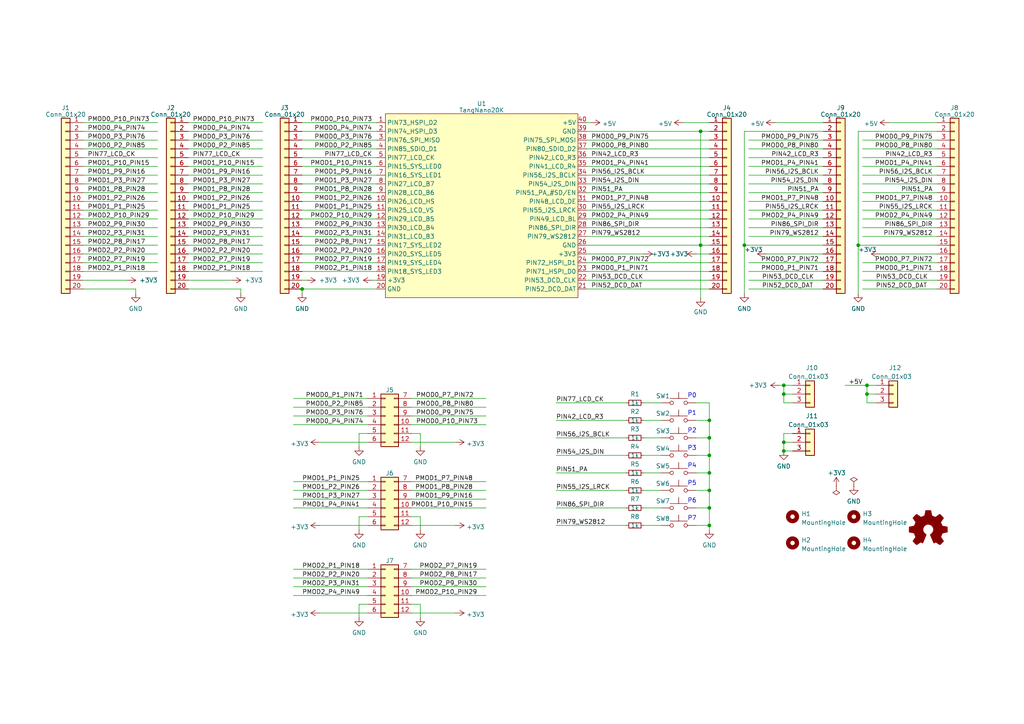
<source format=kicad_sch>
(kicad_sch (version 20230121) (generator eeschema)

  (uuid e52f370c-0c9e-469f-8916-5460f17b6115)

  (paper "A4")

  (lib_symbols
    (symbol "Connector_Generic:Conn_01x03" (pin_names (offset 1.016) hide) (in_bom yes) (on_board yes)
      (property "Reference" "J" (at 0 5.08 0)
        (effects (font (size 1.27 1.27)))
      )
      (property "Value" "Conn_01x03" (at 0 -5.08 0)
        (effects (font (size 1.27 1.27)))
      )
      (property "Footprint" "" (at 0 0 0)
        (effects (font (size 1.27 1.27)) hide)
      )
      (property "Datasheet" "~" (at 0 0 0)
        (effects (font (size 1.27 1.27)) hide)
      )
      (property "ki_keywords" "connector" (at 0 0 0)
        (effects (font (size 1.27 1.27)) hide)
      )
      (property "ki_description" "Generic connector, single row, 01x03, script generated (kicad-library-utils/schlib/autogen/connector/)" (at 0 0 0)
        (effects (font (size 1.27 1.27)) hide)
      )
      (property "ki_fp_filters" "Connector*:*_1x??_*" (at 0 0 0)
        (effects (font (size 1.27 1.27)) hide)
      )
      (symbol "Conn_01x03_1_1"
        (rectangle (start -1.27 -2.413) (end 0 -2.667)
          (stroke (width 0.1524) (type default))
          (fill (type none))
        )
        (rectangle (start -1.27 0.127) (end 0 -0.127)
          (stroke (width 0.1524) (type default))
          (fill (type none))
        )
        (rectangle (start -1.27 2.667) (end 0 2.413)
          (stroke (width 0.1524) (type default))
          (fill (type none))
        )
        (rectangle (start -1.27 3.81) (end 1.27 -3.81)
          (stroke (width 0.254) (type default))
          (fill (type background))
        )
        (pin passive line (at -5.08 2.54 0) (length 3.81)
          (name "Pin_1" (effects (font (size 1.27 1.27))))
          (number "1" (effects (font (size 1.27 1.27))))
        )
        (pin passive line (at -5.08 0 0) (length 3.81)
          (name "Pin_2" (effects (font (size 1.27 1.27))))
          (number "2" (effects (font (size 1.27 1.27))))
        )
        (pin passive line (at -5.08 -2.54 0) (length 3.81)
          (name "Pin_3" (effects (font (size 1.27 1.27))))
          (number "3" (effects (font (size 1.27 1.27))))
        )
      )
    )
    (symbol "Connector_Generic:Conn_01x20" (pin_names (offset 1.016) hide) (in_bom yes) (on_board yes)
      (property "Reference" "J" (at 0 25.4 0)
        (effects (font (size 1.27 1.27)))
      )
      (property "Value" "Conn_01x20" (at 0 -27.94 0)
        (effects (font (size 1.27 1.27)))
      )
      (property "Footprint" "" (at 0 0 0)
        (effects (font (size 1.27 1.27)) hide)
      )
      (property "Datasheet" "~" (at 0 0 0)
        (effects (font (size 1.27 1.27)) hide)
      )
      (property "ki_keywords" "connector" (at 0 0 0)
        (effects (font (size 1.27 1.27)) hide)
      )
      (property "ki_description" "Generic connector, single row, 01x20, script generated (kicad-library-utils/schlib/autogen/connector/)" (at 0 0 0)
        (effects (font (size 1.27 1.27)) hide)
      )
      (property "ki_fp_filters" "Connector*:*_1x??_*" (at 0 0 0)
        (effects (font (size 1.27 1.27)) hide)
      )
      (symbol "Conn_01x20_1_1"
        (rectangle (start -1.27 -25.273) (end 0 -25.527)
          (stroke (width 0.1524) (type default))
          (fill (type none))
        )
        (rectangle (start -1.27 -22.733) (end 0 -22.987)
          (stroke (width 0.1524) (type default))
          (fill (type none))
        )
        (rectangle (start -1.27 -20.193) (end 0 -20.447)
          (stroke (width 0.1524) (type default))
          (fill (type none))
        )
        (rectangle (start -1.27 -17.653) (end 0 -17.907)
          (stroke (width 0.1524) (type default))
          (fill (type none))
        )
        (rectangle (start -1.27 -15.113) (end 0 -15.367)
          (stroke (width 0.1524) (type default))
          (fill (type none))
        )
        (rectangle (start -1.27 -12.573) (end 0 -12.827)
          (stroke (width 0.1524) (type default))
          (fill (type none))
        )
        (rectangle (start -1.27 -10.033) (end 0 -10.287)
          (stroke (width 0.1524) (type default))
          (fill (type none))
        )
        (rectangle (start -1.27 -7.493) (end 0 -7.747)
          (stroke (width 0.1524) (type default))
          (fill (type none))
        )
        (rectangle (start -1.27 -4.953) (end 0 -5.207)
          (stroke (width 0.1524) (type default))
          (fill (type none))
        )
        (rectangle (start -1.27 -2.413) (end 0 -2.667)
          (stroke (width 0.1524) (type default))
          (fill (type none))
        )
        (rectangle (start -1.27 0.127) (end 0 -0.127)
          (stroke (width 0.1524) (type default))
          (fill (type none))
        )
        (rectangle (start -1.27 2.667) (end 0 2.413)
          (stroke (width 0.1524) (type default))
          (fill (type none))
        )
        (rectangle (start -1.27 5.207) (end 0 4.953)
          (stroke (width 0.1524) (type default))
          (fill (type none))
        )
        (rectangle (start -1.27 7.747) (end 0 7.493)
          (stroke (width 0.1524) (type default))
          (fill (type none))
        )
        (rectangle (start -1.27 10.287) (end 0 10.033)
          (stroke (width 0.1524) (type default))
          (fill (type none))
        )
        (rectangle (start -1.27 12.827) (end 0 12.573)
          (stroke (width 0.1524) (type default))
          (fill (type none))
        )
        (rectangle (start -1.27 15.367) (end 0 15.113)
          (stroke (width 0.1524) (type default))
          (fill (type none))
        )
        (rectangle (start -1.27 17.907) (end 0 17.653)
          (stroke (width 0.1524) (type default))
          (fill (type none))
        )
        (rectangle (start -1.27 20.447) (end 0 20.193)
          (stroke (width 0.1524) (type default))
          (fill (type none))
        )
        (rectangle (start -1.27 22.987) (end 0 22.733)
          (stroke (width 0.1524) (type default))
          (fill (type none))
        )
        (rectangle (start -1.27 24.13) (end 1.27 -26.67)
          (stroke (width 0.254) (type default))
          (fill (type background))
        )
        (pin passive line (at -5.08 22.86 0) (length 3.81)
          (name "Pin_1" (effects (font (size 1.27 1.27))))
          (number "1" (effects (font (size 1.27 1.27))))
        )
        (pin passive line (at -5.08 0 0) (length 3.81)
          (name "Pin_10" (effects (font (size 1.27 1.27))))
          (number "10" (effects (font (size 1.27 1.27))))
        )
        (pin passive line (at -5.08 -2.54 0) (length 3.81)
          (name "Pin_11" (effects (font (size 1.27 1.27))))
          (number "11" (effects (font (size 1.27 1.27))))
        )
        (pin passive line (at -5.08 -5.08 0) (length 3.81)
          (name "Pin_12" (effects (font (size 1.27 1.27))))
          (number "12" (effects (font (size 1.27 1.27))))
        )
        (pin passive line (at -5.08 -7.62 0) (length 3.81)
          (name "Pin_13" (effects (font (size 1.27 1.27))))
          (number "13" (effects (font (size 1.27 1.27))))
        )
        (pin passive line (at -5.08 -10.16 0) (length 3.81)
          (name "Pin_14" (effects (font (size 1.27 1.27))))
          (number "14" (effects (font (size 1.27 1.27))))
        )
        (pin passive line (at -5.08 -12.7 0) (length 3.81)
          (name "Pin_15" (effects (font (size 1.27 1.27))))
          (number "15" (effects (font (size 1.27 1.27))))
        )
        (pin passive line (at -5.08 -15.24 0) (length 3.81)
          (name "Pin_16" (effects (font (size 1.27 1.27))))
          (number "16" (effects (font (size 1.27 1.27))))
        )
        (pin passive line (at -5.08 -17.78 0) (length 3.81)
          (name "Pin_17" (effects (font (size 1.27 1.27))))
          (number "17" (effects (font (size 1.27 1.27))))
        )
        (pin passive line (at -5.08 -20.32 0) (length 3.81)
          (name "Pin_18" (effects (font (size 1.27 1.27))))
          (number "18" (effects (font (size 1.27 1.27))))
        )
        (pin passive line (at -5.08 -22.86 0) (length 3.81)
          (name "Pin_19" (effects (font (size 1.27 1.27))))
          (number "19" (effects (font (size 1.27 1.27))))
        )
        (pin passive line (at -5.08 20.32 0) (length 3.81)
          (name "Pin_2" (effects (font (size 1.27 1.27))))
          (number "2" (effects (font (size 1.27 1.27))))
        )
        (pin passive line (at -5.08 -25.4 0) (length 3.81)
          (name "Pin_20" (effects (font (size 1.27 1.27))))
          (number "20" (effects (font (size 1.27 1.27))))
        )
        (pin passive line (at -5.08 17.78 0) (length 3.81)
          (name "Pin_3" (effects (font (size 1.27 1.27))))
          (number "3" (effects (font (size 1.27 1.27))))
        )
        (pin passive line (at -5.08 15.24 0) (length 3.81)
          (name "Pin_4" (effects (font (size 1.27 1.27))))
          (number "4" (effects (font (size 1.27 1.27))))
        )
        (pin passive line (at -5.08 12.7 0) (length 3.81)
          (name "Pin_5" (effects (font (size 1.27 1.27))))
          (number "5" (effects (font (size 1.27 1.27))))
        )
        (pin passive line (at -5.08 10.16 0) (length 3.81)
          (name "Pin_6" (effects (font (size 1.27 1.27))))
          (number "6" (effects (font (size 1.27 1.27))))
        )
        (pin passive line (at -5.08 7.62 0) (length 3.81)
          (name "Pin_7" (effects (font (size 1.27 1.27))))
          (number "7" (effects (font (size 1.27 1.27))))
        )
        (pin passive line (at -5.08 5.08 0) (length 3.81)
          (name "Pin_8" (effects (font (size 1.27 1.27))))
          (number "8" (effects (font (size 1.27 1.27))))
        )
        (pin passive line (at -5.08 2.54 0) (length 3.81)
          (name "Pin_9" (effects (font (size 1.27 1.27))))
          (number "9" (effects (font (size 1.27 1.27))))
        )
      )
    )
    (symbol "Connector_Generic:Conn_02x06_Top_Bottom" (pin_names (offset 1.016) hide) (in_bom yes) (on_board yes)
      (property "Reference" "J" (at 1.27 7.62 0)
        (effects (font (size 1.27 1.27)))
      )
      (property "Value" "Conn_02x06_Top_Bottom" (at 1.27 -10.16 0)
        (effects (font (size 1.27 1.27)))
      )
      (property "Footprint" "" (at 0 0 0)
        (effects (font (size 1.27 1.27)) hide)
      )
      (property "Datasheet" "~" (at 0 0 0)
        (effects (font (size 1.27 1.27)) hide)
      )
      (property "ki_keywords" "connector" (at 0 0 0)
        (effects (font (size 1.27 1.27)) hide)
      )
      (property "ki_description" "Generic connector, double row, 02x06, top/bottom pin numbering scheme (row 1: 1...pins_per_row, row2: pins_per_row+1 ... num_pins), script generated (kicad-library-utils/schlib/autogen/connector/)" (at 0 0 0)
        (effects (font (size 1.27 1.27)) hide)
      )
      (property "ki_fp_filters" "Connector*:*_2x??_*" (at 0 0 0)
        (effects (font (size 1.27 1.27)) hide)
      )
      (symbol "Conn_02x06_Top_Bottom_1_1"
        (rectangle (start -1.27 -7.493) (end 0 -7.747)
          (stroke (width 0.1524) (type default))
          (fill (type none))
        )
        (rectangle (start -1.27 -4.953) (end 0 -5.207)
          (stroke (width 0.1524) (type default))
          (fill (type none))
        )
        (rectangle (start -1.27 -2.413) (end 0 -2.667)
          (stroke (width 0.1524) (type default))
          (fill (type none))
        )
        (rectangle (start -1.27 0.127) (end 0 -0.127)
          (stroke (width 0.1524) (type default))
          (fill (type none))
        )
        (rectangle (start -1.27 2.667) (end 0 2.413)
          (stroke (width 0.1524) (type default))
          (fill (type none))
        )
        (rectangle (start -1.27 5.207) (end 0 4.953)
          (stroke (width 0.1524) (type default))
          (fill (type none))
        )
        (rectangle (start -1.27 6.35) (end 3.81 -8.89)
          (stroke (width 0.254) (type default))
          (fill (type background))
        )
        (rectangle (start 3.81 -7.493) (end 2.54 -7.747)
          (stroke (width 0.1524) (type default))
          (fill (type none))
        )
        (rectangle (start 3.81 -4.953) (end 2.54 -5.207)
          (stroke (width 0.1524) (type default))
          (fill (type none))
        )
        (rectangle (start 3.81 -2.413) (end 2.54 -2.667)
          (stroke (width 0.1524) (type default))
          (fill (type none))
        )
        (rectangle (start 3.81 0.127) (end 2.54 -0.127)
          (stroke (width 0.1524) (type default))
          (fill (type none))
        )
        (rectangle (start 3.81 2.667) (end 2.54 2.413)
          (stroke (width 0.1524) (type default))
          (fill (type none))
        )
        (rectangle (start 3.81 5.207) (end 2.54 4.953)
          (stroke (width 0.1524) (type default))
          (fill (type none))
        )
        (pin passive line (at -5.08 5.08 0) (length 3.81)
          (name "Pin_1" (effects (font (size 1.27 1.27))))
          (number "1" (effects (font (size 1.27 1.27))))
        )
        (pin passive line (at 7.62 -2.54 180) (length 3.81)
          (name "Pin_10" (effects (font (size 1.27 1.27))))
          (number "10" (effects (font (size 1.27 1.27))))
        )
        (pin passive line (at 7.62 -5.08 180) (length 3.81)
          (name "Pin_11" (effects (font (size 1.27 1.27))))
          (number "11" (effects (font (size 1.27 1.27))))
        )
        (pin passive line (at 7.62 -7.62 180) (length 3.81)
          (name "Pin_12" (effects (font (size 1.27 1.27))))
          (number "12" (effects (font (size 1.27 1.27))))
        )
        (pin passive line (at -5.08 2.54 0) (length 3.81)
          (name "Pin_2" (effects (font (size 1.27 1.27))))
          (number "2" (effects (font (size 1.27 1.27))))
        )
        (pin passive line (at -5.08 0 0) (length 3.81)
          (name "Pin_3" (effects (font (size 1.27 1.27))))
          (number "3" (effects (font (size 1.27 1.27))))
        )
        (pin passive line (at -5.08 -2.54 0) (length 3.81)
          (name "Pin_4" (effects (font (size 1.27 1.27))))
          (number "4" (effects (font (size 1.27 1.27))))
        )
        (pin passive line (at -5.08 -5.08 0) (length 3.81)
          (name "Pin_5" (effects (font (size 1.27 1.27))))
          (number "5" (effects (font (size 1.27 1.27))))
        )
        (pin passive line (at -5.08 -7.62 0) (length 3.81)
          (name "Pin_6" (effects (font (size 1.27 1.27))))
          (number "6" (effects (font (size 1.27 1.27))))
        )
        (pin passive line (at 7.62 5.08 180) (length 3.81)
          (name "Pin_7" (effects (font (size 1.27 1.27))))
          (number "7" (effects (font (size 1.27 1.27))))
        )
        (pin passive line (at 7.62 2.54 180) (length 3.81)
          (name "Pin_8" (effects (font (size 1.27 1.27))))
          (number "8" (effects (font (size 1.27 1.27))))
        )
        (pin passive line (at 7.62 0 180) (length 3.81)
          (name "Pin_9" (effects (font (size 1.27 1.27))))
          (number "9" (effects (font (size 1.27 1.27))))
        )
      )
    )
    (symbol "Device:R_Small" (pin_numbers hide) (pin_names (offset 0.254) hide) (in_bom yes) (on_board yes)
      (property "Reference" "R" (at 0.762 0.508 0)
        (effects (font (size 1.27 1.27)) (justify left))
      )
      (property "Value" "R_Small" (at 0.762 -1.016 0)
        (effects (font (size 1.27 1.27)) (justify left))
      )
      (property "Footprint" "" (at 0 0 0)
        (effects (font (size 1.27 1.27)) hide)
      )
      (property "Datasheet" "~" (at 0 0 0)
        (effects (font (size 1.27 1.27)) hide)
      )
      (property "ki_keywords" "R resistor" (at 0 0 0)
        (effects (font (size 1.27 1.27)) hide)
      )
      (property "ki_description" "Resistor, small symbol" (at 0 0 0)
        (effects (font (size 1.27 1.27)) hide)
      )
      (property "ki_fp_filters" "R_*" (at 0 0 0)
        (effects (font (size 1.27 1.27)) hide)
      )
      (symbol "R_Small_0_1"
        (rectangle (start -0.762 1.778) (end 0.762 -1.778)
          (stroke (width 0.2032) (type default))
          (fill (type none))
        )
      )
      (symbol "R_Small_1_1"
        (pin passive line (at 0 2.54 270) (length 0.762)
          (name "~" (effects (font (size 1.27 1.27))))
          (number "1" (effects (font (size 1.27 1.27))))
        )
        (pin passive line (at 0 -2.54 90) (length 0.762)
          (name "~" (effects (font (size 1.27 1.27))))
          (number "2" (effects (font (size 1.27 1.27))))
        )
      )
    )
    (symbol "Graphic:Logo_Open_Hardware_Small" (pin_names (offset 1.016)) (in_bom yes) (on_board yes)
      (property "Reference" "#LOGO" (at 0 6.985 0)
        (effects (font (size 1.27 1.27)) hide)
      )
      (property "Value" "Logo_Open_Hardware_Small" (at 0 -5.715 0)
        (effects (font (size 1.27 1.27)) hide)
      )
      (property "Footprint" "" (at 0 0 0)
        (effects (font (size 1.27 1.27)) hide)
      )
      (property "Datasheet" "~" (at 0 0 0)
        (effects (font (size 1.27 1.27)) hide)
      )
      (property "ki_keywords" "Logo" (at 0 0 0)
        (effects (font (size 1.27 1.27)) hide)
      )
      (property "ki_description" "Open Hardware logo, small" (at 0 0 0)
        (effects (font (size 1.27 1.27)) hide)
      )
      (symbol "Logo_Open_Hardware_Small_0_1"
        (polyline
          (pts
            (xy 3.3528 -4.3434)
            (xy 3.302 -4.318)
            (xy 3.175 -4.2418)
            (xy 2.9972 -4.1148)
            (xy 2.7686 -3.9624)
            (xy 2.54 -3.81)
            (xy 2.3622 -3.7084)
            (xy 2.2352 -3.6068)
            (xy 2.1844 -3.5814)
            (xy 2.159 -3.6068)
            (xy 2.0574 -3.6576)
            (xy 1.905 -3.7338)
            (xy 1.8034 -3.7846)
            (xy 1.6764 -3.8354)
            (xy 1.6002 -3.8354)
            (xy 1.6002 -3.8354)
            (xy 1.5494 -3.7338)
            (xy 1.4732 -3.5306)
            (xy 1.3462 -3.302)
            (xy 1.2446 -3.0226)
            (xy 1.1176 -2.7178)
            (xy 0.9652 -2.413)
            (xy 0.8636 -2.1082)
            (xy 0.7366 -1.8288)
            (xy 0.6604 -1.6256)
            (xy 0.6096 -1.4732)
            (xy 0.5842 -1.397)
            (xy 0.5842 -1.397)
            (xy 0.6604 -1.3208)
            (xy 0.7874 -1.2446)
            (xy 1.0414 -1.016)
            (xy 1.2954 -0.6858)
            (xy 1.4478 -0.3302)
            (xy 1.524 0.0762)
            (xy 1.4732 0.4572)
            (xy 1.3208 0.8128)
            (xy 1.0668 1.143)
            (xy 0.762 1.3716)
            (xy 0.4064 1.524)
            (xy 0 1.5748)
            (xy -0.381 1.5494)
            (xy -0.7366 1.397)
            (xy -1.0668 1.143)
            (xy -1.2192 0.9906)
            (xy -1.397 0.6604)
            (xy -1.524 0.3048)
            (xy -1.524 0.2286)
            (xy -1.4986 -0.1778)
            (xy -1.397 -0.5334)
            (xy -1.1938 -0.8636)
            (xy -0.9144 -1.143)
            (xy -0.8636 -1.1684)
            (xy -0.7366 -1.27)
            (xy -0.635 -1.3462)
            (xy -0.5842 -1.397)
            (xy -1.0668 -2.5908)
            (xy -1.143 -2.794)
            (xy -1.2954 -3.1242)
            (xy -1.397 -3.4036)
            (xy -1.4986 -3.6322)
            (xy -1.5748 -3.7846)
            (xy -1.6002 -3.8354)
            (xy -1.6002 -3.8354)
            (xy -1.651 -3.8354)
            (xy -1.7272 -3.81)
            (xy -1.905 -3.7338)
            (xy -2.0066 -3.683)
            (xy -2.1336 -3.6068)
            (xy -2.2098 -3.5814)
            (xy -2.2606 -3.6068)
            (xy -2.3622 -3.683)
            (xy -2.54 -3.81)
            (xy -2.7686 -3.9624)
            (xy -2.9718 -4.0894)
            (xy -3.1496 -4.2164)
            (xy -3.302 -4.318)
            (xy -3.3528 -4.3434)
            (xy -3.3782 -4.3434)
            (xy -3.429 -4.318)
            (xy -3.5306 -4.2164)
            (xy -3.7084 -4.064)
            (xy -3.937 -3.8354)
            (xy -3.9624 -3.81)
            (xy -4.1656 -3.6068)
            (xy -4.318 -3.4544)
            (xy -4.4196 -3.3274)
            (xy -4.445 -3.2766)
            (xy -4.445 -3.2766)
            (xy -4.4196 -3.2258)
            (xy -4.318 -3.0734)
            (xy -4.2164 -2.8956)
            (xy -4.064 -2.667)
            (xy -3.6576 -2.0828)
            (xy -3.8862 -1.5494)
            (xy -3.937 -1.3716)
            (xy -4.0386 -1.1684)
            (xy -4.0894 -1.0414)
            (xy -4.1148 -0.9652)
            (xy -4.191 -0.9398)
            (xy -4.318 -0.9144)
            (xy -4.5466 -0.8636)
            (xy -4.8006 -0.8128)
            (xy -5.0546 -0.7874)
            (xy -5.2578 -0.7366)
            (xy -5.4356 -0.7112)
            (xy -5.5118 -0.6858)
            (xy -5.5118 -0.6858)
            (xy -5.5372 -0.635)
            (xy -5.5372 -0.5588)
            (xy -5.5372 -0.4318)
            (xy -5.5626 -0.2286)
            (xy -5.5626 0.0762)
            (xy -5.5626 0.127)
            (xy -5.5372 0.4064)
            (xy -5.5372 0.635)
            (xy -5.5372 0.762)
            (xy -5.5372 0.8382)
            (xy -5.5372 0.8382)
            (xy -5.461 0.8382)
            (xy -5.3086 0.889)
            (xy -5.08 0.9144)
            (xy -4.826 0.9652)
            (xy -4.8006 0.9906)
            (xy -4.5466 1.0414)
            (xy -4.318 1.0668)
            (xy -4.1656 1.1176)
            (xy -4.0894 1.143)
            (xy -4.0894 1.143)
            (xy -4.0386 1.2446)
            (xy -3.9624 1.4224)
            (xy -3.8608 1.6256)
            (xy -3.7846 1.8288)
            (xy -3.7084 2.0066)
            (xy -3.6576 2.159)
            (xy -3.6322 2.2098)
            (xy -3.6322 2.2098)
            (xy -3.683 2.286)
            (xy -3.7592 2.413)
            (xy -3.8862 2.5908)
            (xy -4.064 2.8194)
            (xy -4.064 2.8448)
            (xy -4.2164 3.0734)
            (xy -4.3434 3.2512)
            (xy -4.4196 3.3782)
            (xy -4.445 3.4544)
            (xy -4.445 3.4544)
            (xy -4.3942 3.5052)
            (xy -4.2926 3.6322)
            (xy -4.1148 3.81)
            (xy -3.937 4.0132)
            (xy -3.8608 4.064)
            (xy -3.6576 4.2926)
            (xy -3.5052 4.4196)
            (xy -3.4036 4.4958)
            (xy -3.3528 4.5212)
            (xy -3.3528 4.5212)
            (xy -3.302 4.4704)
            (xy -3.1496 4.3688)
            (xy -2.9718 4.2418)
            (xy -2.7432 4.0894)
            (xy -2.7178 4.0894)
            (xy -2.4892 3.937)
            (xy -2.3114 3.81)
            (xy -2.1844 3.7084)
            (xy -2.1336 3.683)
            (xy -2.1082 3.683)
            (xy -2.032 3.7084)
            (xy -1.8542 3.7592)
            (xy -1.6764 3.8354)
            (xy -1.4732 3.937)
            (xy -1.27 4.0132)
            (xy -1.143 4.064)
            (xy -1.0668 4.1148)
            (xy -1.0668 4.1148)
            (xy -1.0414 4.191)
            (xy -1.016 4.3434)
            (xy -0.9652 4.572)
            (xy -0.9144 4.8514)
            (xy -0.889 4.9022)
            (xy -0.8382 5.1562)
            (xy -0.8128 5.3848)
            (xy -0.7874 5.5372)
            (xy -0.762 5.588)
            (xy -0.7112 5.6134)
            (xy -0.5842 5.6134)
            (xy -0.4064 5.6134)
            (xy -0.1524 5.6134)
            (xy 0.0762 5.6134)
            (xy 0.3302 5.6134)
            (xy 0.5334 5.6134)
            (xy 0.6858 5.588)
            (xy 0.7366 5.588)
            (xy 0.7366 5.588)
            (xy 0.762 5.5118)
            (xy 0.8128 5.334)
            (xy 0.8382 5.1054)
            (xy 0.9144 4.826)
            (xy 0.9144 4.7752)
            (xy 0.9652 4.5212)
            (xy 1.016 4.2926)
            (xy 1.0414 4.1402)
            (xy 1.0668 4.0894)
            (xy 1.0668 4.0894)
            (xy 1.1938 4.0386)
            (xy 1.3716 3.9624)
            (xy 1.5748 3.8608)
            (xy 2.0828 3.6576)
            (xy 2.7178 4.0894)
            (xy 2.7686 4.1402)
            (xy 2.9972 4.2926)
            (xy 3.175 4.4196)
            (xy 3.302 4.4958)
            (xy 3.3782 4.5212)
            (xy 3.3782 4.5212)
            (xy 3.429 4.4704)
            (xy 3.556 4.3434)
            (xy 3.7338 4.191)
            (xy 3.9116 3.9878)
            (xy 4.064 3.8354)
            (xy 4.2418 3.6576)
            (xy 4.3434 3.556)
            (xy 4.4196 3.4798)
            (xy 4.4196 3.429)
            (xy 4.4196 3.4036)
            (xy 4.3942 3.3274)
            (xy 4.2926 3.2004)
            (xy 4.1656 2.9972)
            (xy 4.0132 2.794)
            (xy 3.8862 2.5908)
            (xy 3.7592 2.3876)
            (xy 3.6576 2.2352)
            (xy 3.6322 2.159)
            (xy 3.6322 2.1336)
            (xy 3.683 2.0066)
            (xy 3.7592 1.8288)
            (xy 3.8608 1.6002)
            (xy 4.064 1.1176)
            (xy 4.3942 1.0414)
            (xy 4.5974 1.016)
            (xy 4.8768 0.9652)
            (xy 5.1308 0.9144)
            (xy 5.5372 0.8382)
            (xy 5.5626 -0.6604)
            (xy 5.4864 -0.6858)
            (xy 5.4356 -0.6858)
            (xy 5.2832 -0.7366)
            (xy 5.0546 -0.762)
            (xy 4.8006 -0.8128)
            (xy 4.5974 -0.8636)
            (xy 4.3688 -0.9144)
            (xy 4.2164 -0.9398)
            (xy 4.1402 -0.9398)
            (xy 4.1148 -0.9652)
            (xy 4.064 -1.0668)
            (xy 3.9878 -1.2446)
            (xy 3.9116 -1.4478)
            (xy 3.81 -1.651)
            (xy 3.7338 -1.8542)
            (xy 3.683 -2.0066)
            (xy 3.6576 -2.0828)
            (xy 3.683 -2.1336)
            (xy 3.7846 -2.2606)
            (xy 3.8862 -2.4638)
            (xy 4.0386 -2.667)
            (xy 4.191 -2.8956)
            (xy 4.318 -3.0734)
            (xy 4.3942 -3.2004)
            (xy 4.445 -3.2766)
            (xy 4.4196 -3.3274)
            (xy 4.3434 -3.429)
            (xy 4.1656 -3.5814)
            (xy 3.937 -3.8354)
            (xy 3.8862 -3.8608)
            (xy 3.683 -4.064)
            (xy 3.5306 -4.2164)
            (xy 3.4036 -4.318)
            (xy 3.3528 -4.3434)
          )
          (stroke (width 0) (type default))
          (fill (type outline))
        )
      )
    )
    (symbol "Mechanical:MountingHole" (pin_names (offset 1.016)) (in_bom yes) (on_board yes)
      (property "Reference" "H" (at 0 5.08 0)
        (effects (font (size 1.27 1.27)))
      )
      (property "Value" "MountingHole" (at 0 3.175 0)
        (effects (font (size 1.27 1.27)))
      )
      (property "Footprint" "" (at 0 0 0)
        (effects (font (size 1.27 1.27)) hide)
      )
      (property "Datasheet" "~" (at 0 0 0)
        (effects (font (size 1.27 1.27)) hide)
      )
      (property "ki_keywords" "mounting hole" (at 0 0 0)
        (effects (font (size 1.27 1.27)) hide)
      )
      (property "ki_description" "Mounting Hole without connection" (at 0 0 0)
        (effects (font (size 1.27 1.27)) hide)
      )
      (property "ki_fp_filters" "MountingHole*" (at 0 0 0)
        (effects (font (size 1.27 1.27)) hide)
      )
      (symbol "MountingHole_0_1"
        (circle (center 0 0) (radius 1.27)
          (stroke (width 1.27) (type default))
          (fill (type none))
        )
      )
    )
    (symbol "Switch:SW_Push" (pin_numbers hide) (pin_names (offset 1.016) hide) (in_bom yes) (on_board yes)
      (property "Reference" "SW" (at 1.27 2.54 0)
        (effects (font (size 1.27 1.27)) (justify left))
      )
      (property "Value" "SW_Push" (at 0 -1.524 0)
        (effects (font (size 1.27 1.27)))
      )
      (property "Footprint" "" (at 0 5.08 0)
        (effects (font (size 1.27 1.27)) hide)
      )
      (property "Datasheet" "~" (at 0 5.08 0)
        (effects (font (size 1.27 1.27)) hide)
      )
      (property "ki_keywords" "switch normally-open pushbutton push-button" (at 0 0 0)
        (effects (font (size 1.27 1.27)) hide)
      )
      (property "ki_description" "Push button switch, generic, two pins" (at 0 0 0)
        (effects (font (size 1.27 1.27)) hide)
      )
      (symbol "SW_Push_0_1"
        (circle (center -2.032 0) (radius 0.508)
          (stroke (width 0) (type default))
          (fill (type none))
        )
        (polyline
          (pts
            (xy 0 1.27)
            (xy 0 3.048)
          )
          (stroke (width 0) (type default))
          (fill (type none))
        )
        (polyline
          (pts
            (xy 2.54 1.27)
            (xy -2.54 1.27)
          )
          (stroke (width 0) (type default))
          (fill (type none))
        )
        (circle (center 2.032 0) (radius 0.508)
          (stroke (width 0) (type default))
          (fill (type none))
        )
        (pin passive line (at -5.08 0 0) (length 2.54)
          (name "1" (effects (font (size 1.27 1.27))))
          (number "1" (effects (font (size 1.27 1.27))))
        )
        (pin passive line (at 5.08 0 180) (length 2.54)
          (name "2" (effects (font (size 1.27 1.27))))
          (number "2" (effects (font (size 1.27 1.27))))
        )
      )
    )
    (symbol "local:TangNano20K" (in_bom yes) (on_board yes)
      (property "Reference" "U" (at 0 27.94 0)
        (effects (font (size 1.27 1.27)))
      )
      (property "Value" "TangNano20K" (at 0 0 0)
        (effects (font (size 1.27 1.27)))
      )
      (property "Footprint" "" (at -30.48 24.13 0)
        (effects (font (size 1.27 1.27)) hide)
      )
      (property "Datasheet" "" (at -30.48 24.13 0)
        (effects (font (size 1.27 1.27)) hide)
      )
      (symbol "TangNano20K_0_0"
        (pin passive line (at -30.48 24.13 0) (length 2.54)
          (name "PIN73_HSPI_D2" (effects (font (size 1.27 1.27))))
          (number "1" (effects (font (size 1.27 1.27))))
        )
        (pin passive line (at -30.48 1.27 0) (length 2.54)
          (name "PIN26_LCD_HS" (effects (font (size 1.27 1.27))))
          (number "10" (effects (font (size 1.27 1.27))))
        )
        (pin passive line (at -30.48 -1.27 0) (length 2.54)
          (name "PIN25_LCD_VS" (effects (font (size 1.27 1.27))))
          (number "11" (effects (font (size 1.27 1.27))))
        )
        (pin passive line (at -30.48 -3.81 0) (length 2.54)
          (name "PIN29_LCD_B5" (effects (font (size 1.27 1.27))))
          (number "12" (effects (font (size 1.27 1.27))))
        )
        (pin passive line (at -30.48 -6.35 0) (length 2.54)
          (name "PIN30_LCD_B4" (effects (font (size 1.27 1.27))))
          (number "13" (effects (font (size 1.27 1.27))))
        )
        (pin passive line (at -30.48 -8.89 0) (length 2.54)
          (name "PIN31_LCD_B3" (effects (font (size 1.27 1.27))))
          (number "14" (effects (font (size 1.27 1.27))))
        )
        (pin passive line (at -30.48 -11.43 0) (length 2.54)
          (name "PIN17_SYS_LED2" (effects (font (size 1.27 1.27))))
          (number "15" (effects (font (size 1.27 1.27))))
        )
        (pin passive line (at -30.48 -13.97 0) (length 2.54)
          (name "PIN20_SYS_LED5" (effects (font (size 1.27 1.27))))
          (number "16" (effects (font (size 1.27 1.27))))
        )
        (pin passive line (at -30.48 -16.51 0) (length 2.54)
          (name "PIN19_SYS_LED4" (effects (font (size 1.27 1.27))))
          (number "17" (effects (font (size 1.27 1.27))))
        )
        (pin passive line (at -30.48 -19.05 0) (length 2.54)
          (name "PIN18_SYS_LED3" (effects (font (size 1.27 1.27))))
          (number "18" (effects (font (size 1.27 1.27))))
        )
        (pin passive line (at -30.48 -21.59 0) (length 2.54)
          (name "+3V3" (effects (font (size 1.27 1.27))))
          (number "19" (effects (font (size 1.27 1.27))))
        )
        (pin passive line (at -30.48 21.59 0) (length 2.54)
          (name "PIN74_HSPI_D3" (effects (font (size 1.27 1.27))))
          (number "2" (effects (font (size 1.27 1.27))))
        )
        (pin passive line (at -30.48 -24.13 0) (length 2.54)
          (name "GND" (effects (font (size 1.27 1.27))))
          (number "20" (effects (font (size 1.27 1.27))))
        )
        (pin passive line (at 30.48 -24.13 180) (length 2.54)
          (name "PIN52_DCD_DAT" (effects (font (size 1.27 1.27))))
          (number "21" (effects (font (size 1.27 1.27))))
        )
        (pin passive line (at 30.48 -21.59 180) (length 2.54)
          (name "PIN53_DCD_CLK" (effects (font (size 1.27 1.27))))
          (number "22" (effects (font (size 1.27 1.27))))
        )
        (pin passive line (at 30.48 -19.05 180) (length 2.54)
          (name "PIN71_HSPI_D0" (effects (font (size 1.27 1.27))))
          (number "23" (effects (font (size 1.27 1.27))))
        )
        (pin passive line (at 30.48 -16.51 180) (length 2.54)
          (name "PIN72_HSPI_D1" (effects (font (size 1.27 1.27))))
          (number "24" (effects (font (size 1.27 1.27))))
        )
        (pin passive line (at 30.48 -13.97 180) (length 2.54)
          (name "+3V3" (effects (font (size 1.27 1.27))))
          (number "25" (effects (font (size 1.27 1.27))))
        )
        (pin passive line (at 30.48 -11.43 180) (length 2.54)
          (name "GND" (effects (font (size 1.27 1.27))))
          (number "26" (effects (font (size 1.27 1.27))))
        )
        (pin passive line (at 30.48 -8.89 180) (length 2.54)
          (name "PIN79_WS2812" (effects (font (size 1.27 1.27))))
          (number "27" (effects (font (size 1.27 1.27))))
        )
        (pin passive line (at 30.48 -6.35 180) (length 2.54)
          (name "PIN86_SPI_DIR" (effects (font (size 1.27 1.27))))
          (number "28" (effects (font (size 1.27 1.27))))
        )
        (pin passive line (at 30.48 -3.81 180) (length 2.54)
          (name "PIN49_LCD_BL" (effects (font (size 1.27 1.27))))
          (number "29" (effects (font (size 1.27 1.27))))
        )
        (pin passive line (at -30.48 19.05 0) (length 2.54)
          (name "PIN76_SPI_MISO" (effects (font (size 1.27 1.27))))
          (number "3" (effects (font (size 1.27 1.27))))
        )
        (pin passive line (at 30.48 -1.27 180) (length 2.54)
          (name "PIN55_I2S_LRCK" (effects (font (size 1.27 1.27))))
          (number "30" (effects (font (size 1.27 1.27))))
        )
        (pin passive line (at 30.48 1.27 180) (length 2.54)
          (name "PIN48_LCD_DE" (effects (font (size 1.27 1.27))))
          (number "31" (effects (font (size 1.27 1.27))))
        )
        (pin passive line (at 30.48 3.81 180) (length 2.54)
          (name "PIN51_PA_#SD/EN" (effects (font (size 1.27 1.27))))
          (number "32" (effects (font (size 1.27 1.27))))
        )
        (pin passive line (at 30.48 6.35 180) (length 2.54)
          (name "PIN54_I2S_DIN" (effects (font (size 1.27 1.27))))
          (number "33" (effects (font (size 1.27 1.27))))
        )
        (pin passive line (at 30.48 8.89 180) (length 2.54)
          (name "PIN56_I2S_BCLK" (effects (font (size 1.27 1.27))))
          (number "34" (effects (font (size 1.27 1.27))))
        )
        (pin passive line (at 30.48 11.43 180) (length 2.54)
          (name "PIN41_LCD_R4" (effects (font (size 1.27 1.27))))
          (number "35" (effects (font (size 1.27 1.27))))
        )
        (pin passive line (at 30.48 13.97 180) (length 2.54)
          (name "PIN42_LCD_R3" (effects (font (size 1.27 1.27))))
          (number "36" (effects (font (size 1.27 1.27))))
        )
        (pin passive line (at 30.48 16.51 180) (length 2.54)
          (name "PIN80_SDIO_D2" (effects (font (size 1.27 1.27))))
          (number "37" (effects (font (size 1.27 1.27))))
        )
        (pin passive line (at 30.48 19.05 180) (length 2.54)
          (name "PIN75_SPI_MOSI" (effects (font (size 1.27 1.27))))
          (number "38" (effects (font (size 1.27 1.27))))
        )
        (pin passive line (at 30.48 21.59 180) (length 2.54)
          (name "GND" (effects (font (size 1.27 1.27))))
          (number "39" (effects (font (size 1.27 1.27))))
        )
        (pin passive line (at -30.48 16.51 0) (length 2.54)
          (name "PIN85_SDIO_D1" (effects (font (size 1.27 1.27))))
          (number "4" (effects (font (size 1.27 1.27))))
        )
        (pin passive line (at 30.48 24.13 180) (length 2.54)
          (name "+5V" (effects (font (size 1.27 1.27))))
          (number "40" (effects (font (size 1.27 1.27))))
        )
        (pin passive line (at -30.48 13.97 0) (length 2.54)
          (name "PIN77_LCD_CK" (effects (font (size 1.27 1.27))))
          (number "5" (effects (font (size 1.27 1.27))))
        )
        (pin passive line (at -30.48 11.43 0) (length 2.54)
          (name "PIN15_SYS_LED0" (effects (font (size 1.27 1.27))))
          (number "6" (effects (font (size 1.27 1.27))))
        )
        (pin passive line (at -30.48 8.89 0) (length 2.54)
          (name "PIN16_SYS_LED1" (effects (font (size 1.27 1.27))))
          (number "7" (effects (font (size 1.27 1.27))))
        )
        (pin passive line (at -30.48 6.35 0) (length 2.54)
          (name "PIN27_LCD_B7" (effects (font (size 1.27 1.27))))
          (number "8" (effects (font (size 1.27 1.27))))
        )
        (pin passive line (at -30.48 3.81 0) (length 2.54)
          (name "PIN28_LCD_B6" (effects (font (size 1.27 1.27))))
          (number "9" (effects (font (size 1.27 1.27))))
        )
      )
      (symbol "TangNano20K_0_1"
        (rectangle (start -27.94 26.67) (end 27.94 -26.67)
          (stroke (width 0.1524) (type default))
          (fill (type background))
        )
      )
    )
    (symbol "power:+3V3" (power) (pin_names (offset 0)) (in_bom yes) (on_board yes)
      (property "Reference" "#PWR" (at 0 -3.81 0)
        (effects (font (size 1.27 1.27)) hide)
      )
      (property "Value" "+3V3" (at 0 3.556 0)
        (effects (font (size 1.27 1.27)))
      )
      (property "Footprint" "" (at 0 0 0)
        (effects (font (size 1.27 1.27)) hide)
      )
      (property "Datasheet" "" (at 0 0 0)
        (effects (font (size 1.27 1.27)) hide)
      )
      (property "ki_keywords" "power-flag" (at 0 0 0)
        (effects (font (size 1.27 1.27)) hide)
      )
      (property "ki_description" "Power symbol creates a global label with name \"+3V3\"" (at 0 0 0)
        (effects (font (size 1.27 1.27)) hide)
      )
      (symbol "+3V3_0_1"
        (polyline
          (pts
            (xy -0.762 1.27)
            (xy 0 2.54)
          )
          (stroke (width 0) (type default))
          (fill (type none))
        )
        (polyline
          (pts
            (xy 0 0)
            (xy 0 2.54)
          )
          (stroke (width 0) (type default))
          (fill (type none))
        )
        (polyline
          (pts
            (xy 0 2.54)
            (xy 0.762 1.27)
          )
          (stroke (width 0) (type default))
          (fill (type none))
        )
      )
      (symbol "+3V3_1_1"
        (pin power_in line (at 0 0 90) (length 0) hide
          (name "+3V3" (effects (font (size 1.27 1.27))))
          (number "1" (effects (font (size 1.27 1.27))))
        )
      )
    )
    (symbol "power:+5V" (power) (pin_names (offset 0)) (in_bom yes) (on_board yes)
      (property "Reference" "#PWR" (at 0 -3.81 0)
        (effects (font (size 1.27 1.27)) hide)
      )
      (property "Value" "+5V" (at 0 3.556 0)
        (effects (font (size 1.27 1.27)))
      )
      (property "Footprint" "" (at 0 0 0)
        (effects (font (size 1.27 1.27)) hide)
      )
      (property "Datasheet" "" (at 0 0 0)
        (effects (font (size 1.27 1.27)) hide)
      )
      (property "ki_keywords" "global power" (at 0 0 0)
        (effects (font (size 1.27 1.27)) hide)
      )
      (property "ki_description" "Power symbol creates a global label with name \"+5V\"" (at 0 0 0)
        (effects (font (size 1.27 1.27)) hide)
      )
      (symbol "+5V_0_1"
        (polyline
          (pts
            (xy -0.762 1.27)
            (xy 0 2.54)
          )
          (stroke (width 0) (type default))
          (fill (type none))
        )
        (polyline
          (pts
            (xy 0 0)
            (xy 0 2.54)
          )
          (stroke (width 0) (type default))
          (fill (type none))
        )
        (polyline
          (pts
            (xy 0 2.54)
            (xy 0.762 1.27)
          )
          (stroke (width 0) (type default))
          (fill (type none))
        )
      )
      (symbol "+5V_1_1"
        (pin power_in line (at 0 0 90) (length 0) hide
          (name "+5V" (effects (font (size 1.27 1.27))))
          (number "1" (effects (font (size 1.27 1.27))))
        )
      )
    )
    (symbol "power:GND" (power) (pin_names (offset 0)) (in_bom yes) (on_board yes)
      (property "Reference" "#PWR" (at 0 -6.35 0)
        (effects (font (size 1.27 1.27)) hide)
      )
      (property "Value" "GND" (at 0 -3.81 0)
        (effects (font (size 1.27 1.27)))
      )
      (property "Footprint" "" (at 0 0 0)
        (effects (font (size 1.27 1.27)) hide)
      )
      (property "Datasheet" "" (at 0 0 0)
        (effects (font (size 1.27 1.27)) hide)
      )
      (property "ki_keywords" "power-flag" (at 0 0 0)
        (effects (font (size 1.27 1.27)) hide)
      )
      (property "ki_description" "Power symbol creates a global label with name \"GND\" , ground" (at 0 0 0)
        (effects (font (size 1.27 1.27)) hide)
      )
      (symbol "GND_0_1"
        (polyline
          (pts
            (xy 0 0)
            (xy 0 -1.27)
            (xy 1.27 -1.27)
            (xy 0 -2.54)
            (xy -1.27 -1.27)
            (xy 0 -1.27)
          )
          (stroke (width 0) (type default))
          (fill (type none))
        )
      )
      (symbol "GND_1_1"
        (pin power_in line (at 0 0 270) (length 0) hide
          (name "GND" (effects (font (size 1.27 1.27))))
          (number "1" (effects (font (size 1.27 1.27))))
        )
      )
    )
    (symbol "power:PWR_FLAG" (power) (pin_numbers hide) (pin_names (offset 0) hide) (in_bom yes) (on_board yes)
      (property "Reference" "#FLG" (at 0 1.905 0)
        (effects (font (size 1.27 1.27)) hide)
      )
      (property "Value" "PWR_FLAG" (at 0 3.81 0)
        (effects (font (size 1.27 1.27)))
      )
      (property "Footprint" "" (at 0 0 0)
        (effects (font (size 1.27 1.27)) hide)
      )
      (property "Datasheet" "~" (at 0 0 0)
        (effects (font (size 1.27 1.27)) hide)
      )
      (property "ki_keywords" "power-flag" (at 0 0 0)
        (effects (font (size 1.27 1.27)) hide)
      )
      (property "ki_description" "Special symbol for telling ERC where power comes from" (at 0 0 0)
        (effects (font (size 1.27 1.27)) hide)
      )
      (symbol "PWR_FLAG_0_0"
        (pin power_out line (at 0 0 90) (length 0)
          (name "pwr" (effects (font (size 1.27 1.27))))
          (number "1" (effects (font (size 1.27 1.27))))
        )
      )
      (symbol "PWR_FLAG_0_1"
        (polyline
          (pts
            (xy 0 0)
            (xy 0 1.27)
            (xy -1.016 1.905)
            (xy 0 2.54)
            (xy 1.016 1.905)
            (xy 0 1.27)
          )
          (stroke (width 0) (type default))
          (fill (type none))
        )
      )
    )
  )

  (junction (at 203.2 71.12) (diameter 0) (color 0 0 0 0)
    (uuid 0bdbf181-fa49-4c4d-972e-5a10f302547f)
  )
  (junction (at 251.46 111.76) (diameter 0) (color 0 0 0 0)
    (uuid 1441fe3b-eed0-4d00-8bdf-c03723ffbb31)
  )
  (junction (at 215.9 71.12) (diameter 0) (color 0 0 0 0)
    (uuid 28565ecf-a36b-45be-b1f6-2f73b61b3936)
  )
  (junction (at 205.74 147.32) (diameter 0) (color 0 0 0 0)
    (uuid 427e8926-8448-4fc0-af33-0bedd62646e0)
  )
  (junction (at 227.33 128.27) (diameter 0) (color 0 0 0 0)
    (uuid 4999d8cd-241f-437b-b024-f6265b13e604)
  )
  (junction (at 227.33 114.3) (diameter 0) (color 0 0 0 0)
    (uuid 49cd5de3-1b75-4a26-bde5-0d791867c425)
  )
  (junction (at 205.74 121.92) (diameter 0) (color 0 0 0 0)
    (uuid 76db62c8-0b4a-4c52-a509-c796585d8bc8)
  )
  (junction (at 205.74 137.16) (diameter 0) (color 0 0 0 0)
    (uuid 7e333b3d-b761-4efa-8d57-ad3cfca46de7)
  )
  (junction (at 251.46 114.3) (diameter 0) (color 0 0 0 0)
    (uuid 81bfc05b-e463-4fc0-9de7-904e9367da08)
  )
  (junction (at 227.33 111.76) (diameter 0) (color 0 0 0 0)
    (uuid 8fe884cd-6339-42e2-ac38-04ae0ca6ad41)
  )
  (junction (at 205.74 132.08) (diameter 0) (color 0 0 0 0)
    (uuid 956a8e0e-6d2e-4916-8c3d-4146113859c5)
  )
  (junction (at 203.2 38.1) (diameter 0) (color 0 0 0 0)
    (uuid 9db13236-9208-466c-8789-636bf6556235)
  )
  (junction (at 205.74 127) (diameter 0) (color 0 0 0 0)
    (uuid b1bd03fe-4291-4383-a652-3e0e29a397bb)
  )
  (junction (at 205.74 142.24) (diameter 0) (color 0 0 0 0)
    (uuid bdbcb767-abbc-4f51-9c41-4a9bb32f1e29)
  )
  (junction (at 205.74 152.4) (diameter 0) (color 0 0 0 0)
    (uuid c33f8f58-adbf-48b9-a09b-cf8622851253)
  )
  (junction (at 227.33 130.81) (diameter 0) (color 0 0 0 0)
    (uuid c3be9d96-f8ef-41d8-b6ba-6e10c36add79)
  )
  (junction (at 248.92 71.12) (diameter 0) (color 0 0 0 0)
    (uuid d85be92e-2797-46c8-95d3-f43d192fe0e1)
  )
  (junction (at 87.63 83.82) (diameter 0) (color 0 0 0 0)
    (uuid da1b235e-d7c4-4068-b67f-6e8b93bffe73)
  )

  (wire (pts (xy 119.38 172.72) (xy 140.97 172.72))
    (stroke (width 0) (type default))
    (uuid 0462586e-d9ed-493b-941b-651099679898)
  )
  (wire (pts (xy 88.9 81.28) (xy 87.63 81.28))
    (stroke (width 0) (type default))
    (uuid 050593c9-1c46-419a-935c-dc7de0e78324)
  )
  (wire (pts (xy 45.72 78.74) (xy 24.13 78.74))
    (stroke (width 0) (type default))
    (uuid 078d592a-7137-4f9c-aed9-637e4d6cec0e)
  )
  (wire (pts (xy 85.09 139.7) (xy 106.68 139.7))
    (stroke (width 0) (type default))
    (uuid 08948074-f6ad-4c29-afdf-77c9f3c17a7f)
  )
  (wire (pts (xy 85.09 115.57) (xy 106.68 115.57))
    (stroke (width 0) (type default))
    (uuid 09b3096d-3d01-4143-a4c5-ac958380dadc)
  )
  (wire (pts (xy 238.76 63.5) (xy 217.17 63.5))
    (stroke (width 0) (type default))
    (uuid 09bb27b7-3a23-4881-9671-5633239d91cf)
  )
  (wire (pts (xy 271.78 58.42) (xy 250.19 58.42))
    (stroke (width 0) (type default))
    (uuid 09fa94dc-83d2-4aa8-81a3-b040812a246c)
  )
  (wire (pts (xy 201.93 121.92) (xy 205.74 121.92))
    (stroke (width 0) (type default))
    (uuid 0a5cf08f-10a7-4627-a5d1-361ead403a84)
  )
  (wire (pts (xy 76.2 55.88) (xy 54.61 55.88))
    (stroke (width 0) (type default))
    (uuid 0b78c8a9-956a-46cd-8a0c-151e0f3ee172)
  )
  (wire (pts (xy 170.18 53.34) (xy 205.74 53.34))
    (stroke (width 0) (type default))
    (uuid 0c4de032-63e4-482b-913e-c78e501087de)
  )
  (wire (pts (xy 119.38 142.24) (xy 140.97 142.24))
    (stroke (width 0) (type default))
    (uuid 0cda559d-06e2-4e78-859a-2d819ee97260)
  )
  (wire (pts (xy 186.69 147.32) (xy 191.77 147.32))
    (stroke (width 0) (type default))
    (uuid 0ce751de-6037-4f37-b42f-662cbe08e70a)
  )
  (wire (pts (xy 229.87 116.84) (xy 227.33 116.84))
    (stroke (width 0) (type default))
    (uuid 0f5fe0ff-cf0f-4e68-8164-25a03928d02e)
  )
  (wire (pts (xy 238.76 78.74) (xy 217.17 78.74))
    (stroke (width 0) (type default))
    (uuid 0f98282d-18ed-43c4-b072-3558fc8b4477)
  )
  (wire (pts (xy 227.33 111.76) (xy 229.87 111.76))
    (stroke (width 0) (type default))
    (uuid 10cb1f67-0520-4fc8-a936-51fdc4449abc)
  )
  (wire (pts (xy 227.33 128.27) (xy 229.87 128.27))
    (stroke (width 0) (type default))
    (uuid 11da603a-f465-41d0-a0da-2bcfb285f5f5)
  )
  (wire (pts (xy 201.93 142.24) (xy 205.74 142.24))
    (stroke (width 0) (type default))
    (uuid 12b9ee71-bdf1-4cf7-916a-4030f375b4a9)
  )
  (wire (pts (xy 271.78 68.58) (xy 250.19 68.58))
    (stroke (width 0) (type default))
    (uuid 13227524-9fb9-4b8b-8f2e-721759095865)
  )
  (wire (pts (xy 45.72 53.34) (xy 24.13 53.34))
    (stroke (width 0) (type default))
    (uuid 158539be-a44e-4601-905d-6cb5a04dad8c)
  )
  (wire (pts (xy 76.2 78.74) (xy 54.61 78.74))
    (stroke (width 0) (type default))
    (uuid 16a2977e-f717-4d1c-a5a4-b72fc3341723)
  )
  (wire (pts (xy 87.63 50.8) (xy 109.22 50.8))
    (stroke (width 0) (type default))
    (uuid 16a3721b-4dbd-4558-8056-371ff3ed94fa)
  )
  (wire (pts (xy 87.63 73.66) (xy 109.22 73.66))
    (stroke (width 0) (type default))
    (uuid 17693fce-985b-4b06-8df1-f52b227cd796)
  )
  (wire (pts (xy 201.93 152.4) (xy 205.74 152.4))
    (stroke (width 0) (type default))
    (uuid 17f1c00f-216d-49c9-b918-b76a87f205c4)
  )
  (wire (pts (xy 238.76 38.1) (xy 215.9 38.1))
    (stroke (width 0) (type default))
    (uuid 180d7e90-1b43-417e-8006-9e5129bbd214)
  )
  (wire (pts (xy 119.38 144.78) (xy 140.97 144.78))
    (stroke (width 0) (type default))
    (uuid 1846d91c-a710-4f38-8012-88070aa04bca)
  )
  (wire (pts (xy 271.78 76.2) (xy 250.19 76.2))
    (stroke (width 0) (type default))
    (uuid 19bce4cd-7613-4875-a265-ffe78a043f07)
  )
  (wire (pts (xy 271.78 63.5) (xy 250.19 63.5))
    (stroke (width 0) (type default))
    (uuid 1b4cd2e6-c252-466f-99fc-e3317a0569f8)
  )
  (wire (pts (xy 92.71 177.8) (xy 106.68 177.8))
    (stroke (width 0) (type default))
    (uuid 1dc484dc-02ec-4369-9831-6c3a74cbdf37)
  )
  (wire (pts (xy 76.2 68.58) (xy 54.61 68.58))
    (stroke (width 0) (type default))
    (uuid 1e0c82e2-16a7-4ed3-a766-54abd4b5be57)
  )
  (wire (pts (xy 186.69 137.16) (xy 191.77 137.16))
    (stroke (width 0) (type default))
    (uuid 1ffcd618-758b-4e8f-89d2-723758ab7e30)
  )
  (wire (pts (xy 85.09 120.65) (xy 106.68 120.65))
    (stroke (width 0) (type default))
    (uuid 2068ac49-b555-4a49-b479-94615584758d)
  )
  (wire (pts (xy 76.2 38.1) (xy 54.61 38.1))
    (stroke (width 0) (type default))
    (uuid 21c2e2eb-4cfa-4daa-8027-94c28401e194)
  )
  (wire (pts (xy 271.78 73.66) (xy 255.27 73.66))
    (stroke (width 0) (type default))
    (uuid 22e9add8-4fd6-4104-ad14-8a932dbf6774)
  )
  (wire (pts (xy 251.46 114.3) (xy 254 114.3))
    (stroke (width 0) (type default))
    (uuid 230eae7c-c0b7-48b8-ad3a-9943aaf7c114)
  )
  (wire (pts (xy 271.78 60.96) (xy 250.19 60.96))
    (stroke (width 0) (type default))
    (uuid 23102b8f-9e10-4381-9729-4cf36369a8a4)
  )
  (wire (pts (xy 271.78 66.04) (xy 250.19 66.04))
    (stroke (width 0) (type default))
    (uuid 2443adf9-26ae-4b3d-9e44-6c4ad279ef66)
  )
  (wire (pts (xy 271.78 55.88) (xy 250.19 55.88))
    (stroke (width 0) (type default))
    (uuid 24d75768-bc5a-4fc6-86a8-14984f637399)
  )
  (wire (pts (xy 87.63 66.04) (xy 109.22 66.04))
    (stroke (width 0) (type default))
    (uuid 253b175f-91d4-4211-a73b-d7e50d5c41e3)
  )
  (wire (pts (xy 87.63 85.09) (xy 87.63 83.82))
    (stroke (width 0) (type default))
    (uuid 26733e82-189f-4c4f-932b-8616c8757db8)
  )
  (wire (pts (xy 203.2 71.12) (xy 203.2 86.36))
    (stroke (width 0) (type default))
    (uuid 267967a8-7b3a-41d6-a6ee-20306ad78496)
  )
  (wire (pts (xy 119.38 147.32) (xy 140.97 147.32))
    (stroke (width 0) (type default))
    (uuid 28da727a-69a9-4419-9311-c2315a7c2dfe)
  )
  (wire (pts (xy 201.93 127) (xy 205.74 127))
    (stroke (width 0) (type default))
    (uuid 298bd1ea-3f1c-4cf5-927a-3f0dbca3ea1c)
  )
  (wire (pts (xy 104.14 129.54) (xy 104.14 125.73))
    (stroke (width 0) (type default))
    (uuid 2c59082c-52b2-44ff-9613-2bac3f3b700b)
  )
  (wire (pts (xy 67.31 81.28) (xy 54.61 81.28))
    (stroke (width 0) (type default))
    (uuid 2c6c69bc-c5cb-483f-bf55-f940d71c7379)
  )
  (wire (pts (xy 170.18 40.64) (xy 205.74 40.64))
    (stroke (width 0) (type default))
    (uuid 2e139dcb-9025-4c99-b115-48d4cfe3a795)
  )
  (wire (pts (xy 119.38 167.64) (xy 140.97 167.64))
    (stroke (width 0) (type default))
    (uuid 2f37b035-0535-4d45-9553-e8adbb360fd1)
  )
  (wire (pts (xy 248.92 38.1) (xy 248.92 71.12))
    (stroke (width 0) (type default))
    (uuid 2f8ddad6-d326-4455-9b8d-c79190c5c217)
  )
  (wire (pts (xy 170.18 35.56) (xy 171.45 35.56))
    (stroke (width 0) (type default))
    (uuid 30756dd5-0782-4d26-b56e-74ec3be8b4a4)
  )
  (wire (pts (xy 119.38 152.4) (xy 132.08 152.4))
    (stroke (width 0) (type default))
    (uuid 31cdeb09-044e-494d-9b16-4d608d9487db)
  )
  (wire (pts (xy 104.14 149.86) (xy 106.68 149.86))
    (stroke (width 0) (type default))
    (uuid 31e609ec-e521-4bcc-af3b-f266e4dfb120)
  )
  (wire (pts (xy 186.69 142.24) (xy 191.77 142.24))
    (stroke (width 0) (type default))
    (uuid 321cbd01-73b2-49d4-b50c-0805a9c1236b)
  )
  (wire (pts (xy 227.33 125.73) (xy 229.87 125.73))
    (stroke (width 0) (type default))
    (uuid 33aef2a7-c2a5-40c0-974d-c6a935cd4a9a)
  )
  (wire (pts (xy 170.18 38.1) (xy 203.2 38.1))
    (stroke (width 0) (type default))
    (uuid 33d7bf27-2bdc-4193-9b76-ebf352154eda)
  )
  (wire (pts (xy 85.09 123.19) (xy 106.68 123.19))
    (stroke (width 0) (type default))
    (uuid 33ef0659-0f70-450e-a2e0-9817535dfff0)
  )
  (wire (pts (xy 238.76 71.12) (xy 215.9 71.12))
    (stroke (width 0) (type default))
    (uuid 34e9af37-221e-4be1-9c77-01f87e8879a5)
  )
  (wire (pts (xy 205.74 121.92) (xy 205.74 116.84))
    (stroke (width 0) (type default))
    (uuid 350feecb-ff1f-427a-b359-0c8994bb25da)
  )
  (wire (pts (xy 203.2 71.12) (xy 205.74 71.12))
    (stroke (width 0) (type default))
    (uuid 352a4d99-5c21-41aa-8caf-3c6d4816d80a)
  )
  (wire (pts (xy 161.29 152.4) (xy 181.61 152.4))
    (stroke (width 0) (type default))
    (uuid 374f9e5a-8852-4dd5-ac82-00ff60029ad5)
  )
  (wire (pts (xy 45.72 43.18) (xy 24.13 43.18))
    (stroke (width 0) (type default))
    (uuid 38d1a0e9-b28b-4ee3-b297-58f635c8b57c)
  )
  (wire (pts (xy 76.2 45.72) (xy 54.61 45.72))
    (stroke (width 0) (type default))
    (uuid 3911ae51-ddbc-4544-90fb-c00a29414b6a)
  )
  (wire (pts (xy 170.18 83.82) (xy 205.74 83.82))
    (stroke (width 0) (type default))
    (uuid 398155d1-9209-49bb-b17b-d361b500689e)
  )
  (wire (pts (xy 170.18 76.2) (xy 205.74 76.2))
    (stroke (width 0) (type default))
    (uuid 3e6500bd-06c5-4247-938b-f83074c92cc9)
  )
  (wire (pts (xy 119.38 165.1) (xy 140.97 165.1))
    (stroke (width 0) (type default))
    (uuid 3e7d7e4c-b095-4601-a7a8-f946582870e3)
  )
  (wire (pts (xy 119.38 123.19) (xy 140.97 123.19))
    (stroke (width 0) (type default))
    (uuid 3f58d85c-461e-4651-8416-3b51a2718728)
  )
  (wire (pts (xy 76.2 43.18) (xy 54.61 43.18))
    (stroke (width 0) (type default))
    (uuid 3fe2b6a0-db1b-4bf9-9f96-cd200b99d629)
  )
  (wire (pts (xy 217.17 76.2) (xy 238.76 76.2))
    (stroke (width 0) (type default))
    (uuid 41a60d3a-7d09-4db9-8d39-cfb5933bf00b)
  )
  (wire (pts (xy 76.2 73.66) (xy 54.61 73.66))
    (stroke (width 0) (type default))
    (uuid 42e0379a-5226-40e1-b489-e1e7fa29178d)
  )
  (wire (pts (xy 161.29 116.84) (xy 181.61 116.84))
    (stroke (width 0) (type default))
    (uuid 4322179f-13bc-43f5-a344-c8a788ea1df8)
  )
  (wire (pts (xy 45.72 73.66) (xy 24.13 73.66))
    (stroke (width 0) (type default))
    (uuid 4360fccb-25f0-468e-bfef-0fec0a9d8852)
  )
  (wire (pts (xy 271.78 35.56) (xy 257.81 35.56))
    (stroke (width 0) (type default))
    (uuid 45268850-4103-46cd-b82c-9ffcaa872a42)
  )
  (wire (pts (xy 119.38 120.65) (xy 140.97 120.65))
    (stroke (width 0) (type default))
    (uuid 45b77f13-40ac-4532-a8a4-1d02f79d0fd2)
  )
  (wire (pts (xy 271.78 48.26) (xy 250.19 48.26))
    (stroke (width 0) (type default))
    (uuid 4857523e-6b6f-479c-bef3-0703a24ab85f)
  )
  (wire (pts (xy 161.29 127) (xy 181.61 127))
    (stroke (width 0) (type default))
    (uuid 4971c751-647d-48ba-b405-ddbb92f43ba9)
  )
  (wire (pts (xy 87.63 68.58) (xy 109.22 68.58))
    (stroke (width 0) (type default))
    (uuid 49c2a4fd-396b-4eb3-a608-b81f6c5819e8)
  )
  (wire (pts (xy 121.92 179.07) (xy 121.92 175.26))
    (stroke (width 0) (type default))
    (uuid 49fae167-61e0-45f8-b6a2-299ef365b2b6)
  )
  (wire (pts (xy 45.72 35.56) (xy 24.13 35.56))
    (stroke (width 0) (type default))
    (uuid 4a1c25fd-ad0c-4e5a-a5ad-9a041f37c7bb)
  )
  (wire (pts (xy 119.38 128.27) (xy 132.08 128.27))
    (stroke (width 0) (type default))
    (uuid 4cf1ba66-17ba-435a-aa15-16cbc9277089)
  )
  (wire (pts (xy 201.93 132.08) (xy 205.74 132.08))
    (stroke (width 0) (type default))
    (uuid 4e2da2f4-bcf3-4eb2-a976-91d7698e82b7)
  )
  (wire (pts (xy 205.74 73.66) (xy 201.93 73.66))
    (stroke (width 0) (type default))
    (uuid 50a05748-e5f6-4633-9a0a-e87b2f928449)
  )
  (wire (pts (xy 251.46 111.76) (xy 254 111.76))
    (stroke (width 0) (type default))
    (uuid 50cb70fa-f1dc-4f8f-8590-4cdc5b66672d)
  )
  (wire (pts (xy 238.76 43.18) (xy 217.17 43.18))
    (stroke (width 0) (type default))
    (uuid 520de3bd-4935-4e8a-ab8e-1f6ed99dce05)
  )
  (wire (pts (xy 251.46 111.76) (xy 251.46 114.3))
    (stroke (width 0) (type default))
    (uuid 52adcf53-80b2-4dab-aa2f-2dc5cc201216)
  )
  (wire (pts (xy 119.38 118.11) (xy 140.97 118.11))
    (stroke (width 0) (type default))
    (uuid 567b6b76-22db-4e51-b2aa-0737bbae3125)
  )
  (wire (pts (xy 198.12 35.56) (xy 205.74 35.56))
    (stroke (width 0) (type default))
    (uuid 58775ac9-051f-4423-bebc-fef32ea276ad)
  )
  (wire (pts (xy 85.09 147.32) (xy 106.68 147.32))
    (stroke (width 0) (type default))
    (uuid 58dc3779-3819-4213-984f-eb5a7d1e6729)
  )
  (wire (pts (xy 45.72 45.72) (xy 24.13 45.72))
    (stroke (width 0) (type default))
    (uuid 59fdc204-b8a8-4f16-bdba-0c4406d9a49d)
  )
  (wire (pts (xy 87.63 38.1) (xy 109.22 38.1))
    (stroke (width 0) (type default))
    (uuid 5a57b580-f2e2-410f-9eaf-03b8b41085d8)
  )
  (wire (pts (xy 69.85 83.82) (xy 54.61 83.82))
    (stroke (width 0) (type default))
    (uuid 5b673026-d27c-4f97-a973-439fab746d3e)
  )
  (wire (pts (xy 205.74 132.08) (xy 205.74 127))
    (stroke (width 0) (type default))
    (uuid 5c259dda-9b9b-4d09-8464-aed832234ec1)
  )
  (wire (pts (xy 45.72 68.58) (xy 24.13 68.58))
    (stroke (width 0) (type default))
    (uuid 5d991eb2-f2f9-4155-b3e5-75447abd0084)
  )
  (wire (pts (xy 45.72 38.1) (xy 24.13 38.1))
    (stroke (width 0) (type default))
    (uuid 5da11c84-47fb-4c19-9072-e540882e26bd)
  )
  (wire (pts (xy 238.76 66.04) (xy 217.17 66.04))
    (stroke (width 0) (type default))
    (uuid 5e36da4f-0558-4e64-ac4b-6aef6af6d349)
  )
  (wire (pts (xy 245.11 111.76) (xy 251.46 111.76))
    (stroke (width 0) (type default))
    (uuid 60e10bd5-b24d-41ad-9861-8cb1babda4a5)
  )
  (wire (pts (xy 186.69 132.08) (xy 191.77 132.08))
    (stroke (width 0) (type default))
    (uuid 613bdfc8-5bb3-42de-94cd-453d197b26c6)
  )
  (wire (pts (xy 76.2 58.42) (xy 54.61 58.42))
    (stroke (width 0) (type default))
    (uuid 6197c684-7a99-49f2-900e-c65c7244ef03)
  )
  (wire (pts (xy 205.74 142.24) (xy 205.74 147.32))
    (stroke (width 0) (type default))
    (uuid 629d86f3-d54f-4831-a357-beffc61d0068)
  )
  (wire (pts (xy 248.92 85.09) (xy 248.92 71.12))
    (stroke (width 0) (type default))
    (uuid 63aac006-2bb3-45c6-8df8-8ba723277508)
  )
  (wire (pts (xy 170.18 45.72) (xy 205.74 45.72))
    (stroke (width 0) (type default))
    (uuid 65d6edcb-29ba-4699-93df-435592ac6332)
  )
  (wire (pts (xy 76.2 76.2) (xy 54.61 76.2))
    (stroke (width 0) (type default))
    (uuid 66336ef4-27a1-4b26-961b-96f1edd01ead)
  )
  (wire (pts (xy 45.72 76.2) (xy 24.13 76.2))
    (stroke (width 0) (type default))
    (uuid 67c93f06-ea53-4e84-a015-415c6ea4cf1f)
  )
  (wire (pts (xy 229.87 130.81) (xy 227.33 130.81))
    (stroke (width 0) (type default))
    (uuid 692d003d-27f0-4e96-9136-90daaf7908e6)
  )
  (wire (pts (xy 161.29 137.16) (xy 181.61 137.16))
    (stroke (width 0) (type default))
    (uuid 69452e11-bad4-4faf-b804-e2d4897e597c)
  )
  (wire (pts (xy 227.33 125.73) (xy 227.33 128.27))
    (stroke (width 0) (type default))
    (uuid 69c7050b-e0ef-460d-b400-363a0c71fb3c)
  )
  (wire (pts (xy 170.18 66.04) (xy 205.74 66.04))
    (stroke (width 0) (type default))
    (uuid 69f172ae-9582-4bad-9514-644a73e63498)
  )
  (wire (pts (xy 170.18 58.42) (xy 205.74 58.42))
    (stroke (width 0) (type default))
    (uuid 6a08d473-4b0f-44a8-9cb0-3bcc69e7f345)
  )
  (wire (pts (xy 121.92 149.86) (xy 119.38 149.86))
    (stroke (width 0) (type default))
    (uuid 6d317a04-8f50-4858-9574-e52ccd112533)
  )
  (wire (pts (xy 271.78 83.82) (xy 250.19 83.82))
    (stroke (width 0) (type default))
    (uuid 6e04ea88-654c-4a11-adfd-b0460d3916ed)
  )
  (wire (pts (xy 76.2 40.64) (xy 54.61 40.64))
    (stroke (width 0) (type default))
    (uuid 6e33b0bc-41d3-4b21-b900-c5e502165ab1)
  )
  (wire (pts (xy 87.63 60.96) (xy 109.22 60.96))
    (stroke (width 0) (type default))
    (uuid 6fd3ac0a-2345-4243-bf07-2745ddabe0ae)
  )
  (wire (pts (xy 69.85 85.09) (xy 69.85 83.82))
    (stroke (width 0) (type default))
    (uuid 709febd8-5dda-4e38-b01d-45e8fcaac830)
  )
  (wire (pts (xy 170.18 43.18) (xy 205.74 43.18))
    (stroke (width 0) (type default))
    (uuid 714619e0-37bb-4c68-a757-8455cd90dd2a)
  )
  (wire (pts (xy 215.9 85.09) (xy 215.9 71.12))
    (stroke (width 0) (type default))
    (uuid 74fc9605-bea9-4380-93a7-1cb2db50dc5a)
  )
  (wire (pts (xy 201.93 137.16) (xy 205.74 137.16))
    (stroke (width 0) (type default))
    (uuid 76255886-54a4-4f46-86d9-09c6ad1276ad)
  )
  (wire (pts (xy 119.38 177.8) (xy 132.08 177.8))
    (stroke (width 0) (type default))
    (uuid 76d6906d-62c6-436e-bc1e-68a6070d65f9)
  )
  (wire (pts (xy 186.69 152.4) (xy 191.77 152.4))
    (stroke (width 0) (type default))
    (uuid 77186c0a-a961-4828-b0dc-e924145746ca)
  )
  (wire (pts (xy 121.92 153.67) (xy 121.92 149.86))
    (stroke (width 0) (type default))
    (uuid 7976f58f-50f7-4e5f-8445-59331c147aa7)
  )
  (wire (pts (xy 271.78 71.12) (xy 248.92 71.12))
    (stroke (width 0) (type default))
    (uuid 7a29acc1-1778-4e67-ac5c-2eb52fd2796c)
  )
  (wire (pts (xy 205.74 127) (xy 205.74 121.92))
    (stroke (width 0) (type default))
    (uuid 7abdf6b7-07d7-4285-988c-1f53682c70dc)
  )
  (wire (pts (xy 119.38 170.18) (xy 140.97 170.18))
    (stroke (width 0) (type default))
    (uuid 7b62594a-77db-4321-969a-38641104997a)
  )
  (wire (pts (xy 170.18 60.96) (xy 205.74 60.96))
    (stroke (width 0) (type default))
    (uuid 7d11071a-b290-48d5-89d8-b9cb87aee91c)
  )
  (wire (pts (xy 121.92 125.73) (xy 119.38 125.73))
    (stroke (width 0) (type default))
    (uuid 7d4c1a6f-49f3-4442-990b-4ddbd5f35bfe)
  )
  (wire (pts (xy 205.74 152.4) (xy 205.74 153.67))
    (stroke (width 0) (type default))
    (uuid 7e2d1a15-0308-4854-99d8-95573c7b9dc5)
  )
  (wire (pts (xy 186.69 116.84) (xy 191.77 116.84))
    (stroke (width 0) (type default))
    (uuid 7e88cb9a-147b-4aad-8469-5ccbaccd716d)
  )
  (wire (pts (xy 76.2 63.5) (xy 54.61 63.5))
    (stroke (width 0) (type default))
    (uuid 7f76fea5-67d5-4241-8e42-6aea6f5dac6b)
  )
  (wire (pts (xy 238.76 35.56) (xy 224.79 35.56))
    (stroke (width 0) (type default))
    (uuid 7f93f695-76d6-4921-af46-8fbdf9d6ad51)
  )
  (wire (pts (xy 238.76 60.96) (xy 217.17 60.96))
    (stroke (width 0) (type default))
    (uuid 7fa93ef8-bdc1-4624-97c3-25d2fc936bca)
  )
  (wire (pts (xy 104.14 153.67) (xy 104.14 149.86))
    (stroke (width 0) (type default))
    (uuid 808a7023-d7fe-43ff-bdba-00025bc47bde)
  )
  (wire (pts (xy 45.72 50.8) (xy 24.13 50.8))
    (stroke (width 0) (type default))
    (uuid 85ae0aa7-5826-443f-93c8-b2f8f42c05a9)
  )
  (wire (pts (xy 205.74 116.84) (xy 201.93 116.84))
    (stroke (width 0) (type default))
    (uuid 85b5cee7-fe51-40f0-b6de-40d7f779868d)
  )
  (wire (pts (xy 119.38 115.57) (xy 140.97 115.57))
    (stroke (width 0) (type default))
    (uuid 85e2cca4-a828-4dc6-a2ca-165c2611c0f5)
  )
  (wire (pts (xy 271.78 38.1) (xy 248.92 38.1))
    (stroke (width 0) (type default))
    (uuid 89e65cd9-ddbc-4ed3-a561-d2e04c4c24c6)
  )
  (wire (pts (xy 87.63 43.18) (xy 109.22 43.18))
    (stroke (width 0) (type default))
    (uuid 8a4b9e3c-cfc8-496f-932f-f0de56684fef)
  )
  (wire (pts (xy 39.37 83.82) (xy 24.13 83.82))
    (stroke (width 0) (type default))
    (uuid 8cc45959-4e4a-47bd-9a42-31b1bc05d585)
  )
  (wire (pts (xy 121.92 175.26) (xy 119.38 175.26))
    (stroke (width 0) (type default))
    (uuid 8cc5f02d-ac17-49d2-9d80-edd6d357676e)
  )
  (wire (pts (xy 161.29 132.08) (xy 181.61 132.08))
    (stroke (width 0) (type default))
    (uuid 8d55f526-4c26-49d4-a5db-dbf1f6f7a97a)
  )
  (wire (pts (xy 271.78 78.74) (xy 250.19 78.74))
    (stroke (width 0) (type default))
    (uuid 8d9b5224-6654-42ce-b52e-6cc6c086eeb0)
  )
  (wire (pts (xy 205.74 132.08) (xy 205.74 137.16))
    (stroke (width 0) (type default))
    (uuid 8e435f4a-b403-494d-a822-261b45b89f5d)
  )
  (wire (pts (xy 45.72 48.26) (xy 24.13 48.26))
    (stroke (width 0) (type default))
    (uuid 90aee4ae-08f2-44f9-a055-2db300d01df2)
  )
  (wire (pts (xy 85.09 118.11) (xy 106.68 118.11))
    (stroke (width 0) (type default))
    (uuid 914ad223-950a-4449-b4d4-a642a8ff70c4)
  )
  (wire (pts (xy 170.18 55.88) (xy 205.74 55.88))
    (stroke (width 0) (type default))
    (uuid 91e84cec-3e99-4a19-8835-1a957b0e3e7e)
  )
  (wire (pts (xy 186.69 127) (xy 191.77 127))
    (stroke (width 0) (type default))
    (uuid 92f54af6-de1e-4cab-bdb5-bd63fc9708f7)
  )
  (wire (pts (xy 45.72 40.64) (xy 24.13 40.64))
    (stroke (width 0) (type default))
    (uuid 93e09a2e-c470-42af-86a5-7c9a22172c67)
  )
  (wire (pts (xy 170.18 63.5) (xy 205.74 63.5))
    (stroke (width 0) (type default))
    (uuid 943ea362-5b96-4ff2-a191-a62f0f8d4b0a)
  )
  (wire (pts (xy 45.72 55.88) (xy 24.13 55.88))
    (stroke (width 0) (type default))
    (uuid 95c494b9-f860-4610-8c76-03ede28e8bfe)
  )
  (wire (pts (xy 170.18 50.8) (xy 205.74 50.8))
    (stroke (width 0) (type default))
    (uuid 96110b75-81bf-40e2-a612-1aa09b585fdf)
  )
  (wire (pts (xy 45.72 66.04) (xy 24.13 66.04))
    (stroke (width 0) (type default))
    (uuid 97f997c9-ff23-47bf-b595-53962002b3e3)
  )
  (wire (pts (xy 238.76 58.42) (xy 217.17 58.42))
    (stroke (width 0) (type default))
    (uuid 9818345a-a2b7-4cb2-8119-5e4f96639088)
  )
  (wire (pts (xy 238.76 73.66) (xy 222.25 73.66))
    (stroke (width 0) (type default))
    (uuid 9928a91d-357d-48df-83d6-9c42b3af92c2)
  )
  (wire (pts (xy 76.2 50.8) (xy 54.61 50.8))
    (stroke (width 0) (type default))
    (uuid 994fb10a-0acf-407e-8eed-278d124f1a79)
  )
  (wire (pts (xy 254 116.84) (xy 251.46 116.84))
    (stroke (width 0) (type default))
    (uuid 9b4752e5-38e7-477b-8c7c-88f8bc6d7340)
  )
  (wire (pts (xy 203.2 38.1) (xy 205.74 38.1))
    (stroke (width 0) (type default))
    (uuid 9eeab031-2410-498c-82c8-9b98425e5b40)
  )
  (wire (pts (xy 205.74 147.32) (xy 205.74 152.4))
    (stroke (width 0) (type default))
    (uuid a0524904-7b7b-4e40-b912-4b3e17312d82)
  )
  (wire (pts (xy 45.72 71.12) (xy 24.13 71.12))
    (stroke (width 0) (type default))
    (uuid a0e270c9-40d9-4fde-927c-7d7c4d27ee05)
  )
  (wire (pts (xy 85.09 167.64) (xy 106.68 167.64))
    (stroke (width 0) (type default))
    (uuid a0e34cbd-d6eb-4420-8e6a-e103425d7135)
  )
  (wire (pts (xy 227.33 116.84) (xy 227.33 114.3))
    (stroke (width 0) (type default))
    (uuid a0eae54d-d0d0-4153-ae87-bd86dbfe7fe3)
  )
  (wire (pts (xy 104.14 179.07) (xy 104.14 175.26))
    (stroke (width 0) (type default))
    (uuid a11787e5-96b7-45e4-b896-0c20db3f12f5)
  )
  (wire (pts (xy 203.2 38.1) (xy 203.2 71.12))
    (stroke (width 0) (type default))
    (uuid a928fd7c-ad29-4f82-ad41-85591218bbb0)
  )
  (wire (pts (xy 76.2 60.96) (xy 54.61 60.96))
    (stroke (width 0) (type default))
    (uuid a978e0f5-0b9d-4b51-8c71-b83c1d5396ac)
  )
  (wire (pts (xy 215.9 38.1) (xy 215.9 71.12))
    (stroke (width 0) (type default))
    (uuid aa9462e2-9f81-41db-92d3-af9c1cc48459)
  )
  (wire (pts (xy 238.76 83.82) (xy 217.17 83.82))
    (stroke (width 0) (type default))
    (uuid ab0f1a93-d5b5-49a6-ab8d-41b5cb8757bc)
  )
  (wire (pts (xy 271.78 50.8) (xy 250.19 50.8))
    (stroke (width 0) (type default))
    (uuid ab7ae08b-66df-4ac2-b006-10a59f81f6b4)
  )
  (wire (pts (xy 107.95 81.28) (xy 109.22 81.28))
    (stroke (width 0) (type default))
    (uuid ad47c5c2-9160-4302-8b40-9f0371ca4aa8)
  )
  (wire (pts (xy 87.63 58.42) (xy 109.22 58.42))
    (stroke (width 0) (type default))
    (uuid add29aa4-e73b-4796-81ab-754864c5db93)
  )
  (wire (pts (xy 227.33 114.3) (xy 229.87 114.3))
    (stroke (width 0) (type default))
    (uuid b18294d7-5f3e-4c12-b995-09e8b0e45e31)
  )
  (wire (pts (xy 45.72 58.42) (xy 24.13 58.42))
    (stroke (width 0) (type default))
    (uuid b2564695-462f-4155-b225-85e349b4b3ec)
  )
  (wire (pts (xy 170.18 68.58) (xy 205.74 68.58))
    (stroke (width 0) (type default))
    (uuid b525c561-ea00-44cb-9756-47004114955b)
  )
  (wire (pts (xy 87.63 63.5) (xy 109.22 63.5))
    (stroke (width 0) (type default))
    (uuid b6424a70-80a1-4904-86f0-8ecd741755b5)
  )
  (wire (pts (xy 170.18 73.66) (xy 186.69 73.66))
    (stroke (width 0) (type default))
    (uuid b7440e33-9be0-467b-92e6-718dd387093f)
  )
  (wire (pts (xy 85.09 142.24) (xy 106.68 142.24))
    (stroke (width 0) (type default))
    (uuid b8774ce3-bdaf-43e8-b83d-0c883d5c22ef)
  )
  (wire (pts (xy 170.18 48.26) (xy 205.74 48.26))
    (stroke (width 0) (type default))
    (uuid b93031df-42ea-4e69-8cdc-e44a7855e223)
  )
  (wire (pts (xy 87.63 53.34) (xy 109.22 53.34))
    (stroke (width 0) (type default))
    (uuid b965fc7d-74aa-4f5b-938b-b6c806bf626b)
  )
  (wire (pts (xy 161.29 142.24) (xy 181.61 142.24))
    (stroke (width 0) (type default))
    (uuid bd62cc58-b4db-4f1d-8fc8-70a4c867d247)
  )
  (wire (pts (xy 85.09 165.1) (xy 106.68 165.1))
    (stroke (width 0) (type default))
    (uuid be229f80-0b04-4695-943b-57061ceeda36)
  )
  (wire (pts (xy 226.06 111.76) (xy 227.33 111.76))
    (stroke (width 0) (type default))
    (uuid be46673e-3246-4014-875e-683f0920351b)
  )
  (wire (pts (xy 227.33 130.81) (xy 227.33 128.27))
    (stroke (width 0) (type default))
    (uuid bfbd2819-d5c9-434d-98c0-4cc1acbaae08)
  )
  (wire (pts (xy 271.78 43.18) (xy 250.19 43.18))
    (stroke (width 0) (type default))
    (uuid c114a6ca-46f2-4e3e-932a-9769c4837ba8)
  )
  (wire (pts (xy 238.76 50.8) (xy 217.17 50.8))
    (stroke (width 0) (type default))
    (uuid c1ef8b7c-71e3-4c8e-b61a-b362a4cb3982)
  )
  (wire (pts (xy 76.2 53.34) (xy 54.61 53.34))
    (stroke (width 0) (type default))
    (uuid c263d80e-7803-4abb-8e2d-806c768ec8f9)
  )
  (wire (pts (xy 87.63 45.72) (xy 109.22 45.72))
    (stroke (width 0) (type default))
    (uuid c29cd84e-6ffb-4451-ae9e-247ebacea83c)
  )
  (wire (pts (xy 76.2 71.12) (xy 54.61 71.12))
    (stroke (width 0) (type default))
    (uuid c2bd1e00-7064-40e6-ac61-359005e61c6f)
  )
  (wire (pts (xy 251.46 116.84) (xy 251.46 114.3))
    (stroke (width 0) (type default))
    (uuid c39236d5-6ae9-4c58-9cc7-a1c5218bedd5)
  )
  (wire (pts (xy 85.09 170.18) (xy 106.68 170.18))
    (stroke (width 0) (type default))
    (uuid c5a6d8e7-2b0a-4fc5-8fcb-6ecf84a48e4f)
  )
  (wire (pts (xy 87.63 78.74) (xy 109.22 78.74))
    (stroke (width 0) (type default))
    (uuid ca5c9635-b092-449a-8648-ad7c60a2c92e)
  )
  (wire (pts (xy 161.29 147.32) (xy 181.61 147.32))
    (stroke (width 0) (type default))
    (uuid caec1bf6-c6cd-4185-87c9-095f2c5ddcab)
  )
  (wire (pts (xy 104.14 175.26) (xy 106.68 175.26))
    (stroke (width 0) (type default))
    (uuid caf388dd-73d1-4374-beac-626cdfdd1c46)
  )
  (wire (pts (xy 87.63 40.64) (xy 109.22 40.64))
    (stroke (width 0) (type default))
    (uuid cb3281e6-21c7-47eb-a5eb-acbf0d29bd4d)
  )
  (wire (pts (xy 271.78 45.72) (xy 250.19 45.72))
    (stroke (width 0) (type default))
    (uuid d1030af8-40e7-4e7d-ab14-adb7d8027b2d)
  )
  (wire (pts (xy 45.72 63.5) (xy 24.13 63.5))
    (stroke (width 0) (type default))
    (uuid d10920d5-2853-42f0-8f63-852e33fef4af)
  )
  (wire (pts (xy 39.37 85.09) (xy 39.37 83.82))
    (stroke (width 0) (type default))
    (uuid d1bbe170-71d9-4da8-8c6a-f5f78aac5e5f)
  )
  (wire (pts (xy 238.76 55.88) (xy 217.17 55.88))
    (stroke (width 0) (type default))
    (uuid d553d97d-70c2-4c0a-bb3b-2f1384164c64)
  )
  (wire (pts (xy 170.18 81.28) (xy 205.74 81.28))
    (stroke (width 0) (type default))
    (uuid d7e7a947-3782-4575-ab1b-0ef1187b0b18)
  )
  (wire (pts (xy 119.38 139.7) (xy 140.97 139.7))
    (stroke (width 0) (type default))
    (uuid d892da8a-c7c1-4296-a34d-db0a0ed8386f)
  )
  (wire (pts (xy 238.76 68.58) (xy 217.17 68.58))
    (stroke (width 0) (type default))
    (uuid db9d2940-dae9-41a1-9bc4-d7582613ad68)
  )
  (wire (pts (xy 238.76 45.72) (xy 217.17 45.72))
    (stroke (width 0) (type default))
    (uuid dbae080e-8d50-4c4d-b44c-bc9731440d66)
  )
  (wire (pts (xy 201.93 147.32) (xy 205.74 147.32))
    (stroke (width 0) (type default))
    (uuid dc70436c-d75c-4eae-bb7d-06a582474b97)
  )
  (wire (pts (xy 85.09 172.72) (xy 106.68 172.72))
    (stroke (width 0) (type default))
    (uuid ddaa6427-261d-4f7e-b9e6-e7e4093b0d24)
  )
  (wire (pts (xy 271.78 81.28) (xy 250.19 81.28))
    (stroke (width 0) (type default))
    (uuid decf58f5-8a0c-4e55-bdd4-c109b5660eb2)
  )
  (wire (pts (xy 205.74 137.16) (xy 205.74 142.24))
    (stroke (width 0) (type default))
    (uuid dfd51a3b-dc00-466b-9f0a-365c14452daa)
  )
  (wire (pts (xy 238.76 48.26) (xy 217.17 48.26))
    (stroke (width 0) (type default))
    (uuid e003572f-c9c9-41f8-953a-33d05eac7385)
  )
  (wire (pts (xy 92.71 128.27) (xy 106.68 128.27))
    (stroke (width 0) (type default))
    (uuid e024b210-02d3-4729-b82c-50be68f83fa1)
  )
  (wire (pts (xy 170.18 71.12) (xy 203.2 71.12))
    (stroke (width 0) (type default))
    (uuid e0da4aad-2c97-4fd2-8935-84fecc7bf7d5)
  )
  (wire (pts (xy 87.63 83.82) (xy 109.22 83.82))
    (stroke (width 0) (type default))
    (uuid e69ad689-b0a8-4773-9734-a4770918292b)
  )
  (wire (pts (xy 76.2 66.04) (xy 54.61 66.04))
    (stroke (width 0) (type default))
    (uuid e7ad5ed9-1a1a-4223-904e-7d55cc0d6bc9)
  )
  (wire (pts (xy 87.63 55.88) (xy 109.22 55.88))
    (stroke (width 0) (type default))
    (uuid e82d936e-6250-42dc-b413-f3c1572ef8d2)
  )
  (wire (pts (xy 104.14 125.73) (xy 106.68 125.73))
    (stroke (width 0) (type default))
    (uuid e8b21cf4-bf0b-4271-9fbe-32959ba7877d)
  )
  (wire (pts (xy 92.71 152.4) (xy 106.68 152.4))
    (stroke (width 0) (type default))
    (uuid e917e27d-3558-4145-87be-5b568aab14ff)
  )
  (wire (pts (xy 76.2 35.56) (xy 54.61 35.56))
    (stroke (width 0) (type default))
    (uuid eb25d0c6-dbe7-42c6-a59d-99886ef0b1f4)
  )
  (wire (pts (xy 186.69 121.92) (xy 191.77 121.92))
    (stroke (width 0) (type default))
    (uuid eb79567c-6692-4394-9630-d579cd4871f6)
  )
  (wire (pts (xy 170.18 78.74) (xy 205.74 78.74))
    (stroke (width 0) (type default))
    (uuid eb929233-76e5-42b4-8318-9b946946c1ac)
  )
  (wire (pts (xy 76.2 48.26) (xy 54.61 48.26))
    (stroke (width 0) (type default))
    (uuid efac6feb-3038-4000-9ee6-599334909e93)
  )
  (wire (pts (xy 271.78 40.64) (xy 250.19 40.64))
    (stroke (width 0) (type default))
    (uuid f13b8bca-8c6a-4fd4-931c-f16c912b1f0b)
  )
  (wire (pts (xy 87.63 48.26) (xy 109.22 48.26))
    (stroke (width 0) (type default))
    (uuid f2774025-0e08-4193-910d-8f838129221b)
  )
  (wire (pts (xy 87.63 35.56) (xy 109.22 35.56))
    (stroke (width 0) (type default))
    (uuid f29d4d07-2d12-46ef-a677-14adbc1e5e67)
  )
  (wire (pts (xy 227.33 111.76) (xy 227.33 114.3))
    (stroke (width 0) (type default))
    (uuid f32e00d0-c54a-4386-8719-04737642fdc6)
  )
  (wire (pts (xy 121.92 129.54) (xy 121.92 125.73))
    (stroke (width 0) (type default))
    (uuid f36bfdac-aa0b-44a0-8ed9-331cac77f8e3)
  )
  (wire (pts (xy 238.76 53.34) (xy 217.17 53.34))
    (stroke (width 0) (type default))
    (uuid f3b3fb13-076f-41fc-b7d8-35ecbe9740cf)
  )
  (wire (pts (xy 238.76 81.28) (xy 217.17 81.28))
    (stroke (width 0) (type default))
    (uuid f4434566-1d6d-4bdb-bd19-4ba2cef4afbe)
  )
  (wire (pts (xy 36.83 81.28) (xy 24.13 81.28))
    (stroke (width 0) (type default))
    (uuid f50d367a-7518-4bf0-8f41-99667cf91e93)
  )
  (wire (pts (xy 87.63 71.12) (xy 109.22 71.12))
    (stroke (width 0) (type default))
    (uuid f51fa427-c004-41e2-aef9-625b2f813dfd)
  )
  (wire (pts (xy 238.76 40.64) (xy 217.17 40.64))
    (stroke (width 0) (type default))
    (uuid f59dd5c1-088a-4f5a-bf79-9f00e6ea418d)
  )
  (wire (pts (xy 85.09 144.78) (xy 106.68 144.78))
    (stroke (width 0) (type default))
    (uuid f86c2925-072e-4efa-97db-20667f1a2a6f)
  )
  (wire (pts (xy 45.72 60.96) (xy 24.13 60.96))
    (stroke (width 0) (type default))
    (uuid fa9da980-8280-47a4-acd9-07fade280a8d)
  )
  (wire (pts (xy 87.63 76.2) (xy 109.22 76.2))
    (stroke (width 0) (type default))
    (uuid fb0864ab-2c0f-4217-8472-b30fd35122a9)
  )
  (wire (pts (xy 271.78 53.34) (xy 250.19 53.34))
    (stroke (width 0) (type default))
    (uuid fb395bc4-7eb4-41b9-92f3-d749bf06cf57)
  )
  (wire (pts (xy 161.29 121.92) (xy 181.61 121.92))
    (stroke (width 0) (type default))
    (uuid fefa6786-7afc-448d-b53e-2cd54651fed5)
  )

  (text "P7" (at 199.39 151.13 0)
    (effects (font (size 1.27 1.27)) (justify left bottom))
    (uuid 0562754e-b658-4a71-8b6e-384797a46862)
  )
  (text "P2" (at 199.39 125.73 0)
    (effects (font (size 1.27 1.27)) (justify left bottom))
    (uuid 22ffb654-049f-4839-851d-027118255596)
  )
  (text "P5" (at 199.39 140.97 0)
    (effects (font (size 1.27 1.27)) (justify left bottom))
    (uuid 3cfd40ac-2176-49ed-885b-bb0e0d105357)
  )
  (text "P6" (at 199.39 146.05 0)
    (effects (font (size 1.27 1.27)) (justify left bottom))
    (uuid 7d1df904-65a7-41ed-aead-5d1952a14540)
  )
  (text "P0" (at 199.39 115.57 0)
    (effects (font (size 1.27 1.27)) (justify left bottom))
    (uuid 858d5c70-b29a-4f4e-83f3-400b17e56da6)
  )
  (text "P1" (at 199.39 120.65 0)
    (effects (font (size 1.27 1.27)) (justify left bottom))
    (uuid 8de37b52-1a8a-4312-8ac5-00c735d46503)
  )
  (text "P4" (at 199.39 135.89 0)
    (effects (font (size 1.27 1.27)) (justify left bottom))
    (uuid b227cfc8-ce79-48b0-b498-5af4d9edeeaa)
  )
  (text "P3" (at 199.39 130.81 0)
    (effects (font (size 1.27 1.27)) (justify left bottom))
    (uuid b5e1f817-453e-41ee-8cce-c9fe14ef9e65)
  )

  (label "PIN86_SPI_DIR" (at 161.29 147.32 0) (fields_autoplaced)
    (effects (font (size 1.27 1.27)) (justify left bottom))
    (uuid 014e9887-b918-4d3e-8836-e28bf8e4da46)
  )
  (label "PMOD1_P9_PIN16" (at 107.95 50.8 180) (fields_autoplaced)
    (effects (font (size 1.27 1.27)) (justify right bottom))
    (uuid 01a5d45c-a946-428b-abf0-8a07cca6fc36)
  )
  (label "PIN56_I2S_BCLK" (at 270.51 50.8 180) (fields_autoplaced)
    (effects (font (size 1.27 1.27)) (justify right bottom))
    (uuid 01e43450-f1c0-4947-8c85-b8658a2620f4)
  )
  (label "PMOD0_P8_PIN80" (at 237.49 43.18 180) (fields_autoplaced)
    (effects (font (size 1.27 1.27)) (justify right bottom))
    (uuid 02bff5af-8ba7-421a-924c-0c2d077a848c)
  )
  (label "PIN53_DCD_CLK" (at 254 81.28 0) (fields_autoplaced)
    (effects (font (size 1.27 1.27)) (justify left bottom))
    (uuid 041ff6f2-daab-4d04-8f07-3f0f41e48208)
  )
  (label "PMOD2_P7_PIN19" (at 55.88 76.2 0) (fields_autoplaced)
    (effects (font (size 1.27 1.27)) (justify left bottom))
    (uuid 0a69771e-70ff-4d05-ba20-7b713cbd77a2)
  )
  (label "PIN79_WS2812" (at 270.51 68.58 180) (fields_autoplaced)
    (effects (font (size 1.27 1.27)) (justify right bottom))
    (uuid 0ae75a6e-e22a-444c-afde-f870f176abab)
  )
  (label "PMOD0_P1_PIN71" (at 105.41 115.57 180) (fields_autoplaced)
    (effects (font (size 1.27 1.27)) (justify right bottom))
    (uuid 0bf9fa4f-8221-49d1-9509-97a1bd32aa6f)
  )
  (label "PMOD1_P10_PIN15" (at 137.16 147.32 180) (fields_autoplaced)
    (effects (font (size 1.27 1.27)) (justify right bottom))
    (uuid 0cdfabf8-e959-4ac9-910b-554704a4f118)
  )
  (label "PMOD1_P8_PIN28" (at 107.95 55.88 180) (fields_autoplaced)
    (effects (font (size 1.27 1.27)) (justify right bottom))
    (uuid 0da81c62-954e-4efb-be69-c48673d29166)
  )
  (label "PMOD1_P8_PIN28" (at 25.4 55.88 0) (fields_autoplaced)
    (effects (font (size 1.27 1.27)) (justify left bottom))
    (uuid 1059968d-bf3d-42ff-8d3a-1d4678b972cc)
  )
  (label "PIN86_SPI_DIR" (at 237.49 66.04 180) (fields_autoplaced)
    (effects (font (size 1.27 1.27)) (justify right bottom))
    (uuid 109e1a47-df32-450c-9f36-b555222bbf80)
  )
  (label "PMOD0_P2_PIN85" (at 55.88 43.18 0) (fields_autoplaced)
    (effects (font (size 1.27 1.27)) (justify left bottom))
    (uuid 13c5f6dc-bfea-485f-b3f9-9c4ca065eb0d)
  )
  (label "PMOD0_P9_PIN75" (at 237.49 40.64 180) (fields_autoplaced)
    (effects (font (size 1.27 1.27)) (justify right bottom))
    (uuid 165401b7-188c-4da5-bf66-3c1e066d88a0)
  )
  (label "PMOD1_P4_PIN41" (at 237.49 48.26 180) (fields_autoplaced)
    (effects (font (size 1.27 1.27)) (justify right bottom))
    (uuid 20646134-8530-4686-8a70-36c22c40f527)
  )
  (label "PMOD0_P7_PIN72" (at 120.65 115.57 0) (fields_autoplaced)
    (effects (font (size 1.27 1.27)) (justify left bottom))
    (uuid 20667a03-6110-45ae-8cb4-e123a3ce76e8)
  )
  (label "PIN55_I2S_LRCK" (at 161.29 142.24 0) (fields_autoplaced)
    (effects (font (size 1.27 1.27)) (justify left bottom))
    (uuid 218ed77f-a9aa-4ab2-a223-9d33e73dbc39)
  )
  (label "PMOD0_P10_PIN73" (at 25.4 35.56 0) (fields_autoplaced)
    (effects (font (size 1.27 1.27)) (justify left bottom))
    (uuid 23020776-485f-4c4e-b086-fc1f9265ec08)
  )
  (label "PMOD1_P4_PIN41" (at 270.51 48.26 180) (fields_autoplaced)
    (effects (font (size 1.27 1.27)) (justify right bottom))
    (uuid 2d4051e5-46f8-435a-afb4-77905a284cc5)
  )
  (label "PMOD0_P9_PIN75" (at 270.51 40.64 180) (fields_autoplaced)
    (effects (font (size 1.27 1.27)) (justify right bottom))
    (uuid 2ef37b36-2c3e-41ad-9366-0d7c971015ac)
  )
  (label "PMOD1_P2_PIN26" (at 55.88 58.42 0) (fields_autoplaced)
    (effects (font (size 1.27 1.27)) (justify left bottom))
    (uuid 307e6222-8c1b-4c6c-a295-1ed15484941e)
  )
  (label "PMOD0_P9_PIN75" (at 120.65 120.65 0) (fields_autoplaced)
    (effects (font (size 1.27 1.27)) (justify left bottom))
    (uuid 344da183-3715-4d39-beb0-1f3874e98372)
  )
  (label "PMOD0_P8_PIN80" (at 120.65 118.11 0) (fields_autoplaced)
    (effects (font (size 1.27 1.27)) (justify left bottom))
    (uuid 3816ddd4-d88b-4d62-9c3f-a107c42d1aca)
  )
  (label "PIN56_I2S_BCLK" (at 237.49 50.8 180) (fields_autoplaced)
    (effects (font (size 1.27 1.27)) (justify right bottom))
    (uuid 389c585e-889c-4583-8d21-1756863cf292)
  )
  (label "PMOD1_P8_PIN28" (at 55.88 55.88 0) (fields_autoplaced)
    (effects (font (size 1.27 1.27)) (justify left bottom))
    (uuid 3a348b21-06b9-48ad-a14f-1f05b2480181)
  )
  (label "PIN55_I2S_LRCK" (at 270.51 60.96 180) (fields_autoplaced)
    (effects (font (size 1.27 1.27)) (justify right bottom))
    (uuid 3a36a2f8-12bb-43a6-adc7-99b1f2607216)
  )
  (label "PMOD1_P7_PIN48" (at 137.16 139.7 180) (fields_autoplaced)
    (effects (font (size 1.27 1.27)) (justify right bottom))
    (uuid 3b725b98-67ba-44ee-a7a1-8eb2b2158402)
  )
  (label "PMOD2_P1_PIN18" (at 87.63 165.1 0) (fields_autoplaced)
    (effects (font (size 1.27 1.27)) (justify left bottom))
    (uuid 3d0c5b7a-24d5-4c9b-8278-8f7a766ee043)
  )
  (label "PIN51_PA" (at 270.51 55.88 180) (fields_autoplaced)
    (effects (font (size 1.27 1.27)) (justify right bottom))
    (uuid 3d5ecd39-ac55-48ec-8e53-fb053656454b)
  )
  (label "PMOD2_P1_PIN18" (at 55.88 78.74 0) (fields_autoplaced)
    (effects (font (size 1.27 1.27)) (justify left bottom))
    (uuid 40ff38c3-559e-4b7e-aa35-32bc24d424ac)
  )
  (label "PMOD2_P2_PIN20" (at 55.88 73.66 0) (fields_autoplaced)
    (effects (font (size 1.27 1.27)) (justify left bottom))
    (uuid 41b15384-b63e-4d26-b268-d865cd3c449e)
  )
  (label "PMOD2_P8_PIN17" (at 138.43 167.64 180) (fields_autoplaced)
    (effects (font (size 1.27 1.27)) (justify right bottom))
    (uuid 42ea26ad-cf20-44cc-acb3-82d157facaf0)
  )
  (label "PMOD1_P7_PIN48" (at 171.45 58.42 0) (fields_autoplaced)
    (effects (font (size 1.27 1.27)) (justify left bottom))
    (uuid 4438c5b7-892a-446c-a696-a6f2f30dc6ea)
  )
  (label "PMOD1_P8_PIN28" (at 137.16 142.24 180) (fields_autoplaced)
    (effects (font (size 1.27 1.27)) (justify right bottom))
    (uuid 452fd7fb-81f7-4472-8713-7ba6959f810a)
  )
  (label "PMOD0_P3_PIN76" (at 25.4 40.64 0) (fields_autoplaced)
    (effects (font (size 1.27 1.27)) (justify left bottom))
    (uuid 4533f12e-fd98-41d7-b564-d33a179caae0)
  )
  (label "PMOD1_P1_PIN25" (at 25.4 60.96 0) (fields_autoplaced)
    (effects (font (size 1.27 1.27)) (justify left bottom))
    (uuid 45d1d990-62c8-4c86-9502-afd05595ba24)
  )
  (label "PMOD1_P3_PIN27" (at 87.63 144.78 0) (fields_autoplaced)
    (effects (font (size 1.27 1.27)) (justify left bottom))
    (uuid 47279b58-787b-4fcc-8072-5dcb47e51c08)
  )
  (label "PMOD1_P10_PIN15" (at 25.4 48.26 0) (fields_autoplaced)
    (effects (font (size 1.27 1.27)) (justify left bottom))
    (uuid 482d7fd8-c4ee-440a-8793-47be2b1cbd7b)
  )
  (label "PIN77_LCD_CK" (at 55.88 45.72 0) (fields_autoplaced)
    (effects (font (size 1.27 1.27)) (justify left bottom))
    (uuid 4cbeb4d0-d80d-44f6-9b95-7cf33a311c5a)
  )
  (label "PIN56_I2S_BCLK" (at 171.45 50.8 0) (fields_autoplaced)
    (effects (font (size 1.27 1.27)) (justify left bottom))
    (uuid 50fb5e2c-f1f7-4b1b-9089-0bdffcf2f61a)
  )
  (label "PMOD0_P3_PIN76" (at 105.41 120.65 180) (fields_autoplaced)
    (effects (font (size 1.27 1.27)) (justify right bottom))
    (uuid 55492b13-4e8f-4574-b1dc-8f279ff8cc57)
  )
  (label "PMOD2_P1_PIN18" (at 107.95 78.74 180) (fields_autoplaced)
    (effects (font (size 1.27 1.27)) (justify right bottom))
    (uuid 55cc2cc3-e0e3-4653-b00a-2242a99a7c46)
  )
  (label "PMOD2_P7_PIN19" (at 107.95 76.2 180) (fields_autoplaced)
    (effects (font (size 1.27 1.27)) (justify right bottom))
    (uuid 56c10db1-ce59-4517-86d7-7a6af3d8dd10)
  )
  (label "PMOD0_P3_PIN76" (at 107.95 40.64 180) (fields_autoplaced)
    (effects (font (size 1.27 1.27)) (justify right bottom))
    (uuid 58f10d14-98f7-4fab-a8b0-d029372777ee)
  )
  (label "PMOD1_P4_PIN41" (at 171.45 48.26 0) (fields_autoplaced)
    (effects (font (size 1.27 1.27)) (justify left bottom))
    (uuid 5bf52618-b390-41cd-acf2-0eebb2c1f054)
  )
  (label "PMOD0_P9_PIN75" (at 171.45 40.64 0) (fields_autoplaced)
    (effects (font (size 1.27 1.27)) (justify left bottom))
    (uuid 5e880414-b642-411f-89d7-483705727d43)
  )
  (label "PMOD0_P2_PIN85" (at 25.4 43.18 0) (fields_autoplaced)
    (effects (font (size 1.27 1.27)) (justify left bottom))
    (uuid 5f0125f3-1fb9-4ce0-b9bf-f42a5b9ebb80)
  )
  (label "PIN52_DCD_DAT" (at 254 83.82 0) (fields_autoplaced)
    (effects (font (size 1.27 1.27)) (justify left bottom))
    (uuid 5fccf435-61c8-467d-94c4-d01ffeb67ba2)
  )
  (label "PMOD0_P1_PIN71" (at 171.45 78.74 0) (fields_autoplaced)
    (effects (font (size 1.27 1.27)) (justify left bottom))
    (uuid 615af4a3-4868-47be-8032-e3de75cb2b6d)
  )
  (label "PIN52_DCD_DAT" (at 171.45 83.82 0) (fields_autoplaced)
    (effects (font (size 1.27 1.27)) (justify left bottom))
    (uuid 618d6c01-1ac2-4adb-be46-18c35e72265a)
  )
  (label "PMOD0_P2_PIN85" (at 105.41 118.11 180) (fields_autoplaced)
    (effects (font (size 1.27 1.27)) (justify right bottom))
    (uuid 626ff387-c670-4c9d-b4c4-6781dc0212e6)
  )
  (label "PIN55_I2S_LRCK" (at 237.49 60.96 180) (fields_autoplaced)
    (effects (font (size 1.27 1.27)) (justify right bottom))
    (uuid 65d1d146-70bc-48d4-af60-5d1a69130f31)
  )
  (label "PMOD2_P3_PIN31" (at 107.95 68.58 180) (fields_autoplaced)
    (effects (font (size 1.27 1.27)) (justify right bottom))
    (uuid 66be74d3-d81f-4737-b194-bf8dea2a6d17)
  )
  (label "PMOD0_P4_PIN74" (at 25.4 38.1 0) (fields_autoplaced)
    (effects (font (size 1.27 1.27)) (justify left bottom))
    (uuid 680c2927-c3dc-40fe-9ba0-6da65fbfe1b2)
  )
  (label "PMOD1_P10_PIN15" (at 107.95 48.26 180) (fields_autoplaced)
    (effects (font (size 1.27 1.27)) (justify right bottom))
    (uuid 68df1f7c-d365-4368-b279-c452650d63d1)
  )
  (label "PIN53_DCD_CLK" (at 220.98 81.28 0) (fields_autoplaced)
    (effects (font (size 1.27 1.27)) (justify left bottom))
    (uuid 6d0d3f2f-68d2-4bf0-ba4a-6d632470a989)
  )
  (label "PMOD0_P7_PIN72" (at 270.51 76.2 180) (fields_autoplaced)
    (effects (font (size 1.27 1.27)) (justify right bottom))
    (uuid 6d5ede8a-cea8-4bed-92a9-67107f4a6ead)
  )
  (label "PMOD2_P7_PIN19" (at 138.43 165.1 180) (fields_autoplaced)
    (effects (font (size 1.27 1.27)) (justify right bottom))
    (uuid 6df397de-434d-4284-b179-af2e1f3aa7c7)
  )
  (label "PMOD0_P1_PIN71" (at 270.51 78.74 180) (fields_autoplaced)
    (effects (font (size 1.27 1.27)) (justify right bottom))
    (uuid 7444f345-309d-4280-b7be-c16153a69646)
  )
  (label "PMOD1_P10_PIN15" (at 55.88 48.26 0) (fields_autoplaced)
    (effects (font (size 1.27 1.27)) (justify left bottom))
    (uuid 76943a05-1ec3-4121-9fa8-ff0e380ed552)
  )
  (label "PMOD2_P10_PIN29" (at 25.4 63.5 0) (fields_autoplaced)
    (effects (font (size 1.27 1.27)) (justify left bottom))
    (uuid 7990eaa9-1a05-4015-b69e-fadcde8448f8)
  )
  (label "PIN54_I2S_DIN" (at 237.49 53.34 180) (fields_autoplaced)
    (effects (font (size 1.27 1.27)) (justify right bottom))
    (uuid 7a241693-527c-4789-baea-1da7d9ffb700)
  )
  (label "PMOD2_P8_PIN17" (at 107.95 71.12 180) (fields_autoplaced)
    (effects (font (size 1.27 1.27)) (justify right bottom))
    (uuid 7b80f59a-d25d-45d6-a916-f0da536a9fb9)
  )
  (label "PMOD0_P4_PIN74" (at 55.88 38.1 0) (fields_autoplaced)
    (effects (font (size 1.27 1.27)) (justify left bottom))
    (uuid 7f856a2a-778e-4b0f-ad46-97cf7b0c331d)
  )
  (label "PMOD2_P10_PIN29" (at 138.43 172.72 180) (fields_autoplaced)
    (effects (font (size 1.27 1.27)) (justify right bottom))
    (uuid 81c327b1-f5b9-47a3-940d-e14c69813fa9)
  )
  (label "PMOD0_P2_PIN85" (at 107.95 43.18 180) (fields_autoplaced)
    (effects (font (size 1.27 1.27)) (justify right bottom))
    (uuid 81d3b6d0-5fbd-4300-9f81-1efe86344a24)
  )
  (label "PMOD0_P8_PIN80" (at 171.45 43.18 0) (fields_autoplaced)
    (effects (font (size 1.27 1.27)) (justify left bottom))
    (uuid 82e8d3ae-8a48-4dad-a51b-9fb74caeb711)
  )
  (label "PIN86_SPI_DIR" (at 270.51 66.04 180) (fields_autoplaced)
    (effects (font (size 1.27 1.27)) (justify right bottom))
    (uuid 8380cc00-8554-49b2-9999-64020f36a44a)
  )
  (label "PMOD0_P4_PIN74" (at 105.41 123.19 180) (fields_autoplaced)
    (effects (font (size 1.27 1.27)) (justify right bottom))
    (uuid 83bfdc2d-6f06-4b3f-8cf9-23d9cc869094)
  )
  (label "PIN42_LCD_R3" (at 237.49 45.72 180) (fields_autoplaced)
    (effects (font (size 1.27 1.27)) (justify right bottom))
    (uuid 841bdfc7-1330-447f-aae8-07a6207b5035)
  )
  (label "PIN77_LCD_CK" (at 25.4 45.72 0) (fields_autoplaced)
    (effects (font (size 1.27 1.27)) (justify left bottom))
    (uuid 84f9777b-f737-4eba-a2a4-ab5ce319d13f)
  )
  (label "PMOD1_P2_PIN26" (at 107.95 58.42 180) (fields_autoplaced)
    (effects (font (size 1.27 1.27)) (justify right bottom))
    (uuid 85963bae-fc5b-4fcf-813b-5ed7db7404d3)
  )
  (label "+5V" (at 250.19 111.76 180) (fields_autoplaced)
    (effects (font (size 1.27 1.27)) (justify right bottom))
    (uuid 863334a1-1e34-4009-b082-1389800aa774)
  )
  (label "PIN86_SPI_DIR" (at 171.45 66.04 0) (fields_autoplaced)
    (effects (font (size 1.27 1.27)) (justify left bottom))
    (uuid 8768075e-f91c-4d47-8819-cb4e1391efe9)
  )
  (label "PMOD2_P9_PIN30" (at 55.88 66.04 0) (fields_autoplaced)
    (effects (font (size 1.27 1.27)) (justify left bottom))
    (uuid 8bb795d6-9bcc-418d-84f3-509b97953303)
  )
  (label "PIN53_DCD_CLK" (at 171.45 81.28 0) (fields_autoplaced)
    (effects (font (size 1.27 1.27)) (justify left bottom))
    (uuid 8bbaebd4-9602-4432-b158-a759e1766a63)
  )
  (label "PIN42_LCD_R3" (at 171.45 45.72 0) (fields_autoplaced)
    (effects (font (size 1.27 1.27)) (justify left bottom))
    (uuid 8c611c09-8c13-4998-8ad4-1316115b0487)
  )
  (label "PMOD2_P1_PIN18" (at 25.4 78.74 0) (fields_autoplaced)
    (effects (font (size 1.27 1.27)) (justify left bottom))
    (uuid 8fb9d0db-b705-47d4-9fcf-b58544053f4a)
  )
  (label "PMOD2_P2_PIN20" (at 107.95 73.66 180) (fields_autoplaced)
    (effects (font (size 1.27 1.27)) (justify right bottom))
    (uuid 92b6dfc8-5e9d-4749-bec5-8ae38b16b3c9)
  )
  (label "PMOD2_P3_PIN31" (at 87.63 170.18 0) (fields_autoplaced)
    (effects (font (size 1.27 1.27)) (justify left bottom))
    (uuid 93200139-da1c-4f05-bc9c-e7c786edb73f)
  )
  (label "PMOD1_P3_PIN27" (at 55.88 53.34 0) (fields_autoplaced)
    (effects (font (size 1.27 1.27)) (justify left bottom))
    (uuid 95f2d12d-287f-4e11-ab01-52a241462ddf)
  )
  (label "PIN54_I2S_DIN" (at 171.45 53.34 0) (fields_autoplaced)
    (effects (font (size 1.27 1.27)) (justify left bottom))
    (uuid 9eb44c68-c909-4cc4-8126-5d37960b0a87)
  )
  (label "PMOD0_P10_PIN73" (at 120.65 123.19 0) (fields_autoplaced)
    (effects (font (size 1.27 1.27)) (justify left bottom))
    (uuid a06f4002-74a5-40ab-9213-a274ce693f08)
  )
  (label "PMOD2_P10_PIN29" (at 55.88 63.5 0) (fields_autoplaced)
    (effects (font (size 1.27 1.27)) (justify left bottom))
    (uuid a13cacb2-ac60-4878-8d52-b8eddba557a9)
  )
  (label "PMOD2_P4_PIN49" (at 237.49 63.5 180) (fields_autoplaced)
    (effects (font (size 1.27 1.27)) (justify right bottom))
    (uuid a589f2bb-4dca-48bd-abbe-bb6eac02016c)
  )
  (label "PMOD0_P7_PIN72" (at 237.49 76.2 180) (fields_autoplaced)
    (effects (font (size 1.27 1.27)) (justify right bottom))
    (uuid a930d594-93f3-4a26-b38b-43faa5e40962)
  )
  (label "PMOD0_P10_PIN73" (at 107.95 35.56 180) (fields_autoplaced)
    (effects (font (size 1.27 1.27)) (justify right bottom))
    (uuid ab40f15a-1f9b-4d2f-9203-8302d5e8e3c8)
  )
  (label "PMOD0_P4_PIN74" (at 107.95 38.1 180) (fields_autoplaced)
    (effects (font (size 1.27 1.27)) (justify right bottom))
    (uuid abb70e00-736d-44f4-aa4e-23792a4a5e94)
  )
  (label "PIN77_LCD_CK" (at 161.29 116.84 0) (fields_autoplaced)
    (effects (font (size 1.27 1.27)) (justify left bottom))
    (uuid ad2c681f-d195-4ddf-b5df-3b435f43aaef)
  )
  (label "PIN54_I2S_DIN" (at 161.29 132.08 0) (fields_autoplaced)
    (effects (font (size 1.27 1.27)) (justify left bottom))
    (uuid adb65a9c-a65a-47f5-a254-fac5a4d7d0b0)
  )
  (label "PMOD2_P8_PIN17" (at 55.88 71.12 0) (fields_autoplaced)
    (effects (font (size 1.27 1.27)) (justify left bottom))
    (uuid b2bd8ec0-52c0-435a-8fd9-359a5702dafd)
  )
  (label "PIN52_DCD_DAT" (at 220.98 83.82 0) (fields_autoplaced)
    (effects (font (size 1.27 1.27)) (justify left bottom))
    (uuid b360e5ab-3f1e-432d-a3aa-46cfe97b9ae2)
  )
  (label "PMOD1_P9_PIN16" (at 25.4 50.8 0) (fields_autoplaced)
    (effects (font (size 1.27 1.27)) (justify left bottom))
    (uuid b514aa71-87be-4e6f-9b03-a10608c73b98)
  )
  (label "PIN79_WS2812" (at 171.45 68.58 0) (fields_autoplaced)
    (effects (font (size 1.27 1.27)) (justify left bottom))
    (uuid b557f371-f158-488b-baa2-050851f00be6)
  )
  (label "PMOD1_P3_PIN27" (at 107.95 53.34 180) (fields_autoplaced)
    (effects (font (size 1.27 1.27)) (justify right bottom))
    (uuid b637f20b-dc3b-472b-84a0-2615f67b57db)
  )
  (label "PMOD1_P1_PIN25" (at 107.95 60.96 180) (fields_autoplaced)
    (effects (font (size 1.27 1.27)) (justify right bottom))
    (uuid ba5a4f00-0a88-4aa9-976b-053bb7e0bd3b)
  )
  (label "PMOD1_P1_PIN25" (at 87.63 139.7 0) (fields_autoplaced)
    (effects (font (size 1.27 1.27)) (justify left bottom))
    (uuid bb6ea2c9-07c3-4fd2-b956-31ae85dd72b9)
  )
  (label "PIN51_PA" (at 237.49 55.88 180) (fields_autoplaced)
    (effects (font (size 1.27 1.27)) (justify right bottom))
    (uuid bc1fe071-506d-4660-8d06-05584359cd6f)
  )
  (label "PMOD0_P1_PIN71" (at 237.49 78.74 180) (fields_autoplaced)
    (effects (font (size 1.27 1.27)) (justify right bottom))
    (uuid be3d7ee0-261d-44a7-b258-e5f04900e809)
  )
  (label "PIN54_I2S_DIN" (at 270.51 53.34 180) (fields_autoplaced)
    (effects (font (size 1.27 1.27)) (justify right bottom))
    (uuid be7d0cd2-93c6-42b5-a026-8c974121a0b1)
  )
  (label "PMOD2_P3_PIN31" (at 25.4 68.58 0) (fields_autoplaced)
    (effects (font (size 1.27 1.27)) (justify left bottom))
    (uuid c37036ec-d1d6-434c-8c50-e890af1190fe)
  )
  (label "PIN51_PA" (at 161.29 137.16 0) (fields_autoplaced)
    (effects (font (size 1.27 1.27)) (justify left bottom))
    (uuid c3a525d3-ebfa-484b-8a7c-51571191e86d)
  )
  (label "PMOD2_P2_PIN20" (at 25.4 73.66 0) (fields_autoplaced)
    (effects (font (size 1.27 1.27)) (justify left bottom))
    (uuid c41a9eae-685f-474c-9f8c-574a6151f4f1)
  )
  (label "PMOD2_P9_PIN30" (at 25.4 66.04 0) (fields_autoplaced)
    (effects (font (size 1.27 1.27)) (justify left bottom))
    (uuid c57106a2-9bc1-4eb1-8cbf-d2e522a1d6da)
  )
  (label "PMOD2_P3_PIN31" (at 55.88 68.58 0) (fields_autoplaced)
    (effects (font (size 1.27 1.27)) (justify left bottom))
    (uuid c6bc8462-5187-49a1-ba05-2b99f307efbe)
  )
  (label "PMOD1_P1_PIN25" (at 55.88 60.96 0) (fields_autoplaced)
    (effects (font (size 1.27 1.27)) (justify left bottom))
    (uuid c6dab5d1-3bea-4282-adc7-380ac6367354)
  )
  (label "PMOD2_P2_PIN20" (at 87.63 167.64 0) (fields_autoplaced)
    (effects (font (size 1.27 1.27)) (justify left bottom))
    (uuid c75432ca-50c5-40cc-97eb-6fbd2a4cb8b5)
  )
  (label "PMOD1_P7_PIN48" (at 237.49 58.42 180) (fields_autoplaced)
    (effects (font (size 1.27 1.27)) (justify right bottom))
    (uuid c81c171f-2cd7-4fe5-9099-8d38c7b87585)
  )
  (label "PMOD2_P9_PIN30" (at 107.95 66.04 180) (fields_autoplaced)
    (effects (font (size 1.27 1.27)) (justify right bottom))
    (uuid c8c71443-3b0c-4c95-9066-0ec3b65ff5bf)
  )
  (label "PMOD2_P7_PIN19" (at 25.4 76.2 0) (fields_autoplaced)
    (effects (font (size 1.27 1.27)) (justify left bottom))
    (uuid ce2d49c5-c4fc-435a-9050-f8351d6c31d4)
  )
  (label "PMOD1_P7_PIN48" (at 270.51 58.42 180) (fields_autoplaced)
    (effects (font (size 1.27 1.27)) (justify right bottom))
    (uuid cf6f1fa7-4e31-41cc-87f1-336b913911a2)
  )
  (label "PIN56_I2S_BCLK" (at 161.29 127 0) (fields_autoplaced)
    (effects (font (size 1.27 1.27)) (justify left bottom))
    (uuid d162b09a-f5eb-4635-aa23-fac25cc21e63)
  )
  (label "PIN79_WS2812" (at 161.29 152.4 0) (fields_autoplaced)
    (effects (font (size 1.27 1.27)) (justify left bottom))
    (uuid d2398de4-2744-4358-bcd3-a65b03441045)
  )
  (label "PMOD2_P4_PIN49" (at 171.45 63.5 0) (fields_autoplaced)
    (effects (font (size 1.27 1.27)) (justify left bottom))
    (uuid d673812f-32f3-4fe0-9f21-5354b397e531)
  )
  (label "PMOD2_P4_PIN49" (at 87.63 172.72 0) (fields_autoplaced)
    (effects (font (size 1.27 1.27)) (justify left bottom))
    (uuid d81d2177-5ba8-44cd-a56d-8547110efb52)
  )
  (label "PMOD1_P4_PIN41" (at 87.63 147.32 0) (fields_autoplaced)
    (effects (font (size 1.27 1.27)) (justify left bottom))
    (uuid d8f1ab64-448d-4bf4-b7a8-d252301f4bb3)
  )
  (label "PIN51_PA" (at 171.45 55.88 0) (fields_autoplaced)
    (effects (font (size 1.27 1.27)) (justify left bottom))
    (uuid dcfe2c63-c9fd-4cb7-a36b-46156b1d8541)
  )
  (label "PMOD0_P3_PIN76" (at 55.88 40.64 0) (fields_autoplaced)
    (effects (font (size 1.27 1.27)) (justify left bottom))
    (uuid de5a95ee-7e88-4201-91e2-975f4815e247)
  )
  (label "PMOD2_P4_PIN49" (at 270.51 63.5 180) (fields_autoplaced)
    (effects (font (size 1.27 1.27)) (justify right bottom))
    (uuid e3f191e6-b2c9-41e3-945b-7baf173a9c5b)
  )
  (label "PMOD2_P8_PIN17" (at 25.4 71.12 0) (fields_autoplaced)
    (effects (font (size 1.27 1.27)) (justify left bottom))
    (uuid e502e145-e146-47dc-a7ba-c48f9b8cc9a3)
  )
  (label "PMOD1_P2_PIN26" (at 87.63 142.24 0) (fields_autoplaced)
    (effects (font (size 1.27 1.27)) (justify left bottom))
    (uuid e652526e-0432-486b-bf82-e17e38089fc5)
  )
  (label "PMOD1_P3_PIN27" (at 25.4 53.34 0) (fields_autoplaced)
    (effects (font (size 1.27 1.27)) (justify left bottom))
    (uuid ed056baa-d54d-4452-ad9a-81a28285b685)
  )
  (label "PIN79_WS2812" (at 237.49 68.58 180) (fields_autoplaced)
    (effects (font (size 1.27 1.27)) (justify right bottom))
    (uuid efc36307-8d1d-423f-89ef-aa2b14185931)
  )
  (label "PIN42_LCD_R3" (at 161.29 121.92 0) (fields_autoplaced)
    (effects (font (size 1.27 1.27)) (justify left bottom))
    (uuid f148790f-21f2-4464-a98c-45464990b5fa)
  )
  (label "PIN55_I2S_LRCK" (at 171.45 60.96 0) (fields_autoplaced)
    (effects (font (size 1.27 1.27)) (justify left bottom))
    (uuid f1501049-abd0-4caf-a942-ca921ea088e6)
  )
  (label "PIN42_LCD_R3" (at 270.51 45.72 180) (fields_autoplaced)
    (effects (font (size 1.27 1.27)) (justify right bottom))
    (uuid f2543bb9-e139-415b-a8d7-52987bba5f67)
  )
  (label "PMOD1_P2_PIN26" (at 25.4 58.42 0) (fields_autoplaced)
    (effects (font (size 1.27 1.27)) (justify left bottom))
    (uuid f4c3ed5d-84e1-4ede-adbe-e67e1259667b)
  )
  (label "PMOD1_P9_PIN16" (at 137.16 144.78 180) (fields_autoplaced)
    (effects (font (size 1.27 1.27)) (justify right bottom))
    (uuid f5dee18b-67a1-4bb7-b019-927c276a8286)
  )
  (label "PMOD0_P8_PIN80" (at 270.51 43.18 180) (fields_autoplaced)
    (effects (font (size 1.27 1.27)) (justify right bottom))
    (uuid f624ac74-77fb-43ce-a0c4-ca0c107aa2ff)
  )
  (label "PMOD2_P9_PIN30" (at 138.43 170.18 180) (fields_autoplaced)
    (effects (font (size 1.27 1.27)) (justify right bottom))
    (uuid f85dd266-de74-401a-953c-ddd3562490aa)
  )
  (label "PMOD0_P7_PIN72" (at 171.45 76.2 0) (fields_autoplaced)
    (effects (font (size 1.27 1.27)) (justify left bottom))
    (uuid f875666f-f1ef-4096-b75a-66c425f56d11)
  )
  (label "PMOD2_P10_PIN29" (at 107.95 63.5 180) (fields_autoplaced)
    (effects (font (size 1.27 1.27)) (justify right bottom))
    (uuid f8e06428-4c0d-49f6-9431-1d82f4ff5143)
  )
  (label "PIN77_LCD_CK" (at 107.95 45.72 180) (fields_autoplaced)
    (effects (font (size 1.27 1.27)) (justify right bottom))
    (uuid f9099d1c-e82f-4479-a3b0-7c8f43c36fa7)
  )
  (label "PMOD1_P9_PIN16" (at 55.88 50.8 0) (fields_autoplaced)
    (effects (font (size 1.27 1.27)) (justify left bottom))
    (uuid fb6bafce-3355-4f1d-97d6-f3185322044d)
  )
  (label "PMOD0_P10_PIN73" (at 55.88 35.56 0) (fields_autoplaced)
    (effects (font (size 1.27 1.27)) (justify left bottom))
    (uuid fe79bd76-2d82-4408-bbf4-38c2030a9183)
  )

  (symbol (lib_id "local:TangNano20K") (at 139.7 59.69 0) (unit 1)
    (in_bom yes) (on_board yes) (dnp no) (fields_autoplaced)
    (uuid 019e9daa-b5ed-4a0f-9c57-8885cafd611a)
    (property "Reference" "U1" (at 139.7 30.0609 0)
      (effects (font (size 1.27 1.27)))
    )
    (property "Value" "TangNano20K" (at 139.7 31.9819 0)
      (effects (font (size 1.27 1.27)))
    )
    (property "Footprint" "local:TangNano20K" (at 109.22 35.56 0)
      (effects (font (size 1.27 1.27)) hide)
    )
    (property "Datasheet" "" (at 109.22 35.56 0)
      (effects (font (size 1.27 1.27)) hide)
    )
    (pin "1" (uuid 3a91d1d1-beb5-421a-bce0-c9e598ee52ab))
    (pin "10" (uuid 74398a6a-766c-40cb-b97d-ce6f7de65e24))
    (pin "11" (uuid df9c3308-3d78-4c0c-8824-ebf2b3f497ef))
    (pin "12" (uuid 90181f96-5124-4626-a7a8-43ee8fc1162d))
    (pin "13" (uuid 63390e31-dbf9-4f56-8346-5d0267ecb508))
    (pin "14" (uuid 8ee1195b-acb1-4748-ac18-346ad9a5c4c8))
    (pin "15" (uuid 3fe7de09-a65c-4095-a004-27ddd0b1a280))
    (pin "16" (uuid 3de7ca8c-1037-41b9-acaf-c353d6f15cb8))
    (pin "17" (uuid dd516c53-18af-4fc3-abd6-4f728ea77fa6))
    (pin "18" (uuid 5f609fb7-b485-46f6-ae11-485999efbd16))
    (pin "19" (uuid 787a70a4-b324-450e-a55c-8b07c0a7b2a2))
    (pin "2" (uuid 1fb3c7c5-a4d7-47a5-a77d-fb18f010a5ac))
    (pin "20" (uuid a3c7b2f6-2ff8-41b1-a894-ad048848ecc6))
    (pin "21" (uuid 329e389f-80e4-4926-89bc-8f284ffd8236))
    (pin "22" (uuid 53803453-8fcb-4a60-9ff4-7fbc0f5d0566))
    (pin "23" (uuid 97202a24-32a4-4811-a520-bac52fed96da))
    (pin "24" (uuid 1c4c9e21-322d-44bc-b77f-8d1ffaac1774))
    (pin "25" (uuid 98065a2a-0656-425a-9724-53f982360c50))
    (pin "26" (uuid f1e9f67f-a5e0-4ea8-b718-1208f23ffaf8))
    (pin "27" (uuid 09b0d574-790b-4ccb-a917-2ccd8f4cbd11))
    (pin "28" (uuid 86754f7d-5106-49d4-8d25-f3668f474bfb))
    (pin "29" (uuid 984fa305-ff74-4320-bfb9-f78f6ce4580a))
    (pin "3" (uuid e91c8c42-fc74-4cf0-a948-a217e141a961))
    (pin "30" (uuid e6b05dae-f2bb-4b5e-b098-0cccc3fa37b3))
    (pin "31" (uuid 14a735bf-f87e-46ed-9ea3-33537e2453da))
    (pin "32" (uuid b9e403d6-12b6-4388-8aa2-632fd7f34a42))
    (pin "33" (uuid 122810c9-48dd-4f91-aa5a-d7e7ea693c55))
    (pin "34" (uuid c8a9a32b-a009-40a1-9633-2355d88bd16a))
    (pin "35" (uuid 16e76562-63a1-4821-9a05-1fe47ac51881))
    (pin "36" (uuid 448c246c-1018-4b78-8d5c-bf3b471848c9))
    (pin "37" (uuid 7e1e7e92-d9ed-4e2d-b9d4-f625d09884cf))
    (pin "38" (uuid 083a6b84-a4a5-4acd-954c-ceca3b9a7a12))
    (pin "39" (uuid e885e723-b272-4b56-afc6-1e3ec56b38a9))
    (pin "4" (uuid 442c174f-6453-4ad0-aea9-0cf8f209ed45))
    (pin "40" (uuid 6604c148-59dd-4b93-8099-a77e7dca561b))
    (pin "5" (uuid 3e670dfd-1530-4370-a120-ab31f707cd1d))
    (pin "6" (uuid d8aea3ae-db8e-487c-823b-ac58dacf4027))
    (pin "7" (uuid 2e85d75b-96cf-4b52-b6fb-0e790afd3c5d))
    (pin "8" (uuid 5fbc354f-0e0b-4d33-a1cc-593d6d4c8e7d))
    (pin "9" (uuid 7477d3a9-f6ad-4d9a-ac35-e423baa62789))
    (instances
      (project "TangNano20K_PmodBase"
        (path "/e52f370c-0c9e-469f-8916-5460f17b6115"
          (reference "U1") (unit 1)
        )
      )
    )
  )

  (symbol (lib_id "power:GND") (at 104.14 129.54 0) (unit 1)
    (in_bom yes) (on_board yes) (dnp no) (fields_autoplaced)
    (uuid 0642714d-0ef7-48f4-aa00-beadf3b3bb66)
    (property "Reference" "#PWR04" (at 104.14 135.89 0)
      (effects (font (size 1.27 1.27)) hide)
    )
    (property "Value" "GND" (at 104.14 133.9834 0)
      (effects (font (size 1.27 1.27)))
    )
    (property "Footprint" "" (at 104.14 129.54 0)
      (effects (font (size 1.27 1.27)) hide)
    )
    (property "Datasheet" "" (at 104.14 129.54 0)
      (effects (font (size 1.27 1.27)) hide)
    )
    (pin "1" (uuid ca47eef9-8b01-4c48-b26e-35855de1aa87))
    (instances
      (project "TangNano20K_PmodBase"
        (path "/e52f370c-0c9e-469f-8916-5460f17b6115"
          (reference "#PWR04") (unit 1)
        )
      )
    )
  )

  (symbol (lib_id "power:GND") (at 215.9 85.09 0) (mirror y) (unit 1)
    (in_bom yes) (on_board yes) (dnp no) (fields_autoplaced)
    (uuid 192b9bf2-8691-4e35-b9cc-f67696784e1b)
    (property "Reference" "#PWR030" (at 215.9 91.44 0)
      (effects (font (size 1.27 1.27)) hide)
    )
    (property "Value" "GND" (at 215.9 89.5334 0)
      (effects (font (size 1.27 1.27)))
    )
    (property "Footprint" "" (at 215.9 85.09 0)
      (effects (font (size 1.27 1.27)) hide)
    )
    (property "Datasheet" "" (at 215.9 85.09 0)
      (effects (font (size 1.27 1.27)) hide)
    )
    (pin "1" (uuid 4263bde0-4609-4e71-9b05-257982c0ba36))
    (instances
      (project "TangNano20K_PmodBase"
        (path "/e52f370c-0c9e-469f-8916-5460f17b6115"
          (reference "#PWR030") (unit 1)
        )
      )
    )
  )

  (symbol (lib_id "power:GND") (at 121.92 153.67 0) (unit 1)
    (in_bom yes) (on_board yes) (dnp no) (fields_autoplaced)
    (uuid 1be210ed-4353-42a7-b8f4-987215d8463b)
    (property "Reference" "#PWR08" (at 121.92 160.02 0)
      (effects (font (size 1.27 1.27)) hide)
    )
    (property "Value" "GND" (at 121.92 158.1134 0)
      (effects (font (size 1.27 1.27)))
    )
    (property "Footprint" "" (at 121.92 153.67 0)
      (effects (font (size 1.27 1.27)) hide)
    )
    (property "Datasheet" "" (at 121.92 153.67 0)
      (effects (font (size 1.27 1.27)) hide)
    )
    (pin "1" (uuid 4e6aa7bf-d679-492b-bcd3-17324a1e0671))
    (instances
      (project "TangNano20K_PmodBase"
        (path "/e52f370c-0c9e-469f-8916-5460f17b6115"
          (reference "#PWR08") (unit 1)
        )
      )
    )
  )

  (symbol (lib_id "power:+3V3") (at 107.95 81.28 90) (unit 1)
    (in_bom yes) (on_board yes) (dnp no)
    (uuid 1d596ac8-c06a-4333-85b1-f0ca0bb39efa)
    (property "Reference" "#PWR014" (at 111.76 81.28 0)
      (effects (font (size 1.27 1.27)) hide)
    )
    (property "Value" "+3V3" (at 99.06 81.28 90)
      (effects (font (size 1.27 1.27)) (justify right))
    )
    (property "Footprint" "" (at 107.95 81.28 0)
      (effects (font (size 1.27 1.27)) hide)
    )
    (property "Datasheet" "" (at 107.95 81.28 0)
      (effects (font (size 1.27 1.27)) hide)
    )
    (pin "1" (uuid 900ad1a6-01bc-4e3e-95a4-9bf9a085c471))
    (instances
      (project "TangNano20K_PmodBase"
        (path "/e52f370c-0c9e-469f-8916-5460f17b6115"
          (reference "#PWR014") (unit 1)
        )
      )
    )
  )

  (symbol (lib_id "Connector_Generic:Conn_02x06_Top_Bottom") (at 111.76 120.65 0) (unit 1)
    (in_bom yes) (on_board yes) (dnp no) (fields_autoplaced)
    (uuid 24dcb168-61e4-4d9f-8114-10374889b49d)
    (property "Reference" "J5" (at 113.03 113.1372 0)
      (effects (font (size 1.27 1.27)))
    )
    (property "Value" "Conn_02x06_Top_Bottom" (at 113.03 113.1371 0)
      (effects (font (size 1.27 1.27)) hide)
    )
    (property "Footprint" "local:Conn_Pmod_Spec_D_Thin" (at 111.76 120.65 0)
      (effects (font (size 1.27 1.27)) hide)
    )
    (property "Datasheet" "~" (at 111.76 120.65 0)
      (effects (font (size 1.27 1.27)) hide)
    )
    (pin "1" (uuid 341bc55a-18e9-4c19-80c1-b96c5efed32c))
    (pin "10" (uuid b4083678-8680-4f04-8233-73e9711b9a48))
    (pin "11" (uuid badd7ec3-aff4-4450-bc38-a70f5c4a0b8d))
    (pin "12" (uuid 932b6f28-fece-4da8-91fd-c27fc375147c))
    (pin "2" (uuid 70250b1f-96e0-40ff-9aa7-6d71bae54041))
    (pin "3" (uuid a2263d16-d117-404a-a025-fe15f1e055ba))
    (pin "4" (uuid 0633ec84-a25f-4e95-a9e9-cfd50bf838cd))
    (pin "5" (uuid 014da1b7-4167-4952-a21b-6e98831b89b8))
    (pin "6" (uuid 720eae63-b5ec-4b9d-9dba-25d1f9273a07))
    (pin "7" (uuid 588bb5c2-0c0a-46e8-b786-fd63434ad1c0))
    (pin "8" (uuid 8074da7c-2054-4695-830a-3bfee50c2e35))
    (pin "9" (uuid 59658ac5-6c92-46f1-b4ff-c552f8d8995b))
    (instances
      (project "TangNano20K_PmodBase"
        (path "/e52f370c-0c9e-469f-8916-5460f17b6115"
          (reference "J5") (unit 1)
        )
      )
    )
  )

  (symbol (lib_id "power:GND") (at 205.74 153.67 0) (unit 1)
    (in_bom yes) (on_board yes) (dnp no) (fields_autoplaced)
    (uuid 258af966-a86d-4cdd-844d-19ef01fc6578)
    (property "Reference" "#PWR019" (at 205.74 160.02 0)
      (effects (font (size 1.27 1.27)) hide)
    )
    (property "Value" "GND" (at 205.74 158.1134 0)
      (effects (font (size 1.27 1.27)))
    )
    (property "Footprint" "" (at 205.74 153.67 0)
      (effects (font (size 1.27 1.27)) hide)
    )
    (property "Datasheet" "" (at 205.74 153.67 0)
      (effects (font (size 1.27 1.27)) hide)
    )
    (pin "1" (uuid 3afb9858-c9a9-408f-a910-907f42c0b2e7))
    (instances
      (project "TangNano20K_PmodBase"
        (path "/e52f370c-0c9e-469f-8916-5460f17b6115"
          (reference "#PWR019") (unit 1)
        )
      )
    )
  )

  (symbol (lib_id "Connector_Generic:Conn_01x20") (at 243.84 58.42 0) (unit 1)
    (in_bom yes) (on_board yes) (dnp no)
    (uuid 296d59c8-86a0-4423-884e-b9bdea909810)
    (property "Reference" "J9" (at 243.84 31.2801 0)
      (effects (font (size 1.27 1.27)))
    )
    (property "Value" "Conn_01x20" (at 243.84 33.2011 0)
      (effects (font (size 1.27 1.27)))
    )
    (property "Footprint" "Connector_PinHeader_2.54mm_thin:PinHeader_1x20_P2.54mm_Vertical" (at 243.84 58.42 0)
      (effects (font (size 1.27 1.27)) hide)
    )
    (property "Datasheet" "~" (at 243.84 58.42 0)
      (effects (font (size 1.27 1.27)) hide)
    )
    (pin "1" (uuid ce1cd8c7-c238-424c-a16a-89e428abfc99))
    (pin "10" (uuid 78055c47-149a-4ea4-ad5b-eb98e5313c5f))
    (pin "11" (uuid dae14cb0-cb00-44ee-9da2-e59b7937024a))
    (pin "12" (uuid 768a2576-74ba-44b7-8051-02e94f8bc0b4))
    (pin "13" (uuid 425ce83e-2688-49d4-b38e-ed8bd83dfbdf))
    (pin "14" (uuid 13922b0a-f8c0-412c-8f7e-289081c2b601))
    (pin "15" (uuid 707e4aab-7f93-47a5-8d1e-85df74afd82d))
    (pin "16" (uuid 1b53446f-3604-48f1-9a39-f54ac2f1199d))
    (pin "17" (uuid 206b83bf-07a5-4c8e-aeb3-648076663345))
    (pin "18" (uuid 258c7975-c7f9-4fcc-a824-f7df8d255398))
    (pin "19" (uuid 4aafa63a-55ab-4277-b5c5-b4f49dfa8c89))
    (pin "2" (uuid 3877ee84-7d34-45d6-9475-5e655d437ca2))
    (pin "20" (uuid c10b75a7-c407-49b8-a440-c9e691b454e8))
    (pin "3" (uuid aa9adb11-efcd-466b-add2-863ab534574a))
    (pin "4" (uuid cf1a574f-8c3c-4007-a943-57ae6e1dc88b))
    (pin "5" (uuid cb253b61-8dee-4b76-b6ab-28e44b4fac6c))
    (pin "6" (uuid a1a9bb63-1f1f-4fd3-95e1-d46c7ab40462))
    (pin "7" (uuid 0fd0cdfc-348a-47a5-a74f-4f35e3cdbf10))
    (pin "8" (uuid 026dcf4a-530e-4d75-91c6-341d015043bf))
    (pin "9" (uuid 0bcf98d7-89a7-45f6-88bb-5b6e06415569))
    (instances
      (project "TangNano20K_PmodBase"
        (path "/e52f370c-0c9e-469f-8916-5460f17b6115"
          (reference "J9") (unit 1)
        )
      )
    )
  )

  (symbol (lib_id "power:+3V3") (at 242.57 140.97 0) (unit 1)
    (in_bom yes) (on_board yes) (dnp no)
    (uuid 2a987f6e-5c33-4059-9bfd-269d1bd103bf)
    (property "Reference" "#PWR033" (at 242.57 144.78 0)
      (effects (font (size 1.27 1.27)) hide)
    )
    (property "Value" "+3V3" (at 240.03 137.16 0)
      (effects (font (size 1.27 1.27)) (justify left))
    )
    (property "Footprint" "" (at 242.57 140.97 0)
      (effects (font (size 1.27 1.27)) hide)
    )
    (property "Datasheet" "" (at 242.57 140.97 0)
      (effects (font (size 1.27 1.27)) hide)
    )
    (pin "1" (uuid 9975b7b9-4e65-4622-84db-6d4267e1d4e2))
    (instances
      (project "TangNano20K_PmodBase"
        (path "/e52f370c-0c9e-469f-8916-5460f17b6115"
          (reference "#PWR033") (unit 1)
        )
      )
    )
  )

  (symbol (lib_id "Device:R_Small") (at 184.15 116.84 90) (unit 1)
    (in_bom yes) (on_board yes) (dnp no)
    (uuid 2d11077a-8652-429a-a899-9556c986ff5b)
    (property "Reference" "R1" (at 184.15 114.3 90)
      (effects (font (size 1.27 1.27)))
    )
    (property "Value" "1k" (at 184.15 116.84 90)
      (effects (font (size 1.27 1.27)))
    )
    (property "Footprint" "local:R_Axial_DIN0204_L3.6mm_D1.6mm_P5.08mm_Horizontal_with_1608metric" (at 184.15 116.84 0)
      (effects (font (size 1.27 1.27)) hide)
    )
    (property "Datasheet" "~" (at 184.15 116.84 0)
      (effects (font (size 1.27 1.27)) hide)
    )
    (pin "1" (uuid f4a49421-538e-498a-9c5d-71abf06cccfd))
    (pin "2" (uuid 4376dfd4-b2c9-49c6-a4b0-677612fe9703))
    (instances
      (project "TangNano20K_PmodBase"
        (path "/e52f370c-0c9e-469f-8916-5460f17b6115"
          (reference "R1") (unit 1)
        )
      )
    )
  )

  (symbol (lib_id "power:GND") (at 248.92 85.09 0) (mirror y) (unit 1)
    (in_bom yes) (on_board yes) (dnp no) (fields_autoplaced)
    (uuid 3038a281-c85f-45f8-8561-eb4adfca66c3)
    (property "Reference" "#PWR028" (at 248.92 91.44 0)
      (effects (font (size 1.27 1.27)) hide)
    )
    (property "Value" "GND" (at 248.92 89.5334 0)
      (effects (font (size 1.27 1.27)))
    )
    (property "Footprint" "" (at 248.92 85.09 0)
      (effects (font (size 1.27 1.27)) hide)
    )
    (property "Datasheet" "" (at 248.92 85.09 0)
      (effects (font (size 1.27 1.27)) hide)
    )
    (pin "1" (uuid 2743b43f-36b0-4fd0-b927-4410ed530431))
    (instances
      (project "TangNano20K_PmodBase"
        (path "/e52f370c-0c9e-469f-8916-5460f17b6115"
          (reference "#PWR028") (unit 1)
        )
      )
    )
  )

  (symbol (lib_id "Switch:SW_Push") (at 196.85 127 0) (unit 1)
    (in_bom yes) (on_board yes) (dnp no)
    (uuid 32317a45-9c2e-4e67-a00b-79f3ee9e80ed)
    (property "Reference" "SW3" (at 194.31 125.73 0)
      (effects (font (size 1.27 1.27)) (justify right bottom))
    )
    (property "Value" "SW_Push" (at 196.85 122.9161 0)
      (effects (font (size 1.27 1.27)) hide)
    )
    (property "Footprint" "local:TVBP06-BN043XX-B" (at 196.85 121.92 0)
      (effects (font (size 1.27 1.27)) hide)
    )
    (property "Datasheet" "~" (at 196.85 121.92 0)
      (effects (font (size 1.27 1.27)) hide)
    )
    (pin "1" (uuid 54dc1d6a-af58-4702-a7ad-f83bb61cffe7))
    (pin "2" (uuid 56c87877-d517-489c-882d-4a2c12cbf055))
    (instances
      (project "TangNano20K_PmodBase"
        (path "/e52f370c-0c9e-469f-8916-5460f17b6115"
          (reference "SW3") (unit 1)
        )
      )
    )
  )

  (symbol (lib_id "power:+3V3") (at 36.83 81.28 270) (mirror x) (unit 1)
    (in_bom yes) (on_board yes) (dnp no)
    (uuid 33ac6279-2504-4c5e-89ee-0b837c81435c)
    (property "Reference" "#PWR016" (at 33.02 81.28 0)
      (effects (font (size 1.27 1.27)) hide)
    )
    (property "Value" "+3V3" (at 45.72 81.28 90)
      (effects (font (size 1.27 1.27)) (justify right))
    )
    (property "Footprint" "" (at 36.83 81.28 0)
      (effects (font (size 1.27 1.27)) hide)
    )
    (property "Datasheet" "" (at 36.83 81.28 0)
      (effects (font (size 1.27 1.27)) hide)
    )
    (pin "1" (uuid 67992a6d-7b48-407b-906e-5d226f621931))
    (instances
      (project "TangNano20K_PmodBase"
        (path "/e52f370c-0c9e-469f-8916-5460f17b6115"
          (reference "#PWR016") (unit 1)
        )
      )
    )
  )

  (symbol (lib_id "Device:R_Small") (at 184.15 142.24 90) (unit 1)
    (in_bom yes) (on_board yes) (dnp no)
    (uuid 37a7af03-49bc-4ced-a3b7-ff853245dde0)
    (property "Reference" "R6" (at 184.15 139.7 90)
      (effects (font (size 1.27 1.27)))
    )
    (property "Value" "1k" (at 184.15 142.24 90)
      (effects (font (size 1.27 1.27)))
    )
    (property "Footprint" "local:R_Axial_DIN0204_L3.6mm_D1.6mm_P5.08mm_Horizontal_with_1608metric" (at 184.15 142.24 0)
      (effects (font (size 1.27 1.27)) hide)
    )
    (property "Datasheet" "~" (at 184.15 142.24 0)
      (effects (font (size 1.27 1.27)) hide)
    )
    (pin "1" (uuid 7e654099-30ce-4c20-891a-f8a5d67e70bd))
    (pin "2" (uuid 87369721-61b1-4f3f-90b9-664ef68c8ce7))
    (instances
      (project "TangNano20K_PmodBase"
        (path "/e52f370c-0c9e-469f-8916-5460f17b6115"
          (reference "R6") (unit 1)
        )
      )
    )
  )

  (symbol (lib_id "Switch:SW_Push") (at 196.85 142.24 0) (unit 1)
    (in_bom yes) (on_board yes) (dnp no)
    (uuid 38291798-9678-43a7-b853-fe7721b1a5e7)
    (property "Reference" "SW6" (at 194.31 140.97 0)
      (effects (font (size 1.27 1.27)) (justify right bottom))
    )
    (property "Value" "SW_Push" (at 196.85 138.1561 0)
      (effects (font (size 1.27 1.27)) hide)
    )
    (property "Footprint" "local:TVBP06-BN043XX-B" (at 196.85 137.16 0)
      (effects (font (size 1.27 1.27)) hide)
    )
    (property "Datasheet" "~" (at 196.85 137.16 0)
      (effects (font (size 1.27 1.27)) hide)
    )
    (pin "1" (uuid 606b7856-9e63-428e-acf7-f973a7ba3848))
    (pin "2" (uuid 5b21c6ed-7e7c-4aa6-8859-ffab58fc9e19))
    (instances
      (project "TangNano20K_PmodBase"
        (path "/e52f370c-0c9e-469f-8916-5460f17b6115"
          (reference "SW6") (unit 1)
        )
      )
    )
  )

  (symbol (lib_id "power:+5V") (at 198.12 35.56 90) (unit 1)
    (in_bom yes) (on_board yes) (dnp no) (fields_autoplaced)
    (uuid 38d111b8-94aa-4012-9778-efd88900e232)
    (property "Reference" "#PWR029" (at 201.93 35.56 0)
      (effects (font (size 1.27 1.27)) hide)
    )
    (property "Value" "+5V" (at 194.9451 35.8768 90)
      (effects (font (size 1.27 1.27)) (justify left))
    )
    (property "Footprint" "" (at 198.12 35.56 0)
      (effects (font (size 1.27 1.27)) hide)
    )
    (property "Datasheet" "" (at 198.12 35.56 0)
      (effects (font (size 1.27 1.27)) hide)
    )
    (pin "1" (uuid 4c237a1d-18dc-44d8-9c7c-f751d5d360d1))
    (instances
      (project "TangNano20K_PmodBase"
        (path "/e52f370c-0c9e-469f-8916-5460f17b6115"
          (reference "#PWR029") (unit 1)
        )
      )
    )
  )

  (symbol (lib_id "Switch:SW_Push") (at 196.85 152.4 0) (unit 1)
    (in_bom yes) (on_board yes) (dnp no)
    (uuid 3f58295a-490c-491f-be31-2094e900fe62)
    (property "Reference" "SW8" (at 194.31 151.13 0)
      (effects (font (size 1.27 1.27)) (justify right bottom))
    )
    (property "Value" "SW_Push" (at 196.85 148.3161 0)
      (effects (font (size 1.27 1.27)) hide)
    )
    (property "Footprint" "local:TVBP06-BN043XX-B" (at 196.85 147.32 0)
      (effects (font (size 1.27 1.27)) hide)
    )
    (property "Datasheet" "~" (at 196.85 147.32 0)
      (effects (font (size 1.27 1.27)) hide)
    )
    (pin "1" (uuid 9dbc15a4-aa6f-45aa-881a-3cce4efe440e))
    (pin "2" (uuid 5d71a633-5228-4005-897e-2ca1f0e7bb43))
    (instances
      (project "TangNano20K_PmodBase"
        (path "/e52f370c-0c9e-469f-8916-5460f17b6115"
          (reference "SW8") (unit 1)
        )
      )
    )
  )

  (symbol (lib_id "Graphic:Logo_Open_Hardware_Small") (at 269.24 153.67 0) (unit 1)
    (in_bom yes) (on_board yes) (dnp no) (fields_autoplaced)
    (uuid 40277e9c-d5a6-4a59-8fed-87d2c670075e)
    (property "Reference" "LOGO1" (at 269.24 146.685 0)
      (effects (font (size 1.27 1.27)) hide)
    )
    (property "Value" "Logo_Open_Hardware_Small" (at 269.24 159.385 0)
      (effects (font (size 1.27 1.27)) hide)
    )
    (property "Footprint" "local:logo" (at 269.24 153.67 0)
      (effects (font (size 1.27 1.27)) hide)
    )
    (property "Datasheet" "~" (at 269.24 153.67 0)
      (effects (font (size 1.27 1.27)) hide)
    )
    (instances
      (project "TangNano20K_PmodBase"
        (path "/e52f370c-0c9e-469f-8916-5460f17b6115"
          (reference "LOGO1") (unit 1)
        )
      )
    )
  )

  (symbol (lib_id "Mechanical:MountingHole") (at 229.87 149.86 0) (unit 1)
    (in_bom yes) (on_board yes) (dnp no) (fields_autoplaced)
    (uuid 48f8346b-a666-4b74-acc0-729d09fa8905)
    (property "Reference" "H1" (at 232.41 149.0253 0)
      (effects (font (size 1.27 1.27)) (justify left))
    )
    (property "Value" "MountingHole" (at 232.41 151.5622 0)
      (effects (font (size 1.27 1.27)) (justify left))
    )
    (property "Footprint" "local:MountingHole_3.2mm_M3_Mask" (at 229.87 149.86 0)
      (effects (font (size 1.27 1.27)) hide)
    )
    (property "Datasheet" "~" (at 229.87 149.86 0)
      (effects (font (size 1.27 1.27)) hide)
    )
    (instances
      (project "TangNano20K_PmodBase"
        (path "/e52f370c-0c9e-469f-8916-5460f17b6115"
          (reference "H1") (unit 1)
        )
      )
    )
  )

  (symbol (lib_id "Device:R_Small") (at 184.15 121.92 90) (unit 1)
    (in_bom yes) (on_board yes) (dnp no)
    (uuid 4e73d854-1184-4982-98f7-a222d4a7158e)
    (property "Reference" "R2" (at 184.15 119.38 90)
      (effects (font (size 1.27 1.27)))
    )
    (property "Value" "1k" (at 184.15 121.92 90)
      (effects (font (size 1.27 1.27)))
    )
    (property "Footprint" "local:R_Axial_DIN0204_L3.6mm_D1.6mm_P5.08mm_Horizontal_with_1608metric" (at 184.15 121.92 0)
      (effects (font (size 1.27 1.27)) hide)
    )
    (property "Datasheet" "~" (at 184.15 121.92 0)
      (effects (font (size 1.27 1.27)) hide)
    )
    (pin "1" (uuid 00e1b0bc-f064-4ab9-84cf-cfa360d206de))
    (pin "2" (uuid 80b6f1f6-e106-422f-896b-f13f015c3df5))
    (instances
      (project "TangNano20K_PmodBase"
        (path "/e52f370c-0c9e-469f-8916-5460f17b6115"
          (reference "R2") (unit 1)
        )
      )
    )
  )

  (symbol (lib_id "Switch:SW_Push") (at 196.85 132.08 0) (unit 1)
    (in_bom yes) (on_board yes) (dnp no)
    (uuid 5d091170-c1e8-4515-8b74-deacba862e96)
    (property "Reference" "SW4" (at 194.31 130.81 0)
      (effects (font (size 1.27 1.27)) (justify right bottom))
    )
    (property "Value" "SW_Push" (at 196.85 127.9961 0)
      (effects (font (size 1.27 1.27)) hide)
    )
    (property "Footprint" "local:TVBP06-BN043XX-B" (at 196.85 127 0)
      (effects (font (size 1.27 1.27)) hide)
    )
    (property "Datasheet" "~" (at 196.85 127 0)
      (effects (font (size 1.27 1.27)) hide)
    )
    (pin "1" (uuid 4f33bd66-3bfd-4b34-b71d-a67f2c4d5000))
    (pin "2" (uuid 91ea311a-7e9e-4c5c-84a4-31b7d3eecdbc))
    (instances
      (project "TangNano20K_PmodBase"
        (path "/e52f370c-0c9e-469f-8916-5460f17b6115"
          (reference "SW4") (unit 1)
        )
      )
    )
  )

  (symbol (lib_id "Connector_Generic:Conn_01x20") (at 210.82 58.42 0) (unit 1)
    (in_bom yes) (on_board yes) (dnp no)
    (uuid 5d4b0860-a67e-40fc-9511-7e9393edb963)
    (property "Reference" "J4" (at 210.82 31.2801 0)
      (effects (font (size 1.27 1.27)))
    )
    (property "Value" "Conn_01x20" (at 210.82 33.2011 0)
      (effects (font (size 1.27 1.27)))
    )
    (property "Footprint" "Connector_PinHeader_2.54mm_thin:PinHeader_1x20_P2.54mm_Vertical" (at 210.82 58.42 0)
      (effects (font (size 1.27 1.27)) hide)
    )
    (property "Datasheet" "~" (at 210.82 58.42 0)
      (effects (font (size 1.27 1.27)) hide)
    )
    (pin "1" (uuid 8bc35a52-6d92-485a-b0cd-1acd69c1b4bb))
    (pin "10" (uuid 3a7fced6-2840-4d02-aa55-fd452e7a1715))
    (pin "11" (uuid 8affabf4-c1c0-4729-878e-5ee053e48a80))
    (pin "12" (uuid f8fdabe4-c777-40db-9fec-4758222cfa16))
    (pin "13" (uuid 9440988f-114b-4995-a4a0-74ef5af639e9))
    (pin "14" (uuid 6e2f3c52-4971-4bb6-a78d-8cf757883970))
    (pin "15" (uuid ca8f52b9-b6ab-48fa-b965-a23c8b46b2a1))
    (pin "16" (uuid 9aae0bef-69cb-479d-a608-0721b32cab9c))
    (pin "17" (uuid 8fd8cf42-5746-48b5-86f7-58eac640da38))
    (pin "18" (uuid f208e2b2-cea2-4fd5-9760-18af7ddd7020))
    (pin "19" (uuid 3ba9022a-ff03-4509-b2ae-acfd2bb6ada4))
    (pin "2" (uuid 31cdd742-840a-4537-929c-a69f00bb55be))
    (pin "20" (uuid 9b0c2471-2913-49d6-8d2f-068d6372030e))
    (pin "3" (uuid 5e270feb-97bf-4a8e-aa36-f3a766f6020c))
    (pin "4" (uuid 9e8f11be-cf36-4913-a0d2-1fdf043e440d))
    (pin "5" (uuid 5a835bb0-760f-41b1-b2e4-e0c5b6ea97de))
    (pin "6" (uuid 6df0374c-565f-410d-a151-e98adacc53d5))
    (pin "7" (uuid a059b57e-bf26-4b0c-ae04-fd001cc6b209))
    (pin "8" (uuid 774cb0a6-7e95-4144-8acb-c53ad114f581))
    (pin "9" (uuid 1fdc5f95-e610-4edb-b77f-04b8336fc4bf))
    (instances
      (project "TangNano20K_PmodBase"
        (path "/e52f370c-0c9e-469f-8916-5460f17b6115"
          (reference "J4") (unit 1)
        )
      )
    )
  )

  (symbol (lib_id "Connector_Generic:Conn_01x20") (at 19.05 58.42 0) (mirror y) (unit 1)
    (in_bom yes) (on_board yes) (dnp no) (fields_autoplaced)
    (uuid 5fbacaa8-a9fb-43e2-b5e6-de2b30ccaf03)
    (property "Reference" "J1" (at 19.05 31.2801 0)
      (effects (font (size 1.27 1.27)))
    )
    (property "Value" "Conn_01x20" (at 19.05 33.2011 0)
      (effects (font (size 1.27 1.27)))
    )
    (property "Footprint" "Connector_PinHeader_2.54mm_thin:PinHeader_1x20_P2.54mm_Vertical" (at 19.05 58.42 0)
      (effects (font (size 1.27 1.27)) hide)
    )
    (property "Datasheet" "~" (at 19.05 58.42 0)
      (effects (font (size 1.27 1.27)) hide)
    )
    (pin "1" (uuid 61586014-52c6-4db0-879b-4f5ff8662a62))
    (pin "10" (uuid c0b81b1b-705a-44b3-b796-4dceee0863bf))
    (pin "11" (uuid 143bc127-694b-427a-b88f-e458ae4ec6b9))
    (pin "12" (uuid 3cf39819-3995-491c-ae33-3f20c0550ba5))
    (pin "13" (uuid 2fc116b4-1683-456e-ab3e-b79b3a3182f8))
    (pin "14" (uuid 15f85a87-76d1-4410-bfad-572955989f01))
    (pin "15" (uuid 6a487f4f-be92-499f-b3c6-60911d6a723f))
    (pin "16" (uuid 6e35ce58-b4c2-4d44-aa70-42b9b9386d24))
    (pin "17" (uuid 8b890a4a-618f-4971-88f6-a00706ed503a))
    (pin "18" (uuid f2d35ef9-eeca-478e-9f76-5b09aa335b4a))
    (pin "19" (uuid 5dcbbc26-317f-43d5-92dd-3caf372b5440))
    (pin "2" (uuid fbab1de8-6597-44fb-a172-ac86d3a93bf3))
    (pin "20" (uuid 9f6d5cfc-384c-4a10-8a00-23074ea31a77))
    (pin "3" (uuid 1a09889a-4a40-4eba-ab56-307c600223e5))
    (pin "4" (uuid 31b2eb28-fb0b-43dd-bce4-6140c5521f8d))
    (pin "5" (uuid 03ae9568-3e95-472a-b599-385831c7cf37))
    (pin "6" (uuid bea3aa64-eca8-431a-8ab9-1a1ef57e4530))
    (pin "7" (uuid 32d3376d-7016-4cf2-879b-6e8b2657ec07))
    (pin "8" (uuid b4974e11-5f73-4a7c-9698-eec07249750d))
    (pin "9" (uuid 133f71ed-5314-4216-ae37-6ebea1b19ab8))
    (instances
      (project "TangNano20K_PmodBase"
        (path "/e52f370c-0c9e-469f-8916-5460f17b6115"
          (reference "J1") (unit 1)
        )
      )
    )
  )

  (symbol (lib_id "power:+5V") (at 257.81 35.56 90) (mirror x) (unit 1)
    (in_bom yes) (on_board yes) (dnp no) (fields_autoplaced)
    (uuid 60d42e4b-595d-4563-84d1-f722c0f8539d)
    (property "Reference" "#PWR026" (at 261.62 35.56 0)
      (effects (font (size 1.27 1.27)) hide)
    )
    (property "Value" "+5V" (at 254.635 35.8768 90)
      (effects (font (size 1.27 1.27)) (justify left))
    )
    (property "Footprint" "" (at 257.81 35.56 0)
      (effects (font (size 1.27 1.27)) hide)
    )
    (property "Datasheet" "" (at 257.81 35.56 0)
      (effects (font (size 1.27 1.27)) hide)
    )
    (pin "1" (uuid e9c0e2b1-043c-470c-81a4-3ae3e192129c))
    (instances
      (project "TangNano20K_PmodBase"
        (path "/e52f370c-0c9e-469f-8916-5460f17b6115"
          (reference "#PWR026") (unit 1)
        )
      )
    )
  )

  (symbol (lib_id "power:PWR_FLAG") (at 242.57 140.97 180) (unit 1)
    (in_bom yes) (on_board yes) (dnp no) (fields_autoplaced)
    (uuid 6267653c-ae8c-4845-8e98-184151f5cc8a)
    (property "Reference" "#FLG01" (at 242.57 142.875 0)
      (effects (font (size 1.27 1.27)) hide)
    )
    (property "Value" "PWR_FLAG" (at 242.57 144.5458 0)
      (effects (font (size 1.27 1.27)) hide)
    )
    (property "Footprint" "" (at 242.57 140.97 0)
      (effects (font (size 1.27 1.27)) hide)
    )
    (property "Datasheet" "~" (at 242.57 140.97 0)
      (effects (font (size 1.27 1.27)) hide)
    )
    (pin "1" (uuid 3bd33da8-296b-4ee4-8561-18b9750aae13))
    (instances
      (project "TangNano20K_PmodBase"
        (path "/e52f370c-0c9e-469f-8916-5460f17b6115"
          (reference "#FLG01") (unit 1)
        )
      )
    )
  )

  (symbol (lib_id "power:+5V") (at 171.45 35.56 270) (unit 1)
    (in_bom yes) (on_board yes) (dnp no) (fields_autoplaced)
    (uuid 64438b33-78ea-451a-abf6-8748318453c8)
    (property "Reference" "#PWR023" (at 167.64 35.56 0)
      (effects (font (size 1.27 1.27)) hide)
    )
    (property "Value" "+5V" (at 174.625 35.8768 90)
      (effects (font (size 1.27 1.27)) (justify left))
    )
    (property "Footprint" "" (at 171.45 35.56 0)
      (effects (font (size 1.27 1.27)) hide)
    )
    (property "Datasheet" "" (at 171.45 35.56 0)
      (effects (font (size 1.27 1.27)) hide)
    )
    (pin "1" (uuid 8d71eb8d-45d8-4f91-ab9e-9c1f03fd542d))
    (instances
      (project "TangNano20K_PmodBase"
        (path "/e52f370c-0c9e-469f-8916-5460f17b6115"
          (reference "#PWR023") (unit 1)
        )
      )
    )
  )

  (symbol (lib_id "power:GND") (at 39.37 85.09 0) (mirror y) (unit 1)
    (in_bom yes) (on_board yes) (dnp no) (fields_autoplaced)
    (uuid 659b6745-c340-45b8-88f5-ba638745bfc8)
    (property "Reference" "#PWR015" (at 39.37 91.44 0)
      (effects (font (size 1.27 1.27)) hide)
    )
    (property "Value" "GND" (at 39.37 89.5334 0)
      (effects (font (size 1.27 1.27)))
    )
    (property "Footprint" "" (at 39.37 85.09 0)
      (effects (font (size 1.27 1.27)) hide)
    )
    (property "Datasheet" "" (at 39.37 85.09 0)
      (effects (font (size 1.27 1.27)) hide)
    )
    (pin "1" (uuid 963ce88f-bb26-495a-8da1-91acebbda584))
    (instances
      (project "TangNano20K_PmodBase"
        (path "/e52f370c-0c9e-469f-8916-5460f17b6115"
          (reference "#PWR015") (unit 1)
        )
      )
    )
  )

  (symbol (lib_id "Connector_Generic:Conn_01x03") (at 234.95 114.3 0) (unit 1)
    (in_bom yes) (on_board yes) (dnp no)
    (uuid 66985d83-8890-4084-b1a8-e5d56ab74774)
    (property "Reference" "J10" (at 233.68 106.68 0)
      (effects (font (size 1.27 1.27)) (justify left))
    )
    (property "Value" "Conn_01x03" (at 228.6 109.22 0)
      (effects (font (size 1.27 1.27)) (justify left))
    )
    (property "Footprint" "Connector_PinHeader_2.54mm_thin:PinHeader_1x03_P2.54mm_Vertical" (at 234.95 114.3 0)
      (effects (font (size 1.27 1.27)) hide)
    )
    (property "Datasheet" "~" (at 234.95 114.3 0)
      (effects (font (size 1.27 1.27)) hide)
    )
    (pin "1" (uuid 091429a6-ba61-4fcc-8d8a-02ca6235d71a))
    (pin "2" (uuid bcfef3ba-84a3-4924-82f3-b710fe4b73cb))
    (pin "3" (uuid 53f779d0-7f4a-4fae-8102-b59b27e9f95d))
    (instances
      (project "TangNano20K_PmodBase"
        (path "/e52f370c-0c9e-469f-8916-5460f17b6115"
          (reference "J10") (unit 1)
        )
      )
    )
  )

  (symbol (lib_id "power:GND") (at 104.14 153.67 0) (unit 1)
    (in_bom yes) (on_board yes) (dnp no) (fields_autoplaced)
    (uuid 6994b7a8-1082-4125-9c07-e3b0c0105b33)
    (property "Reference" "#PWR05" (at 104.14 160.02 0)
      (effects (font (size 1.27 1.27)) hide)
    )
    (property "Value" "GND" (at 104.14 158.1134 0)
      (effects (font (size 1.27 1.27)))
    )
    (property "Footprint" "" (at 104.14 153.67 0)
      (effects (font (size 1.27 1.27)) hide)
    )
    (property "Datasheet" "" (at 104.14 153.67 0)
      (effects (font (size 1.27 1.27)) hide)
    )
    (pin "1" (uuid dea358cf-86c9-4fdc-8bb5-cb358bf6ff5c))
    (instances
      (project "TangNano20K_PmodBase"
        (path "/e52f370c-0c9e-469f-8916-5460f17b6115"
          (reference "#PWR05") (unit 1)
        )
      )
    )
  )

  (symbol (lib_id "power:+3V3") (at 226.06 111.76 90) (unit 1)
    (in_bom yes) (on_board yes) (dnp no)
    (uuid 7093ea00-c463-4c29-8e8b-67d495ae9a15)
    (property "Reference" "#PWR020" (at 229.87 111.76 0)
      (effects (font (size 1.27 1.27)) hide)
    )
    (property "Value" "+3V3" (at 217.17 111.76 90)
      (effects (font (size 1.27 1.27)) (justify right))
    )
    (property "Footprint" "" (at 226.06 111.76 0)
      (effects (font (size 1.27 1.27)) hide)
    )
    (property "Datasheet" "" (at 226.06 111.76 0)
      (effects (font (size 1.27 1.27)) hide)
    )
    (pin "1" (uuid 7a2045be-00cc-4e37-991b-80e3dff44f5d))
    (instances
      (project "TangNano20K_PmodBase"
        (path "/e52f370c-0c9e-469f-8916-5460f17b6115"
          (reference "#PWR020") (unit 1)
        )
      )
    )
  )

  (symbol (lib_id "Device:R_Small") (at 184.15 152.4 90) (unit 1)
    (in_bom yes) (on_board yes) (dnp no)
    (uuid 7184ca1d-769a-4194-b5a9-9f1576da137a)
    (property "Reference" "R8" (at 184.15 149.86 90)
      (effects (font (size 1.27 1.27)))
    )
    (property "Value" "1k" (at 184.15 152.4 90)
      (effects (font (size 1.27 1.27)))
    )
    (property "Footprint" "local:R_Axial_DIN0204_L3.6mm_D1.6mm_P5.08mm_Horizontal_with_1608metric" (at 184.15 152.4 0)
      (effects (font (size 1.27 1.27)) hide)
    )
    (property "Datasheet" "~" (at 184.15 152.4 0)
      (effects (font (size 1.27 1.27)) hide)
    )
    (pin "1" (uuid d8e21ceb-a206-4c3e-86ae-65a59c042901))
    (pin "2" (uuid 1027d3a1-3acf-4299-be79-6aba584faa3d))
    (instances
      (project "TangNano20K_PmodBase"
        (path "/e52f370c-0c9e-469f-8916-5460f17b6115"
          (reference "R8") (unit 1)
        )
      )
    )
  )

  (symbol (lib_id "Switch:SW_Push") (at 196.85 147.32 0) (unit 1)
    (in_bom yes) (on_board yes) (dnp no)
    (uuid 77b0fbbd-e29e-4f46-b794-27dd4dcad756)
    (property "Reference" "SW7" (at 194.31 146.05 0)
      (effects (font (size 1.27 1.27)) (justify right bottom))
    )
    (property "Value" "SW_Push" (at 196.85 143.2361 0)
      (effects (font (size 1.27 1.27)) hide)
    )
    (property "Footprint" "local:TVBP06-BN043XX-B" (at 196.85 142.24 0)
      (effects (font (size 1.27 1.27)) hide)
    )
    (property "Datasheet" "~" (at 196.85 142.24 0)
      (effects (font (size 1.27 1.27)) hide)
    )
    (pin "1" (uuid c2920618-d731-41d9-ab3c-54ef8e0fab20))
    (pin "2" (uuid 251dbd1e-c16b-48cd-989e-7d45f4668e70))
    (instances
      (project "TangNano20K_PmodBase"
        (path "/e52f370c-0c9e-469f-8916-5460f17b6115"
          (reference "SW7") (unit 1)
        )
      )
    )
  )

  (symbol (lib_id "Connector_Generic:Conn_01x20") (at 49.53 58.42 0) (mirror y) (unit 1)
    (in_bom yes) (on_board yes) (dnp no) (fields_autoplaced)
    (uuid 83b3a87d-731b-4368-bb3d-a5694af06e40)
    (property "Reference" "J2" (at 49.53 31.2801 0)
      (effects (font (size 1.27 1.27)))
    )
    (property "Value" "Conn_01x20" (at 49.53 33.2011 0)
      (effects (font (size 1.27 1.27)))
    )
    (property "Footprint" "Connector_PinHeader_2.54mm_thin:PinHeader_1x20_P2.54mm_Vertical" (at 49.53 58.42 0)
      (effects (font (size 1.27 1.27)) hide)
    )
    (property "Datasheet" "~" (at 49.53 58.42 0)
      (effects (font (size 1.27 1.27)) hide)
    )
    (pin "1" (uuid b470d933-ec52-49b3-8d26-dfc239193c9a))
    (pin "10" (uuid 00c2cded-7ff9-422d-a3d0-0966d1514395))
    (pin "11" (uuid fabca12a-b1cc-4bbe-a700-10bd80dfc5c5))
    (pin "12" (uuid de1685da-85f7-467e-85a6-a6ef541d6031))
    (pin "13" (uuid c5c71d17-49fe-4b78-a434-eec219fa45cc))
    (pin "14" (uuid c1491b22-eace-4c68-8bfc-e21c8eec31ed))
    (pin "15" (uuid 232043da-90be-48c5-943b-9a4715247823))
    (pin "16" (uuid f54cacf0-532e-4106-a9ec-44974ccc9281))
    (pin "17" (uuid 00db2f36-0a2d-47eb-b7fb-6989aaaa395c))
    (pin "18" (uuid f893df09-9ed6-4208-963e-a1f4c3830a33))
    (pin "19" (uuid fc63fd36-8120-4c9b-a578-9225050d118a))
    (pin "2" (uuid 5a667ab8-bfd5-423c-8b30-084f194ffaa7))
    (pin "20" (uuid b9a40f37-9e53-45d3-b03f-2ac261005269))
    (pin "3" (uuid 0c1a6a9a-c625-4ef7-8db5-e21cbcb44eba))
    (pin "4" (uuid 79e8cde8-be45-4f47-a39a-7e03e43926fc))
    (pin "5" (uuid 04875dcf-54a5-4df1-bd95-c3210c635172))
    (pin "6" (uuid e769c53f-8325-4b2e-92eb-56712af03fe7))
    (pin "7" (uuid aa2b91bb-fe60-4f3b-a7ed-c662e93a0beb))
    (pin "8" (uuid ff6e53a5-8b61-4863-93a5-f95d3900b704))
    (pin "9" (uuid 1b1ae99b-c05d-41fe-b552-b8a2c446090d))
    (instances
      (project "TangNano20K_PmodBase"
        (path "/e52f370c-0c9e-469f-8916-5460f17b6115"
          (reference "J2") (unit 1)
        )
      )
    )
  )

  (symbol (lib_id "power:GND") (at 227.33 130.81 0) (unit 1)
    (in_bom yes) (on_board yes) (dnp no) (fields_autoplaced)
    (uuid 84146865-67ad-4adf-ade9-fe589c2aa5b7)
    (property "Reference" "#PWR021" (at 227.33 137.16 0)
      (effects (font (size 1.27 1.27)) hide)
    )
    (property "Value" "GND" (at 227.33 135.2534 0)
      (effects (font (size 1.27 1.27)))
    )
    (property "Footprint" "" (at 227.33 130.81 0)
      (effects (font (size 1.27 1.27)) hide)
    )
    (property "Datasheet" "" (at 227.33 130.81 0)
      (effects (font (size 1.27 1.27)) hide)
    )
    (pin "1" (uuid 4ceea16f-3b00-404c-98a4-6f4c459be554))
    (instances
      (project "TangNano20K_PmodBase"
        (path "/e52f370c-0c9e-469f-8916-5460f17b6115"
          (reference "#PWR021") (unit 1)
        )
      )
    )
  )

  (symbol (lib_id "Mechanical:MountingHole") (at 247.65 149.86 0) (unit 1)
    (in_bom yes) (on_board yes) (dnp no) (fields_autoplaced)
    (uuid 84cf3d17-33f8-42f6-80c4-bf735915ff9d)
    (property "Reference" "H3" (at 250.19 149.0253 0)
      (effects (font (size 1.27 1.27)) (justify left))
    )
    (property "Value" "MountingHole" (at 250.19 151.5622 0)
      (effects (font (size 1.27 1.27)) (justify left))
    )
    (property "Footprint" "local:MountingHole_3.2mm_M3_Mask" (at 247.65 149.86 0)
      (effects (font (size 1.27 1.27)) hide)
    )
    (property "Datasheet" "~" (at 247.65 149.86 0)
      (effects (font (size 1.27 1.27)) hide)
    )
    (instances
      (project "TangNano20K_PmodBase"
        (path "/e52f370c-0c9e-469f-8916-5460f17b6115"
          (reference "H3") (unit 1)
        )
      )
    )
  )

  (symbol (lib_id "power:+3V3") (at 255.27 73.66 90) (mirror x) (unit 1)
    (in_bom yes) (on_board yes) (dnp no)
    (uuid 8a5c639e-f2e3-4941-a50f-70df5751788a)
    (property "Reference" "#PWR027" (at 259.08 73.66 0)
      (effects (font (size 1.27 1.27)) hide)
    )
    (property "Value" "+3V3" (at 248.92 72.39 90)
      (effects (font (size 1.27 1.27)) (justify right))
    )
    (property "Footprint" "" (at 255.27 73.66 0)
      (effects (font (size 1.27 1.27)) hide)
    )
    (property "Datasheet" "" (at 255.27 73.66 0)
      (effects (font (size 1.27 1.27)) hide)
    )
    (pin "1" (uuid 469a926f-8dd0-47d5-9648-4d095855beeb))
    (instances
      (project "TangNano20K_PmodBase"
        (path "/e52f370c-0c9e-469f-8916-5460f17b6115"
          (reference "#PWR027") (unit 1)
        )
      )
    )
  )

  (symbol (lib_id "Switch:SW_Push") (at 196.85 137.16 0) (unit 1)
    (in_bom yes) (on_board yes) (dnp no)
    (uuid 9195f864-137c-4bc2-8175-2e450707fca0)
    (property "Reference" "SW5" (at 194.31 135.89 0)
      (effects (font (size 1.27 1.27)) (justify right bottom))
    )
    (property "Value" "SW_Push" (at 196.85 133.0761 0)
      (effects (font (size 1.27 1.27)) hide)
    )
    (property "Footprint" "local:TVBP06-BN043XX-B" (at 196.85 132.08 0)
      (effects (font (size 1.27 1.27)) hide)
    )
    (property "Datasheet" "~" (at 196.85 132.08 0)
      (effects (font (size 1.27 1.27)) hide)
    )
    (pin "1" (uuid 21d4c5ff-99ae-40e4-82e5-fbc070ead777))
    (pin "2" (uuid a4b059d1-162b-4343-8ba1-a5c30ca7fb57))
    (instances
      (project "TangNano20K_PmodBase"
        (path "/e52f370c-0c9e-469f-8916-5460f17b6115"
          (reference "SW5") (unit 1)
        )
      )
    )
  )

  (symbol (lib_id "power:+3V3") (at 132.08 152.4 270) (unit 1)
    (in_bom yes) (on_board yes) (dnp no) (fields_autoplaced)
    (uuid 94194643-bc3e-4547-89ac-82daad9c2a63)
    (property "Reference" "#PWR011" (at 128.27 152.4 0)
      (effects (font (size 1.27 1.27)) hide)
    )
    (property "Value" "+3V3" (at 135.255 152.8338 90)
      (effects (font (size 1.27 1.27)) (justify left))
    )
    (property "Footprint" "" (at 132.08 152.4 0)
      (effects (font (size 1.27 1.27)) hide)
    )
    (property "Datasheet" "" (at 132.08 152.4 0)
      (effects (font (size 1.27 1.27)) hide)
    )
    (pin "1" (uuid 5dfee619-1904-459d-957f-37888d679cc8))
    (instances
      (project "TangNano20K_PmodBase"
        (path "/e52f370c-0c9e-469f-8916-5460f17b6115"
          (reference "#PWR011") (unit 1)
        )
      )
    )
  )

  (symbol (lib_id "Mechanical:MountingHole") (at 247.65 157.48 0) (unit 1)
    (in_bom yes) (on_board yes) (dnp no) (fields_autoplaced)
    (uuid 97609f9d-3bc2-4cfa-8ebf-3f72156e3f89)
    (property "Reference" "H4" (at 250.19 156.6453 0)
      (effects (font (size 1.27 1.27)) (justify left))
    )
    (property "Value" "MountingHole" (at 250.19 159.1822 0)
      (effects (font (size 1.27 1.27)) (justify left))
    )
    (property "Footprint" "local:MountingHole_3.2mm_M3_Mask" (at 247.65 157.48 0)
      (effects (font (size 1.27 1.27)) hide)
    )
    (property "Datasheet" "~" (at 247.65 157.48 0)
      (effects (font (size 1.27 1.27)) hide)
    )
    (instances
      (project "TangNano20K_PmodBase"
        (path "/e52f370c-0c9e-469f-8916-5460f17b6115"
          (reference "H4") (unit 1)
        )
      )
    )
  )

  (symbol (lib_id "power:GND") (at 247.65 140.97 0) (unit 1)
    (in_bom yes) (on_board yes) (dnp no) (fields_autoplaced)
    (uuid 99135846-6895-4e03-b3c7-29f3bae2d7b0)
    (property "Reference" "#PWR034" (at 247.65 147.32 0)
      (effects (font (size 1.27 1.27)) hide)
    )
    (property "Value" "GND" (at 247.65 145.4134 0)
      (effects (font (size 1.27 1.27)))
    )
    (property "Footprint" "" (at 247.65 140.97 0)
      (effects (font (size 1.27 1.27)) hide)
    )
    (property "Datasheet" "" (at 247.65 140.97 0)
      (effects (font (size 1.27 1.27)) hide)
    )
    (pin "1" (uuid 4bd21492-b459-4163-a4ba-fe4d8b384db0))
    (instances
      (project "TangNano20K_PmodBase"
        (path "/e52f370c-0c9e-469f-8916-5460f17b6115"
          (reference "#PWR034") (unit 1)
        )
      )
    )
  )

  (symbol (lib_id "power:+3V3") (at 88.9 81.28 270) (unit 1)
    (in_bom yes) (on_board yes) (dnp no)
    (uuid 9b9b19d2-404b-4851-add8-fb71f40ad3e7)
    (property "Reference" "#PWR025" (at 85.09 81.28 0)
      (effects (font (size 1.27 1.27)) hide)
    )
    (property "Value" "+3V3" (at 97.79 81.28 90)
      (effects (font (size 1.27 1.27)) (justify right))
    )
    (property "Footprint" "" (at 88.9 81.28 0)
      (effects (font (size 1.27 1.27)) hide)
    )
    (property "Datasheet" "" (at 88.9 81.28 0)
      (effects (font (size 1.27 1.27)) hide)
    )
    (pin "1" (uuid fe514da4-c518-477c-8728-1dc3877ce56a))
    (instances
      (project "TangNano20K_PmodBase"
        (path "/e52f370c-0c9e-469f-8916-5460f17b6115"
          (reference "#PWR025") (unit 1)
        )
      )
    )
  )

  (symbol (lib_id "Connector_Generic:Conn_01x20") (at 276.86 58.42 0) (unit 1)
    (in_bom yes) (on_board yes) (dnp no)
    (uuid 9f5c3244-7844-4b45-921a-afa26491b5e6)
    (property "Reference" "J8" (at 276.86 31.2801 0)
      (effects (font (size 1.27 1.27)))
    )
    (property "Value" "Conn_01x20" (at 276.86 33.2011 0)
      (effects (font (size 1.27 1.27)))
    )
    (property "Footprint" "Connector_PinHeader_2.54mm_thin:PinHeader_1x20_P2.54mm_Vertical" (at 276.86 58.42 0)
      (effects (font (size 1.27 1.27)) hide)
    )
    (property "Datasheet" "~" (at 276.86 58.42 0)
      (effects (font (size 1.27 1.27)) hide)
    )
    (pin "1" (uuid ee33ee60-e1c7-4038-b7e4-1af605e1e73e))
    (pin "10" (uuid 80aa7a01-6ebc-43ad-89da-c5ed2aa767e1))
    (pin "11" (uuid 5a35da2c-aca2-415d-8bc8-cdc539d74f0d))
    (pin "12" (uuid 7aa96c45-65e6-466e-8f8a-1c0844c9a068))
    (pin "13" (uuid 16287118-ccfb-4179-923f-57180689e148))
    (pin "14" (uuid 74613589-81e0-4978-8f3b-104564558422))
    (pin "15" (uuid ace6dcf5-e394-4a49-8070-404edbdaf2a1))
    (pin "16" (uuid 3f660937-b0e1-4cb4-a6b3-817d2f29f347))
    (pin "17" (uuid 36ac6e6a-c565-4eb4-a1ff-0baab92dffaa))
    (pin "18" (uuid 18b8468b-af09-4951-9c28-f47fcce6030d))
    (pin "19" (uuid 60752178-cb2b-4573-ae35-90c5b4205e82))
    (pin "2" (uuid 0a251379-59b4-4d9f-aff0-028c6bc86682))
    (pin "20" (uuid 73d937c1-5619-410a-a679-0d893e130daa))
    (pin "3" (uuid 69941390-cc7b-4dd8-98e2-e3a0e372531c))
    (pin "4" (uuid 7d13d562-1f2f-496d-be8b-a7c4a85f4d6b))
    (pin "5" (uuid e0108129-cc73-4e8c-ae57-e5ff5e0bf878))
    (pin "6" (uuid 04a18cb0-0843-45c0-b1e1-a65e09e83ca2))
    (pin "7" (uuid ca80d8d7-9d03-4273-b28b-7daac16114c7))
    (pin "8" (uuid c7af8c69-8be0-4324-9335-4c55db0f4ddb))
    (pin "9" (uuid 952a0eb6-d23a-4380-8cf3-9c33c8650b1c))
    (instances
      (project "TangNano20K_PmodBase"
        (path "/e52f370c-0c9e-469f-8916-5460f17b6115"
          (reference "J8") (unit 1)
        )
      )
    )
  )

  (symbol (lib_id "power:+3V3") (at 186.69 73.66 270) (unit 1)
    (in_bom yes) (on_board yes) (dnp no)
    (uuid a525beb4-a27d-499f-b4b4-bedfdd852252)
    (property "Reference" "#PWR022" (at 182.88 73.66 0)
      (effects (font (size 1.27 1.27)) hide)
    )
    (property "Value" "+3V3" (at 194.31 73.66 90)
      (effects (font (size 1.27 1.27)) (justify right))
    )
    (property "Footprint" "" (at 186.69 73.66 0)
      (effects (font (size 1.27 1.27)) hide)
    )
    (property "Datasheet" "" (at 186.69 73.66 0)
      (effects (font (size 1.27 1.27)) hide)
    )
    (pin "1" (uuid 3da790a9-3e42-412d-83a6-c1ef7ceb384f))
    (instances
      (project "TangNano20K_PmodBase"
        (path "/e52f370c-0c9e-469f-8916-5460f17b6115"
          (reference "#PWR022") (unit 1)
        )
      )
    )
  )

  (symbol (lib_id "power:+3V3") (at 92.71 152.4 90) (unit 1)
    (in_bom yes) (on_board yes) (dnp no) (fields_autoplaced)
    (uuid b3077d42-b0e3-4fce-a368-34baa16b6df6)
    (property "Reference" "#PWR02" (at 96.52 152.4 0)
      (effects (font (size 1.27 1.27)) hide)
    )
    (property "Value" "+3V3" (at 89.535 152.8338 90)
      (effects (font (size 1.27 1.27)) (justify left))
    )
    (property "Footprint" "" (at 92.71 152.4 0)
      (effects (font (size 1.27 1.27)) hide)
    )
    (property "Datasheet" "" (at 92.71 152.4 0)
      (effects (font (size 1.27 1.27)) hide)
    )
    (pin "1" (uuid c017e30d-534f-4775-baec-b516341b06c1))
    (instances
      (project "TangNano20K_PmodBase"
        (path "/e52f370c-0c9e-469f-8916-5460f17b6115"
          (reference "#PWR02") (unit 1)
        )
      )
    )
  )

  (symbol (lib_id "Device:R_Small") (at 184.15 127 90) (unit 1)
    (in_bom yes) (on_board yes) (dnp no)
    (uuid b418e943-0428-4cdf-9a98-44ec5b83783f)
    (property "Reference" "R3" (at 184.15 124.46 90)
      (effects (font (size 1.27 1.27)))
    )
    (property "Value" "1k" (at 184.15 127 90)
      (effects (font (size 1.27 1.27)))
    )
    (property "Footprint" "local:R_Axial_DIN0204_L3.6mm_D1.6mm_P5.08mm_Horizontal_with_1608metric" (at 184.15 127 0)
      (effects (font (size 1.27 1.27)) hide)
    )
    (property "Datasheet" "~" (at 184.15 127 0)
      (effects (font (size 1.27 1.27)) hide)
    )
    (pin "1" (uuid b196bdd9-bfb5-47ae-b0b1-cf843a0d8c51))
    (pin "2" (uuid 24cc46fa-a40f-406b-a0fa-4fd2c4dfd111))
    (instances
      (project "TangNano20K_PmodBase"
        (path "/e52f370c-0c9e-469f-8916-5460f17b6115"
          (reference "R3") (unit 1)
        )
      )
    )
  )

  (symbol (lib_id "Device:R_Small") (at 184.15 137.16 90) (unit 1)
    (in_bom yes) (on_board yes) (dnp no)
    (uuid b500918b-0b2d-4b1f-9c9f-63c0c361abcd)
    (property "Reference" "R5" (at 184.15 134.62 90)
      (effects (font (size 1.27 1.27)))
    )
    (property "Value" "1k" (at 184.15 137.16 90)
      (effects (font (size 1.27 1.27)))
    )
    (property "Footprint" "local:R_Axial_DIN0204_L3.6mm_D1.6mm_P5.08mm_Horizontal_with_1608metric" (at 184.15 137.16 0)
      (effects (font (size 1.27 1.27)) hide)
    )
    (property "Datasheet" "~" (at 184.15 137.16 0)
      (effects (font (size 1.27 1.27)) hide)
    )
    (pin "1" (uuid 262e3d42-2f0f-4d4f-8aa3-c4ad872b793e))
    (pin "2" (uuid f52e3f26-922f-45f7-8223-7c148416e79a))
    (instances
      (project "TangNano20K_PmodBase"
        (path "/e52f370c-0c9e-469f-8916-5460f17b6115"
          (reference "R5") (unit 1)
        )
      )
    )
  )

  (symbol (lib_id "Connector_Generic:Conn_01x03") (at 234.95 128.27 0) (unit 1)
    (in_bom yes) (on_board yes) (dnp no)
    (uuid ba20c912-0d27-4cce-9f92-e9d14eaa777e)
    (property "Reference" "J11" (at 233.68 120.65 0)
      (effects (font (size 1.27 1.27)) (justify left))
    )
    (property "Value" "Conn_01x03" (at 228.6 123.19 0)
      (effects (font (size 1.27 1.27)) (justify left))
    )
    (property "Footprint" "Connector_PinHeader_2.54mm_thin:PinHeader_1x03_P2.54mm_Vertical" (at 234.95 128.27 0)
      (effects (font (size 1.27 1.27)) hide)
    )
    (property "Datasheet" "~" (at 234.95 128.27 0)
      (effects (font (size 1.27 1.27)) hide)
    )
    (pin "1" (uuid ab8dc8b4-2c98-4e51-9e2a-e3a60aae45dc))
    (pin "2" (uuid f1303696-36fc-4616-bf69-2277c9cae652))
    (pin "3" (uuid afe50464-ad4c-4cd7-8875-fd2d56964180))
    (instances
      (project "TangNano20K_PmodBase"
        (path "/e52f370c-0c9e-469f-8916-5460f17b6115"
          (reference "J11") (unit 1)
        )
      )
    )
  )

  (symbol (lib_id "power:+3V3") (at 132.08 177.8 270) (unit 1)
    (in_bom yes) (on_board yes) (dnp no) (fields_autoplaced)
    (uuid bd590f30-e6bf-48d9-b491-eb12e0f410ca)
    (property "Reference" "#PWR012" (at 128.27 177.8 0)
      (effects (font (size 1.27 1.27)) hide)
    )
    (property "Value" "+3V3" (at 135.255 178.2338 90)
      (effects (font (size 1.27 1.27)) (justify left))
    )
    (property "Footprint" "" (at 132.08 177.8 0)
      (effects (font (size 1.27 1.27)) hide)
    )
    (property "Datasheet" "" (at 132.08 177.8 0)
      (effects (font (size 1.27 1.27)) hide)
    )
    (pin "1" (uuid f0a93baf-a407-4a27-9f5e-9930cdc570f4))
    (instances
      (project "TangNano20K_PmodBase"
        (path "/e52f370c-0c9e-469f-8916-5460f17b6115"
          (reference "#PWR012") (unit 1)
        )
      )
    )
  )

  (symbol (lib_id "power:GND") (at 121.92 179.07 0) (unit 1)
    (in_bom yes) (on_board yes) (dnp no) (fields_autoplaced)
    (uuid bdbc65ae-a9e3-428f-9ac0-a0b8e9097a46)
    (property "Reference" "#PWR09" (at 121.92 185.42 0)
      (effects (font (size 1.27 1.27)) hide)
    )
    (property "Value" "GND" (at 121.92 183.5134 0)
      (effects (font (size 1.27 1.27)))
    )
    (property "Footprint" "" (at 121.92 179.07 0)
      (effects (font (size 1.27 1.27)) hide)
    )
    (property "Datasheet" "" (at 121.92 179.07 0)
      (effects (font (size 1.27 1.27)) hide)
    )
    (pin "1" (uuid 92b6f4c3-0d03-4322-a5bd-ac8303745229))
    (instances
      (project "TangNano20K_PmodBase"
        (path "/e52f370c-0c9e-469f-8916-5460f17b6115"
          (reference "#PWR09") (unit 1)
        )
      )
    )
  )

  (symbol (lib_id "power:GND") (at 87.63 85.09 0) (unit 1)
    (in_bom yes) (on_board yes) (dnp no) (fields_autoplaced)
    (uuid c05846cf-7951-4989-bcb1-52faeb68d4b7)
    (property "Reference" "#PWR013" (at 87.63 91.44 0)
      (effects (font (size 1.27 1.27)) hide)
    )
    (property "Value" "GND" (at 87.63 89.5334 0)
      (effects (font (size 1.27 1.27)))
    )
    (property "Footprint" "" (at 87.63 85.09 0)
      (effects (font (size 1.27 1.27)) hide)
    )
    (property "Datasheet" "" (at 87.63 85.09 0)
      (effects (font (size 1.27 1.27)) hide)
    )
    (pin "1" (uuid 32b565f8-131d-4433-8356-49847ff9ffb8))
    (instances
      (project "TangNano20K_PmodBase"
        (path "/e52f370c-0c9e-469f-8916-5460f17b6115"
          (reference "#PWR013") (unit 1)
        )
      )
    )
  )

  (symbol (lib_id "Connector_Generic:Conn_01x20") (at 82.55 58.42 0) (mirror y) (unit 1)
    (in_bom yes) (on_board yes) (dnp no) (fields_autoplaced)
    (uuid ce6cb0df-6057-40be-b5d2-aaa62ae36444)
    (property "Reference" "J3" (at 82.55 31.2801 0)
      (effects (font (size 1.27 1.27)))
    )
    (property "Value" "Conn_01x20" (at 82.55 33.2011 0)
      (effects (font (size 1.27 1.27)))
    )
    (property "Footprint" "Connector_PinHeader_2.54mm_thin:PinHeader_1x20_P2.54mm_Vertical" (at 82.55 58.42 0)
      (effects (font (size 1.27 1.27)) hide)
    )
    (property "Datasheet" "~" (at 82.55 58.42 0)
      (effects (font (size 1.27 1.27)) hide)
    )
    (pin "1" (uuid f350a77e-7c4f-443e-8456-1f7895dcbbc9))
    (pin "10" (uuid ef373bb5-af08-4575-a5d8-6c61061f49aa))
    (pin "11" (uuid 29794df7-d553-4557-bda0-f7782b30b1d0))
    (pin "12" (uuid c8ff894f-9411-424b-bd33-2bd9c54a7767))
    (pin "13" (uuid 23ae2b22-5734-4b87-87aa-a8c4eed6ae5f))
    (pin "14" (uuid a9673247-7d7f-4379-862c-98116a514585))
    (pin "15" (uuid 94007530-9842-4fa0-828f-fdaecab534d1))
    (pin "16" (uuid 1e3275b7-1afd-4d9e-9d0c-ec6c7552776f))
    (pin "17" (uuid ae18d9b3-6444-4993-9f3e-135b8b8ed19d))
    (pin "18" (uuid 4d2d6b0f-21f2-440f-82ec-3aaf70831a71))
    (pin "19" (uuid 1f4b311c-fc90-4bea-b705-1a139a7c7403))
    (pin "2" (uuid 787a01ce-06c1-495b-ae40-8ba693ff1bbb))
    (pin "20" (uuid 33f30fd8-641d-4d7f-8f23-fbe0ca89ccf6))
    (pin "3" (uuid cafcf2f2-2094-41db-8ff2-8e2f17e7e888))
    (pin "4" (uuid 2966448a-f30a-4efb-ab8f-11ef5087811b))
    (pin "5" (uuid 2f59e0a8-2e13-4a75-ad6a-5c5297add694))
    (pin "6" (uuid ec646b59-5c11-47c2-9f19-ea0cc94b2012))
    (pin "7" (uuid 89dd0161-0b1a-4ac2-ae0b-aab8a3fa91f7))
    (pin "8" (uuid d35b5560-b558-4f59-b771-5ac890ee7c67))
    (pin "9" (uuid da235056-cdc4-44bd-b6be-76af0dbffd93))
    (instances
      (project "TangNano20K_PmodBase"
        (path "/e52f370c-0c9e-469f-8916-5460f17b6115"
          (reference "J3") (unit 1)
        )
      )
    )
  )

  (symbol (lib_id "Switch:SW_Push") (at 196.85 121.92 0) (unit 1)
    (in_bom yes) (on_board yes) (dnp no)
    (uuid cf50dc04-4120-4b41-9c73-eae7246c7adc)
    (property "Reference" "SW2" (at 194.31 120.65 0)
      (effects (font (size 1.27 1.27)) (justify right bottom))
    )
    (property "Value" "SW_Push" (at 196.85 117.8361 0)
      (effects (font (size 1.27 1.27)) hide)
    )
    (property "Footprint" "local:TVBP06-BN043XX-B" (at 196.85 116.84 0)
      (effects (font (size 1.27 1.27)) hide)
    )
    (property "Datasheet" "~" (at 196.85 116.84 0)
      (effects (font (size 1.27 1.27)) hide)
    )
    (pin "1" (uuid b68ce9d3-8407-48e9-b024-342c29205980))
    (pin "2" (uuid a59c8853-49be-46a4-8375-7ac7442c905f))
    (instances
      (project "TangNano20K_PmodBase"
        (path "/e52f370c-0c9e-469f-8916-5460f17b6115"
          (reference "SW2") (unit 1)
        )
      )
    )
  )

  (symbol (lib_id "power:+3V3") (at 92.71 128.27 90) (unit 1)
    (in_bom yes) (on_board yes) (dnp no) (fields_autoplaced)
    (uuid cf97fde8-4287-4966-b379-c059bf662e58)
    (property "Reference" "#PWR01" (at 96.52 128.27 0)
      (effects (font (size 1.27 1.27)) hide)
    )
    (property "Value" "+3V3" (at 89.535 128.7038 90)
      (effects (font (size 1.27 1.27)) (justify left))
    )
    (property "Footprint" "" (at 92.71 128.27 0)
      (effects (font (size 1.27 1.27)) hide)
    )
    (property "Datasheet" "" (at 92.71 128.27 0)
      (effects (font (size 1.27 1.27)) hide)
    )
    (pin "1" (uuid 4a298602-505d-4ea0-a7ee-9233506adb29))
    (instances
      (project "TangNano20K_PmodBase"
        (path "/e52f370c-0c9e-469f-8916-5460f17b6115"
          (reference "#PWR01") (unit 1)
        )
      )
    )
  )

  (symbol (lib_id "power:+3V3") (at 67.31 81.28 270) (mirror x) (unit 1)
    (in_bom yes) (on_board yes) (dnp no)
    (uuid d2e060bd-c28d-4800-8dd2-653f1f763fb5)
    (property "Reference" "#PWR017" (at 63.5 81.28 0)
      (effects (font (size 1.27 1.27)) hide)
    )
    (property "Value" "+3V3" (at 76.2 81.28 90)
      (effects (font (size 1.27 1.27)) (justify right))
    )
    (property "Footprint" "" (at 67.31 81.28 0)
      (effects (font (size 1.27 1.27)) hide)
    )
    (property "Datasheet" "" (at 67.31 81.28 0)
      (effects (font (size 1.27 1.27)) hide)
    )
    (pin "1" (uuid 1c56c47d-e203-40df-9093-ac533cad667e))
    (instances
      (project "TangNano20K_PmodBase"
        (path "/e52f370c-0c9e-469f-8916-5460f17b6115"
          (reference "#PWR017") (unit 1)
        )
      )
    )
  )

  (symbol (lib_id "Device:R_Small") (at 184.15 147.32 90) (unit 1)
    (in_bom yes) (on_board yes) (dnp no)
    (uuid d4bac76f-44cf-461c-9d7e-9405e6bdec36)
    (property "Reference" "R7" (at 184.15 144.78 90)
      (effects (font (size 1.27 1.27)))
    )
    (property "Value" "1k" (at 184.15 147.32 90)
      (effects (font (size 1.27 1.27)))
    )
    (property "Footprint" "local:R_Axial_DIN0204_L3.6mm_D1.6mm_P5.08mm_Horizontal_with_1608metric" (at 184.15 147.32 0)
      (effects (font (size 1.27 1.27)) hide)
    )
    (property "Datasheet" "~" (at 184.15 147.32 0)
      (effects (font (size 1.27 1.27)) hide)
    )
    (pin "1" (uuid e682633a-9d6f-4827-bc7a-a61a5f831b5d))
    (pin "2" (uuid 106eef26-894e-4e93-8dbc-21389e027f78))
    (instances
      (project "TangNano20K_PmodBase"
        (path "/e52f370c-0c9e-469f-8916-5460f17b6115"
          (reference "R7") (unit 1)
        )
      )
    )
  )

  (symbol (lib_id "power:GND") (at 69.85 85.09 0) (mirror y) (unit 1)
    (in_bom yes) (on_board yes) (dnp no) (fields_autoplaced)
    (uuid d4fd80e2-b447-4e55-8e51-8896ef40a800)
    (property "Reference" "#PWR018" (at 69.85 91.44 0)
      (effects (font (size 1.27 1.27)) hide)
    )
    (property "Value" "GND" (at 69.85 89.5334 0)
      (effects (font (size 1.27 1.27)))
    )
    (property "Footprint" "" (at 69.85 85.09 0)
      (effects (font (size 1.27 1.27)) hide)
    )
    (property "Datasheet" "" (at 69.85 85.09 0)
      (effects (font (size 1.27 1.27)) hide)
    )
    (pin "1" (uuid 02104e3d-8f65-4746-acb1-0871ecc0f994))
    (instances
      (project "TangNano20K_PmodBase"
        (path "/e52f370c-0c9e-469f-8916-5460f17b6115"
          (reference "#PWR018") (unit 1)
        )
      )
    )
  )

  (symbol (lib_id "power:GND") (at 121.92 129.54 0) (unit 1)
    (in_bom yes) (on_board yes) (dnp no) (fields_autoplaced)
    (uuid d551d272-a21a-415c-a46a-92f822781015)
    (property "Reference" "#PWR07" (at 121.92 135.89 0)
      (effects (font (size 1.27 1.27)) hide)
    )
    (property "Value" "GND" (at 121.92 133.9834 0)
      (effects (font (size 1.27 1.27)))
    )
    (property "Footprint" "" (at 121.92 129.54 0)
      (effects (font (size 1.27 1.27)) hide)
    )
    (property "Datasheet" "" (at 121.92 129.54 0)
      (effects (font (size 1.27 1.27)) hide)
    )
    (pin "1" (uuid 7add2a0d-c2fa-43a6-8e96-f668b1149238))
    (instances
      (project "TangNano20K_PmodBase"
        (path "/e52f370c-0c9e-469f-8916-5460f17b6115"
          (reference "#PWR07") (unit 1)
        )
      )
    )
  )

  (symbol (lib_id "Connector_Generic:Conn_02x06_Top_Bottom") (at 111.76 170.18 0) (unit 1)
    (in_bom yes) (on_board yes) (dnp no) (fields_autoplaced)
    (uuid d65f03af-bfef-478b-9603-b230c2a72f7b)
    (property "Reference" "J7" (at 113.03 162.6672 0)
      (effects (font (size 1.27 1.27)))
    )
    (property "Value" "Conn_02x06_Top_Bottom" (at 113.03 162.6671 0)
      (effects (font (size 1.27 1.27)) hide)
    )
    (property "Footprint" "local:Conn_Pmod_Spec_D_Thin" (at 111.76 170.18 0)
      (effects (font (size 1.27 1.27)) hide)
    )
    (property "Datasheet" "~" (at 111.76 170.18 0)
      (effects (font (size 1.27 1.27)) hide)
    )
    (pin "1" (uuid 1afe7f31-e028-48e2-be9e-98c71ececfa3))
    (pin "10" (uuid bf120aec-a871-45ce-8cf5-8b978ae97c8b))
    (pin "11" (uuid b5857c8c-2d3f-4d17-b153-4425a8f8c467))
    (pin "12" (uuid ef0d1193-3a0c-49ad-9c53-47b59af90323))
    (pin "2" (uuid f10537ee-5191-453a-a70c-e3c1dd607a88))
    (pin "3" (uuid efbe4bc7-e94e-4a25-bb6c-1e08ab39e894))
    (pin "4" (uuid a7cc5772-4c7b-434a-b2c3-e869e495e5c3))
    (pin "5" (uuid eb169fb7-c079-4805-b415-461f45861823))
    (pin "6" (uuid ded9d062-c28a-4c59-912e-c7ac61b2652f))
    (pin "7" (uuid cecc4847-a127-4e58-8452-e716f1b4a231))
    (pin "8" (uuid db6a1a9f-a2e6-4d39-9589-f83ed517e158))
    (pin "9" (uuid ebe1ff0a-a85f-4c60-a518-2e8dad483c21))
    (instances
      (project "TangNano20K_PmodBase"
        (path "/e52f370c-0c9e-469f-8916-5460f17b6115"
          (reference "J7") (unit 1)
        )
      )
    )
  )

  (symbol (lib_id "power:+3V3") (at 201.93 73.66 90) (unit 1)
    (in_bom yes) (on_board yes) (dnp no)
    (uuid d739ae71-dc96-472d-9f0b-02699800c230)
    (property "Reference" "#PWR031" (at 205.74 73.66 0)
      (effects (font (size 1.27 1.27)) hide)
    )
    (property "Value" "+3V3" (at 194.31 73.66 90)
      (effects (font (size 1.27 1.27)) (justify right))
    )
    (property "Footprint" "" (at 201.93 73.66 0)
      (effects (font (size 1.27 1.27)) hide)
    )
    (property "Datasheet" "" (at 201.93 73.66 0)
      (effects (font (size 1.27 1.27)) hide)
    )
    (pin "1" (uuid 18565587-c2b4-4a9e-8a83-254a31b8de8e))
    (instances
      (project "TangNano20K_PmodBase"
        (path "/e52f370c-0c9e-469f-8916-5460f17b6115"
          (reference "#PWR031") (unit 1)
        )
      )
    )
  )

  (symbol (lib_id "power:+3V3") (at 222.25 73.66 90) (mirror x) (unit 1)
    (in_bom yes) (on_board yes) (dnp no)
    (uuid db9b7c1f-8a0c-470f-8469-14a1c72bdf05)
    (property "Reference" "#PWR032" (at 226.06 73.66 0)
      (effects (font (size 1.27 1.27)) hide)
    )
    (property "Value" "+3V3" (at 215.9 72.39 90)
      (effects (font (size 1.27 1.27)) (justify right))
    )
    (property "Footprint" "" (at 222.25 73.66 0)
      (effects (font (size 1.27 1.27)) hide)
    )
    (property "Datasheet" "" (at 222.25 73.66 0)
      (effects (font (size 1.27 1.27)) hide)
    )
    (pin "1" (uuid 76434d98-28a9-4655-897d-b719489e541e))
    (instances
      (project "TangNano20K_PmodBase"
        (path "/e52f370c-0c9e-469f-8916-5460f17b6115"
          (reference "#PWR032") (unit 1)
        )
      )
    )
  )

  (symbol (lib_id "power:PWR_FLAG") (at 247.65 140.97 0) (unit 1)
    (in_bom yes) (on_board yes) (dnp no) (fields_autoplaced)
    (uuid e2516a09-f779-4114-982d-2d3c4ac4b07a)
    (property "Reference" "#FLG02" (at 247.65 139.065 0)
      (effects (font (size 1.27 1.27)) hide)
    )
    (property "Value" "PWR_FLAG" (at 247.65 137.3942 0)
      (effects (font (size 1.27 1.27)) hide)
    )
    (property "Footprint" "" (at 247.65 140.97 0)
      (effects (font (size 1.27 1.27)) hide)
    )
    (property "Datasheet" "~" (at 247.65 140.97 0)
      (effects (font (size 1.27 1.27)) hide)
    )
    (pin "1" (uuid 9fc1a620-fa6e-4bf8-86f5-e9d7ff131d98))
    (instances
      (project "TangNano20K_PmodBase"
        (path "/e52f370c-0c9e-469f-8916-5460f17b6115"
          (reference "#FLG02") (unit 1)
        )
      )
    )
  )

  (symbol (lib_id "Mechanical:MountingHole") (at 229.87 157.48 0) (unit 1)
    (in_bom yes) (on_board yes) (dnp no) (fields_autoplaced)
    (uuid e33276e2-c154-4942-a2b5-f3f70c722a33)
    (property "Reference" "H2" (at 232.41 156.6453 0)
      (effects (font (size 1.27 1.27)) (justify left))
    )
    (property "Value" "MountingHole" (at 232.41 159.1822 0)
      (effects (font (size 1.27 1.27)) (justify left))
    )
    (property "Footprint" "local:MountingHole_3.2mm_M3_Mask" (at 229.87 157.48 0)
      (effects (font (size 1.27 1.27)) hide)
    )
    (property "Datasheet" "~" (at 229.87 157.48 0)
      (effects (font (size 1.27 1.27)) hide)
    )
    (instances
      (project "TangNano20K_PmodBase"
        (path "/e52f370c-0c9e-469f-8916-5460f17b6115"
          (reference "H2") (unit 1)
        )
      )
    )
  )

  (symbol (lib_id "Connector_Generic:Conn_02x06_Top_Bottom") (at 111.76 144.78 0) (unit 1)
    (in_bom yes) (on_board yes) (dnp no) (fields_autoplaced)
    (uuid e6a8b6be-cd24-4bf0-a67e-8578cc183ed1)
    (property "Reference" "J6" (at 113.03 137.2672 0)
      (effects (font (size 1.27 1.27)))
    )
    (property "Value" "Conn_02x06_Top_Bottom" (at 113.03 137.2671 0)
      (effects (font (size 1.27 1.27)) hide)
    )
    (property "Footprint" "local:Conn_Pmod_Spec_D_Thin" (at 111.76 144.78 0)
      (effects (font (size 1.27 1.27)) hide)
    )
    (property "Datasheet" "~" (at 111.76 144.78 0)
      (effects (font (size 1.27 1.27)) hide)
    )
    (pin "1" (uuid b53743ef-b81b-428d-8d90-20c0d128d218))
    (pin "10" (uuid adff4c17-969e-4a12-ac13-17a5badfc890))
    (pin "11" (uuid 98dc533c-770c-4852-a054-6943479d53c2))
    (pin "12" (uuid 3b8c62f8-bcc0-4f6b-9d3b-b618e30c1d58))
    (pin "2" (uuid d77d0b54-c951-4b27-9198-1ceb5426a706))
    (pin "3" (uuid 0bbb2543-bb8c-4164-b37f-8fae21ad3adc))
    (pin "4" (uuid e701e3b7-82f1-48d7-8e55-e077e0482202))
    (pin "5" (uuid 78247934-3822-4c50-9f22-c59dac1f1728))
    (pin "6" (uuid af3b7056-238e-4e9d-9491-4c12599f3914))
    (pin "7" (uuid 620a53a1-3259-4b87-b643-b2862c033407))
    (pin "8" (uuid c42ebc0c-0a25-47cf-8b65-afc2a1ae911e))
    (pin "9" (uuid 743de14b-b29f-4822-8f88-5915bac7294e))
    (instances
      (project "TangNano20K_PmodBase"
        (path "/e52f370c-0c9e-469f-8916-5460f17b6115"
          (reference "J6") (unit 1)
        )
      )
    )
  )

  (symbol (lib_id "power:GND") (at 104.14 179.07 0) (unit 1)
    (in_bom yes) (on_board yes) (dnp no) (fields_autoplaced)
    (uuid e901a998-4fbe-4e44-9086-d03236bed3ce)
    (property "Reference" "#PWR06" (at 104.14 185.42 0)
      (effects (font (size 1.27 1.27)) hide)
    )
    (property "Value" "GND" (at 104.14 183.5134 0)
      (effects (font (size 1.27 1.27)))
    )
    (property "Footprint" "" (at 104.14 179.07 0)
      (effects (font (size 1.27 1.27)) hide)
    )
    (property "Datasheet" "" (at 104.14 179.07 0)
      (effects (font (size 1.27 1.27)) hide)
    )
    (pin "1" (uuid 3f8d7780-fe59-4bff-a424-4e486aff7d57))
    (instances
      (project "TangNano20K_PmodBase"
        (path "/e52f370c-0c9e-469f-8916-5460f17b6115"
          (reference "#PWR06") (unit 1)
        )
      )
    )
  )

  (symbol (lib_id "power:+3V3") (at 92.71 177.8 90) (unit 1)
    (in_bom yes) (on_board yes) (dnp no) (fields_autoplaced)
    (uuid ecd78e18-7774-4d07-9f17-6e2f0f82f013)
    (property "Reference" "#PWR03" (at 96.52 177.8 0)
      (effects (font (size 1.27 1.27)) hide)
    )
    (property "Value" "+3V3" (at 89.535 178.2338 90)
      (effects (font (size 1.27 1.27)) (justify left))
    )
    (property "Footprint" "" (at 92.71 177.8 0)
      (effects (font (size 1.27 1.27)) hide)
    )
    (property "Datasheet" "" (at 92.71 177.8 0)
      (effects (font (size 1.27 1.27)) hide)
    )
    (pin "1" (uuid 7d87ed66-76c4-4ed8-9a5f-3c21b2d4e3c3))
    (instances
      (project "TangNano20K_PmodBase"
        (path "/e52f370c-0c9e-469f-8916-5460f17b6115"
          (reference "#PWR03") (unit 1)
        )
      )
    )
  )

  (symbol (lib_id "Switch:SW_Push") (at 196.85 116.84 0) (unit 1)
    (in_bom yes) (on_board yes) (dnp no)
    (uuid ed0e6e32-b255-4c09-9ad1-067422a36e91)
    (property "Reference" "SW1" (at 194.31 115.57 0)
      (effects (font (size 1.27 1.27)) (justify right bottom))
    )
    (property "Value" "SW_Push" (at 196.85 112.7561 0)
      (effects (font (size 1.27 1.27)) hide)
    )
    (property "Footprint" "local:TVBP06-BN043XX-B" (at 196.85 111.76 0)
      (effects (font (size 1.27 1.27)) hide)
    )
    (property "Datasheet" "~" (at 196.85 111.76 0)
      (effects (font (size 1.27 1.27)) hide)
    )
    (pin "1" (uuid 7d5d7b9e-e189-4084-a1fc-26a09048c720))
    (pin "2" (uuid 8b94be4c-5246-4b02-a76b-05d640225e62))
    (instances
      (project "TangNano20K_PmodBase"
        (path "/e52f370c-0c9e-469f-8916-5460f17b6115"
          (reference "SW1") (unit 1)
        )
      )
    )
  )

  (symbol (lib_id "power:GND") (at 203.2 86.36 0) (unit 1)
    (in_bom yes) (on_board yes) (dnp no) (fields_autoplaced)
    (uuid ef47b7dc-a7b8-4e5e-bca3-fd31b742692a)
    (property "Reference" "#PWR024" (at 203.2 92.71 0)
      (effects (font (size 1.27 1.27)) hide)
    )
    (property "Value" "GND" (at 203.2 90.4955 0)
      (effects (font (size 1.27 1.27)))
    )
    (property "Footprint" "" (at 203.2 86.36 0)
      (effects (font (size 1.27 1.27)) hide)
    )
    (property "Datasheet" "" (at 203.2 86.36 0)
      (effects (font (size 1.27 1.27)) hide)
    )
    (pin "1" (uuid 6cfad7eb-5483-4c17-a547-ef61db5c9316))
    (instances
      (project "TangNano20K_PmodBase"
        (path "/e52f370c-0c9e-469f-8916-5460f17b6115"
          (reference "#PWR024") (unit 1)
        )
      )
    )
  )

  (symbol (lib_id "power:+3V3") (at 132.08 128.27 270) (unit 1)
    (in_bom yes) (on_board yes) (dnp no) (fields_autoplaced)
    (uuid f5aeb0ff-e45e-4793-a72e-e9b1583b3c64)
    (property "Reference" "#PWR010" (at 128.27 128.27 0)
      (effects (font (size 1.27 1.27)) hide)
    )
    (property "Value" "+3V3" (at 135.255 128.7038 90)
      (effects (font (size 1.27 1.27)) (justify left))
    )
    (property "Footprint" "" (at 132.08 128.27 0)
      (effects (font (size 1.27 1.27)) hide)
    )
    (property "Datasheet" "" (at 132.08 128.27 0)
      (effects (font (size 1.27 1.27)) hide)
    )
    (pin "1" (uuid 66a3e6af-88a0-4ec5-a039-f504ff4ba8e4))
    (instances
      (project "TangNano20K_PmodBase"
        (path "/e52f370c-0c9e-469f-8916-5460f17b6115"
          (reference "#PWR010") (unit 1)
        )
      )
    )
  )

  (symbol (lib_id "Device:R_Small") (at 184.15 132.08 90) (unit 1)
    (in_bom yes) (on_board yes) (dnp no)
    (uuid fa410803-2f58-45a9-8886-e94db68f9151)
    (property "Reference" "R4" (at 184.15 129.54 90)
      (effects (font (size 1.27 1.27)))
    )
    (property "Value" "1k" (at 184.15 132.08 90)
      (effects (font (size 1.27 1.27)))
    )
    (property "Footprint" "local:R_Axial_DIN0204_L3.6mm_D1.6mm_P5.08mm_Horizontal_with_1608metric" (at 184.15 132.08 0)
      (effects (font (size 1.27 1.27)) hide)
    )
    (property "Datasheet" "~" (at 184.15 132.08 0)
      (effects (font (size 1.27 1.27)) hide)
    )
    (pin "1" (uuid f0a0df15-5206-416d-92eb-147b80ab6841))
    (pin "2" (uuid 05533ff2-a7e2-4387-96a5-908a4162402a))
    (instances
      (project "TangNano20K_PmodBase"
        (path "/e52f370c-0c9e-469f-8916-5460f17b6115"
          (reference "R4") (unit 1)
        )
      )
    )
  )

  (symbol (lib_id "Connector_Generic:Conn_01x03") (at 259.08 114.3 0) (unit 1)
    (in_bom yes) (on_board yes) (dnp no)
    (uuid fa7069b0-616c-4c11-9fcd-707a6d61ede0)
    (property "Reference" "J12" (at 257.81 106.68 0)
      (effects (font (size 1.27 1.27)) (justify left))
    )
    (property "Value" "Conn_01x03" (at 252.73 109.22 0)
      (effects (font (size 1.27 1.27)) (justify left))
    )
    (property "Footprint" "Connector_PinHeader_2.54mm_thin:PinHeader_1x03_P2.54mm_Vertical" (at 259.08 114.3 0)
      (effects (font (size 1.27 1.27)) hide)
    )
    (property "Datasheet" "~" (at 259.08 114.3 0)
      (effects (font (size 1.27 1.27)) hide)
    )
    (pin "1" (uuid 57977592-5705-4e4b-8ecb-7728d2238b25))
    (pin "2" (uuid 9a18ae7c-52b0-43d3-b5f7-44008d627aa7))
    (pin "3" (uuid 30a6b5cd-444d-4319-82ff-2cc7d48e0002))
    (instances
      (project "TangNano20K_PmodBase"
        (path "/e52f370c-0c9e-469f-8916-5460f17b6115"
          (reference "J12") (unit 1)
        )
      )
    )
  )

  (symbol (lib_id "power:+5V") (at 224.79 35.56 90) (mirror x) (unit 1)
    (in_bom yes) (on_board yes) (dnp no) (fields_autoplaced)
    (uuid ff4dd076-666e-466d-8c9d-a0566a9b2e43)
    (property "Reference" "#PWR035" (at 228.6 35.56 0)
      (effects (font (size 1.27 1.27)) hide)
    )
    (property "Value" "+5V" (at 221.615 35.8768 90)
      (effects (font (size 1.27 1.27)) (justify left))
    )
    (property "Footprint" "" (at 224.79 35.56 0)
      (effects (font (size 1.27 1.27)) hide)
    )
    (property "Datasheet" "" (at 224.79 35.56 0)
      (effects (font (size 1.27 1.27)) hide)
    )
    (pin "1" (uuid 41d5d4b8-c2c8-4928-bbb3-ff8cfe5e7bdc))
    (instances
      (project "TangNano20K_PmodBase"
        (path "/e52f370c-0c9e-469f-8916-5460f17b6115"
          (reference "#PWR035") (unit 1)
        )
      )
    )
  )

  (sheet_instances
    (path "/" (page "1"))
  )
)

</source>
